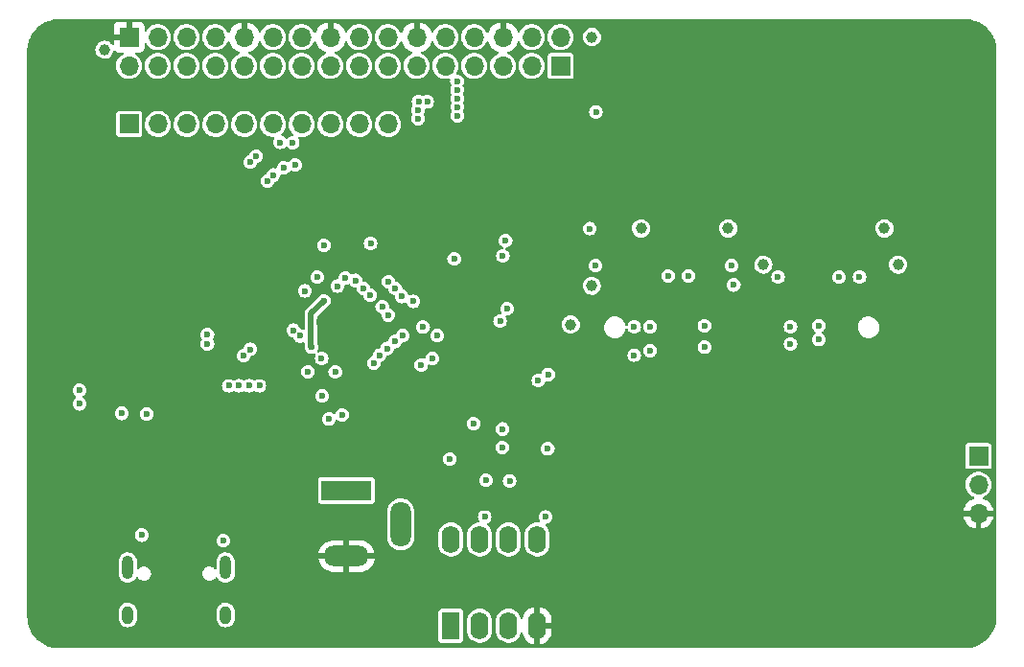
<source format=gbr>
%TF.GenerationSoftware,KiCad,Pcbnew,(6.0.6-0)*%
%TF.CreationDate,2023-04-01T16:22:28+01:00*%
%TF.ProjectId,Teacup,54656163-7570-42e6-9b69-6361645f7063,A*%
%TF.SameCoordinates,Original*%
%TF.FileFunction,Copper,L2,Inr*%
%TF.FilePolarity,Positive*%
%FSLAX46Y46*%
G04 Gerber Fmt 4.6, Leading zero omitted, Abs format (unit mm)*
G04 Created by KiCad (PCBNEW (6.0.6-0)) date 2023-04-01 16:22:28*
%MOMM*%
%LPD*%
G01*
G04 APERTURE LIST*
%TA.AperFunction,ComponentPad*%
%ADD10C,0.800000*%
%TD*%
%TA.AperFunction,ComponentPad*%
%ADD11C,5.400000*%
%TD*%
%TA.AperFunction,ComponentPad*%
%ADD12R,1.700000X1.700000*%
%TD*%
%TA.AperFunction,ComponentPad*%
%ADD13O,1.700000X1.700000*%
%TD*%
%TA.AperFunction,ComponentPad*%
%ADD14O,1.000000X1.600000*%
%TD*%
%TA.AperFunction,ComponentPad*%
%ADD15O,1.000000X2.100000*%
%TD*%
%TA.AperFunction,ComponentPad*%
%ADD16R,1.600000X2.400000*%
%TD*%
%TA.AperFunction,ComponentPad*%
%ADD17O,1.600000X2.400000*%
%TD*%
%TA.AperFunction,ComponentPad*%
%ADD18R,4.400000X1.800000*%
%TD*%
%TA.AperFunction,ComponentPad*%
%ADD19O,4.000000X1.800000*%
%TD*%
%TA.AperFunction,ComponentPad*%
%ADD20O,1.800000X4.000000*%
%TD*%
%TA.AperFunction,ViaPad*%
%ADD21C,0.600000*%
%TD*%
%TA.AperFunction,ViaPad*%
%ADD22C,1.000000*%
%TD*%
%TA.AperFunction,Conductor*%
%ADD23C,0.500000*%
%TD*%
G04 APERTURE END LIST*
D10*
%TO.N,GND*%
%TO.C,REF\u002A\u002A*%
X246431891Y-53568109D03*
X245000000Y-52975000D03*
X243568109Y-56431891D03*
X242975000Y-55000000D03*
X245000000Y-57025000D03*
X246431891Y-56431891D03*
D11*
X245000000Y-55000000D03*
D10*
X247025000Y-55000000D03*
X243568109Y-53568109D03*
%TD*%
%TO.N,GND*%
%TO.C,REF\u002A\u002A*%
X243568109Y-106431891D03*
D11*
X245000000Y-105000000D03*
D10*
X243568109Y-103568109D03*
X246431891Y-103568109D03*
X247025000Y-105000000D03*
X245000000Y-107025000D03*
X242975000Y-105000000D03*
X245000000Y-102975000D03*
X246431891Y-106431891D03*
%TD*%
D12*
%TO.N,Net-(IC1-Pad57)*%
%TO.C,J7*%
X209300000Y-56340000D03*
D13*
%TO.N,Net-(IC1-Pad58)*%
X206760000Y-56340000D03*
%TO.N,Net-(IC1-Pad59)*%
X204220000Y-56340000D03*
%TO.N,Net-(IC1-Pad60)*%
X201680000Y-56340000D03*
%TO.N,Net-(IC1-Pad61)*%
X199140000Y-56340000D03*
%TO.N,Net-(IC1-Pad62)*%
X196600000Y-56340000D03*
%TO.N,Net-(IC1-Pad63)*%
X194060000Y-56340000D03*
%TO.N,Net-(IC1-Pad64)*%
X191520000Y-56340000D03*
%TO.N,Net-(IC1-Pad65)*%
X188980000Y-56340000D03*
%TO.N,Net-(IC1-Pad66)*%
X186440000Y-56340000D03*
%TO.N,Net-(IC1-Pad68)*%
X183900000Y-56340000D03*
%TO.N,Net-(IC1-Pad69)*%
X181360000Y-56340000D03*
%TO.N,Net-(IC1-Pad70)*%
X178820000Y-56340000D03*
%TO.N,Net-(IC1-Pad71)*%
X176280000Y-56340000D03*
%TO.N,Net-(IC1-Pad1)*%
X173740000Y-56340000D03*
%TO.N,Net-(IC1-Pad2)*%
X171200000Y-56340000D03*
%TD*%
D12*
%TO.N,GND*%
%TO.C,J6*%
X171200000Y-53800000D03*
D13*
%TO.N,/AUX0*%
X173740000Y-53800000D03*
%TO.N,/MICLP*%
X176280000Y-53800000D03*
%TO.N,/HPOUTL*%
X178820000Y-53800000D03*
%TO.N,GND*%
X181360000Y-53800000D03*
%TO.N,/PB25*%
X183900000Y-53800000D03*
%TO.N,/PB26*%
X186440000Y-53800000D03*
%TO.N,GND*%
X188980000Y-53800000D03*
%TO.N,/PB27*%
X191520000Y-53800000D03*
%TO.N,/PB28*%
X194060000Y-53800000D03*
%TO.N,GND*%
X196600000Y-53800000D03*
%TO.N,/PB29*%
X199140000Y-53800000D03*
%TO.N,/PB30*%
X201680000Y-53800000D03*
%TO.N,GND*%
X204220000Y-53800000D03*
%TO.N,+3V3*%
X206760000Y-53800000D03*
X209300000Y-53800000D03*
%TD*%
D14*
%TO.N,unconnected-(J1-PadS1)*%
%TO.C,J1*%
X171080000Y-104850000D03*
D15*
X171080000Y-100670000D03*
D14*
X179720000Y-104850000D03*
D15*
X179720000Y-100670000D03*
%TD*%
D10*
%TO.N,GND*%
%TO.C,REF\u002A\u002A*%
X166431891Y-103568109D03*
X165000000Y-102975000D03*
D11*
X165000000Y-105000000D03*
D10*
X167025000Y-105000000D03*
X166431891Y-106431891D03*
X162975000Y-105000000D03*
X163568109Y-103568109D03*
X165000000Y-107025000D03*
X163568109Y-106431891D03*
%TD*%
D12*
%TO.N,/UART_TX*%
%TO.C,J5*%
X246200000Y-90800000D03*
D13*
%TO.N,/UART_RX*%
X246200000Y-93340000D03*
%TO.N,GND*%
X246200000Y-95880000D03*
%TD*%
D12*
%TO.N,/PA06*%
%TO.C,J4*%
X171200000Y-61480000D03*
D13*
%TO.N,/PA07*%
X173740000Y-61480000D03*
%TO.N,/PA08*%
X176280000Y-61480000D03*
%TO.N,/PA09*%
X178820000Y-61480000D03*
%TO.N,/PA10*%
X181360000Y-61480000D03*
%TO.N,/PA11*%
X183900000Y-61480000D03*
%TO.N,/PA14*%
X186440000Y-61480000D03*
%TO.N,/PA15*%
X188980000Y-61480000D03*
%TO.N,/PA16*%
X191520000Y-61480000D03*
%TO.N,/PA17*%
X194060000Y-61480000D03*
%TD*%
D10*
%TO.N,GND*%
%TO.C,REF\u002A\u002A*%
X167025000Y-55000000D03*
X166431891Y-56431891D03*
X166431891Y-53568109D03*
X163568109Y-53568109D03*
X165000000Y-52975000D03*
X165000000Y-57025000D03*
X162975000Y-55000000D03*
X163568109Y-56431891D03*
D11*
X165000000Y-55000000D03*
%TD*%
D16*
%TO.N,/NOR_CE*%
%TO.C,U5*%
X199600000Y-105800000D03*
D17*
%TO.N,/NOR_DR*%
X202140000Y-105800000D03*
%TO.N,Net-(R13-Pad2)*%
X204680000Y-105800000D03*
%TO.N,GND*%
X207220000Y-105800000D03*
%TO.N,/NOR_DT*%
X207220000Y-98180000D03*
%TO.N,/NOR_CK*%
X204680000Y-98180000D03*
%TO.N,Net-(R14-Pad1)*%
X202140000Y-98180000D03*
%TO.N,+3V3*%
X199600000Y-98180000D03*
%TD*%
D18*
%TO.N,+5V*%
%TO.C,J8*%
X190400000Y-93850000D03*
D19*
%TO.N,GND*%
X190400000Y-99650000D03*
D20*
%TO.N,N/C*%
X195200000Y-96850000D03*
%TD*%
D21*
%TO.N,GND*%
X212600000Y-66650000D03*
X219600000Y-78800000D03*
D22*
X185000000Y-107000000D03*
D21*
X186400000Y-86200000D03*
X194100000Y-71700000D03*
X223000000Y-66600000D03*
D22*
X163000000Y-70000000D03*
D21*
X194125000Y-79725000D03*
X238300000Y-62000000D03*
X167750000Y-79000000D03*
X189475000Y-78375000D03*
X185345142Y-74154858D03*
X194700000Y-72500000D03*
D22*
X247000000Y-65000000D03*
X190000000Y-107000000D03*
D21*
X180500000Y-99200000D03*
X171200000Y-98800000D03*
X227100000Y-78800000D03*
X220700000Y-63000000D03*
X187900000Y-70100000D03*
D22*
X195000000Y-107000000D03*
D21*
X185900000Y-73600000D03*
X206100000Y-93300000D03*
X196400000Y-74500000D03*
D22*
X247000000Y-84999999D03*
D21*
X197100000Y-75200000D03*
X195700000Y-73800000D03*
X198850000Y-87950000D03*
X184200000Y-70000000D03*
X236500000Y-63950000D03*
D22*
X163000000Y-90000000D03*
D21*
X220650000Y-64800000D03*
X214500000Y-59000000D03*
X221000000Y-66600000D03*
D22*
X163000000Y-65000000D03*
X163000000Y-75000001D03*
D21*
X191850000Y-90850000D03*
X186400000Y-73000000D03*
X191200000Y-87300000D03*
D22*
X163000000Y-84999999D03*
X163000000Y-60000000D03*
X220000000Y-107000000D03*
D21*
X238150000Y-59350000D03*
D22*
X163000000Y-95000000D03*
X180000000Y-107000000D03*
D21*
X236500000Y-62100000D03*
D22*
X245225000Y-62575000D03*
X210000000Y-107000000D03*
D21*
X172700000Y-95400000D03*
X167750000Y-75975000D03*
X171900000Y-88850000D03*
X183600000Y-84800000D03*
X235500000Y-53100000D03*
X183400000Y-71100000D03*
X223300000Y-64800000D03*
X231050000Y-63000000D03*
X196100000Y-85000000D03*
X175900000Y-94600000D03*
D22*
X240000000Y-107000000D03*
D21*
X187500000Y-88000000D03*
D22*
X163000000Y-100000000D03*
X170000000Y-107000000D03*
X230000000Y-107000000D03*
X225000000Y-107000000D03*
D21*
X190442628Y-76368128D03*
X238350000Y-65600000D03*
X186800000Y-87300000D03*
X203100000Y-74300000D03*
X189475000Y-81875000D03*
X185100000Y-85000000D03*
X201400000Y-68600000D03*
X235500000Y-55000000D03*
D22*
X247000000Y-100000000D03*
D21*
X239300000Y-53000000D03*
D22*
X247000000Y-80000001D03*
D21*
X188200000Y-68700000D03*
X231400000Y-66600000D03*
X187949500Y-78950000D03*
X189100000Y-71500000D03*
X197875500Y-75300000D03*
X167750000Y-73000000D03*
D22*
X163000000Y-105000000D03*
D21*
X213000000Y-63050000D03*
D22*
X247000000Y-60000000D03*
X235000000Y-107000000D03*
D21*
X214500000Y-61800000D03*
X212950000Y-64850000D03*
D22*
X247000000Y-75000000D03*
D21*
X199800000Y-68600000D03*
D22*
X163000000Y-80000001D03*
D21*
X192875000Y-78375000D03*
D22*
X247000000Y-70000000D03*
D21*
X179000000Y-95400000D03*
X224900000Y-61800000D03*
X192950000Y-80750000D03*
X196900000Y-84300000D03*
X223350000Y-63000000D03*
X224900000Y-58900000D03*
X188350000Y-80575000D03*
X231000000Y-64800000D03*
X239300000Y-55100000D03*
X190580378Y-82630378D03*
X236500000Y-65600000D03*
X191650000Y-81550000D03*
D22*
X215000000Y-107000000D03*
X175000000Y-107000000D03*
D21*
X167650000Y-82000000D03*
X236650000Y-59350000D03*
X238350000Y-63950000D03*
%TO.N,Net-(C19-Pad2)*%
X193550000Y-77625000D03*
X204200000Y-73125000D03*
%TO.N,+3V3*%
X193300000Y-81900000D03*
X201600000Y-87950000D03*
X208175000Y-90175000D03*
D22*
X212050000Y-75775000D03*
D21*
X212400000Y-74000000D03*
D22*
X227200000Y-73900000D03*
D21*
X235700000Y-75000000D03*
X212425000Y-60400000D03*
X220587500Y-74900000D03*
X228500000Y-75000000D03*
X211875000Y-70725000D03*
X199900000Y-73400000D03*
X172750000Y-87100000D03*
X192525500Y-72025000D03*
X233900000Y-75000000D03*
X191200000Y-75300000D03*
D22*
X239100000Y-73900000D03*
D21*
X199525000Y-91075000D03*
D22*
X212075000Y-53800000D03*
X216400000Y-70700000D03*
D21*
X170550000Y-87050000D03*
X224600000Y-75700000D03*
X224400000Y-74000000D03*
X218800000Y-74900000D03*
X189400000Y-83400000D03*
%TO.N,+1V8*%
X188400000Y-72200000D03*
X204450000Y-71800000D03*
D22*
X224100000Y-70700000D03*
D21*
X187800000Y-75000000D03*
X189600000Y-75800000D03*
X194100000Y-75400000D03*
X187000000Y-83350000D03*
X190010589Y-87160589D03*
X190300000Y-75100000D03*
X188200000Y-82200000D03*
X195283972Y-76716028D03*
X188250500Y-85500000D03*
%TO.N,+0V8*%
X188851886Y-87550000D03*
X187300000Y-81200000D03*
D22*
X237900000Y-70700000D03*
D21*
X192800000Y-82600000D03*
X188400000Y-77100000D03*
X191900000Y-76000000D03*
X196300000Y-77149114D03*
X194710901Y-76016528D03*
%TO.N,Net-(IC1-Pad1)*%
X182426990Y-64326990D03*
X183949773Y-65984775D03*
%TO.N,Net-(IC1-Pad2)*%
X183419794Y-66514754D03*
X181897012Y-64856968D03*
%TO.N,/MIPI_CLK_N*%
X178115034Y-80100000D03*
X181882843Y-81387657D03*
%TO.N,/MIPI_CLK_P*%
X178115034Y-80900000D03*
X181317157Y-81953343D03*
%TO.N,/NOR_CK*%
X204150000Y-90050000D03*
X204182082Y-88425813D03*
%TO.N,/MMC0_D1*%
X215800000Y-79400000D03*
X215800000Y-81900000D03*
%TO.N,/MMC0_D0*%
X217200000Y-81500000D03*
X217200000Y-79400000D03*
%TO.N,/MMC0_CLK*%
X222000000Y-81200000D03*
X222000000Y-79300000D03*
%TO.N,/MMC0_CMD*%
X229600000Y-79400000D03*
X229600000Y-80900000D03*
%TO.N,/MMC0_D3*%
X232100000Y-80524500D03*
X232100000Y-79300000D03*
D22*
%TO.N,/HPOUTL*%
X169025000Y-54925000D03*
D21*
%TO.N,Net-(IC1-Pad58)*%
X193976284Y-81301299D03*
X196995878Y-82775500D03*
%TO.N,Net-(IC1-Pad60)*%
X197977297Y-82175500D03*
X194700000Y-80700000D03*
%TO.N,Net-(IC1-Pad62)*%
X200150000Y-57700000D03*
%TO.N,Net-(IC1-Pad63)*%
X200154142Y-58449491D03*
%TO.N,Net-(IC1-Pad64)*%
X200185462Y-59222568D03*
%TO.N,Net-(IC1-Pad65)*%
X198400000Y-80175500D03*
X195356896Y-80170335D03*
X200201543Y-59971898D03*
%TO.N,Net-(IC1-Pad66)*%
X200200000Y-60750000D03*
%TO.N,Net-(IC1-Pad68)*%
X197523192Y-59526808D03*
%TO.N,Net-(IC1-Pad69)*%
X196756299Y-59501671D03*
%TO.N,Net-(IC1-Pad70)*%
X196724500Y-60250498D03*
%TO.N,Net-(IC1-Pad71)*%
X196725500Y-61000000D03*
%TO.N,/UART_RX*%
X207331538Y-84131538D03*
X203957184Y-78882684D03*
%TO.N,/UART_TX*%
X197166622Y-79423508D03*
X194075500Y-78348513D03*
X204575500Y-77800000D03*
X208200000Y-83600000D03*
D22*
%TO.N,+5V*%
X210200000Y-79200000D03*
D21*
X179500000Y-98300000D03*
X172300000Y-97800000D03*
%TO.N,Net-(R13-Pad2)*%
X204800000Y-93000000D03*
X202700000Y-92950000D03*
%TO.N,Net-(R14-Pad1)*%
X207950000Y-96200000D03*
X202600000Y-96200000D03*
%TO.N,/PB26*%
X185650000Y-63125500D03*
X185850000Y-65100000D03*
%TO.N,/PB25*%
X184850000Y-65350000D03*
X184550000Y-63100000D03*
%TO.N,/CAM_PE*%
X186726184Y-76221865D03*
X180000000Y-84600000D03*
%TO.N,/I2C0_SCK*%
X166800000Y-85000000D03*
X186300000Y-80200000D03*
X181800000Y-84600000D03*
%TO.N,/I2C0_SDA*%
X185700000Y-79700000D03*
X182700000Y-84600000D03*
X166800000Y-86200000D03*
%TO.N,/CAM_LED*%
X180900000Y-84600000D03*
X192500000Y-76600000D03*
%TD*%
D23*
%TO.N,+0V8*%
X188400000Y-77100000D02*
X187250000Y-78250000D01*
X187250000Y-78250000D02*
X187250000Y-81150000D01*
X187250000Y-81150000D02*
X187300000Y-81200000D01*
%TD*%
%TA.AperFunction,Conductor*%
%TO.N,GND*%
G36*
X244982236Y-52202004D02*
G01*
X245000000Y-52205136D01*
X245008649Y-52203611D01*
X245031391Y-52202263D01*
X245307899Y-52217792D01*
X245318922Y-52219034D01*
X245532302Y-52255288D01*
X245617461Y-52269757D01*
X245628285Y-52272227D01*
X245919279Y-52356062D01*
X245929751Y-52359726D01*
X246209530Y-52475614D01*
X246219520Y-52480425D01*
X246484563Y-52626910D01*
X246493948Y-52632806D01*
X246740937Y-52808054D01*
X246749605Y-52814967D01*
X246975407Y-53016757D01*
X246983243Y-53024593D01*
X247185033Y-53250395D01*
X247191946Y-53259063D01*
X247367194Y-53506052D01*
X247373090Y-53515437D01*
X247519572Y-53780474D01*
X247524386Y-53790470D01*
X247640059Y-54069730D01*
X247640273Y-54070246D01*
X247643938Y-54080721D01*
X247683952Y-54219609D01*
X247727773Y-54371715D01*
X247730243Y-54382539D01*
X247779787Y-54674132D01*
X247780966Y-54681074D01*
X247782208Y-54692101D01*
X247791262Y-54853319D01*
X247797737Y-54968609D01*
X247796389Y-54991351D01*
X247794864Y-55000000D01*
X247797996Y-55017761D01*
X247799500Y-55034953D01*
X247799500Y-104965047D01*
X247797996Y-104982236D01*
X247794864Y-105000000D01*
X247796368Y-105008530D01*
X247796389Y-105008649D01*
X247797737Y-105031391D01*
X247782785Y-105297643D01*
X247782209Y-105307894D01*
X247780966Y-105318922D01*
X247751416Y-105492847D01*
X247730243Y-105617461D01*
X247727773Y-105628285D01*
X247683842Y-105780774D01*
X247643940Y-105919275D01*
X247640274Y-105929751D01*
X247590466Y-106050000D01*
X247524389Y-106209524D01*
X247519575Y-106219520D01*
X247373090Y-106484563D01*
X247367194Y-106493948D01*
X247191946Y-106740937D01*
X247185033Y-106749605D01*
X246983243Y-106975407D01*
X246975407Y-106983243D01*
X246749605Y-107185033D01*
X246740937Y-107191946D01*
X246493948Y-107367194D01*
X246484563Y-107373090D01*
X246219520Y-107519575D01*
X246209530Y-107524386D01*
X245929751Y-107640274D01*
X245919279Y-107643938D01*
X245725598Y-107699738D01*
X245628285Y-107727773D01*
X245617461Y-107730243D01*
X245532302Y-107744712D01*
X245318922Y-107780966D01*
X245307899Y-107782208D01*
X245031391Y-107797737D01*
X245008649Y-107796389D01*
X245008530Y-107796368D01*
X245000000Y-107794864D01*
X244982236Y-107797996D01*
X244965047Y-107799500D01*
X165034953Y-107799500D01*
X165017764Y-107797996D01*
X165000000Y-107794864D01*
X164991470Y-107796368D01*
X164991351Y-107796389D01*
X164968609Y-107797737D01*
X164692101Y-107782208D01*
X164681078Y-107780966D01*
X164467698Y-107744712D01*
X164382539Y-107730243D01*
X164371715Y-107727773D01*
X164274402Y-107699738D01*
X164080721Y-107643938D01*
X164070249Y-107640274D01*
X163790470Y-107524386D01*
X163780480Y-107519575D01*
X163515437Y-107373090D01*
X163506052Y-107367194D01*
X163259063Y-107191946D01*
X163250395Y-107185033D01*
X163093303Y-107044646D01*
X198499500Y-107044646D01*
X198502618Y-107070846D01*
X198548061Y-107173153D01*
X198554529Y-107179610D01*
X198554530Y-107179611D01*
X198577768Y-107202808D01*
X198627287Y-107252241D01*
X198635645Y-107255936D01*
X198722864Y-107294496D01*
X198722866Y-107294496D01*
X198729673Y-107297506D01*
X198737067Y-107298368D01*
X198752378Y-107300153D01*
X198755354Y-107300500D01*
X200444646Y-107300500D01*
X200462561Y-107298368D01*
X200463469Y-107298260D01*
X200463470Y-107298260D01*
X200470846Y-107297382D01*
X200573153Y-107251939D01*
X200579805Y-107245276D01*
X200618303Y-107206710D01*
X200652241Y-107172713D01*
X200697506Y-107070327D01*
X200700500Y-107044646D01*
X200700500Y-106252469D01*
X201039500Y-106252469D01*
X201054439Y-106409046D01*
X201113553Y-106610549D01*
X201209705Y-106797239D01*
X201339424Y-106962379D01*
X201430924Y-107041779D01*
X201463823Y-107070327D01*
X201498029Y-107100010D01*
X201679799Y-107205166D01*
X201684244Y-107206710D01*
X201684245Y-107206710D01*
X201873727Y-107272509D01*
X201873729Y-107272510D01*
X201878174Y-107274053D01*
X201882836Y-107274729D01*
X202081326Y-107303509D01*
X202081327Y-107303509D01*
X202085996Y-107304186D01*
X202090707Y-107303968D01*
X202090708Y-107303968D01*
X202291059Y-107294695D01*
X202291060Y-107294695D01*
X202295767Y-107294477D01*
X202380513Y-107274053D01*
X202495335Y-107246381D01*
X202495340Y-107246379D01*
X202499918Y-107245276D01*
X202691081Y-107158360D01*
X202862360Y-107036863D01*
X202937306Y-106958573D01*
X203004317Y-106888573D01*
X203004320Y-106888569D01*
X203007575Y-106885169D01*
X203121485Y-106708754D01*
X203145065Y-106650245D01*
X203198218Y-106518356D01*
X203198219Y-106518354D01*
X203199981Y-106513981D01*
X203211278Y-106456134D01*
X203239548Y-106311373D01*
X203239549Y-106311366D01*
X203240230Y-106307878D01*
X203240500Y-106302357D01*
X203240500Y-106252469D01*
X203579500Y-106252469D01*
X203594439Y-106409046D01*
X203653553Y-106610549D01*
X203749705Y-106797239D01*
X203879424Y-106962379D01*
X203970924Y-107041779D01*
X204003823Y-107070327D01*
X204038029Y-107100010D01*
X204219799Y-107205166D01*
X204224244Y-107206710D01*
X204224245Y-107206710D01*
X204413727Y-107272509D01*
X204413729Y-107272510D01*
X204418174Y-107274053D01*
X204422836Y-107274729D01*
X204621326Y-107303509D01*
X204621327Y-107303509D01*
X204625996Y-107304186D01*
X204630707Y-107303968D01*
X204630708Y-107303968D01*
X204831059Y-107294695D01*
X204831060Y-107294695D01*
X204835767Y-107294477D01*
X204920513Y-107274053D01*
X205035335Y-107246381D01*
X205035340Y-107246379D01*
X205039918Y-107245276D01*
X205231081Y-107158360D01*
X205402360Y-107036863D01*
X205477306Y-106958573D01*
X205544317Y-106888573D01*
X205544320Y-106888569D01*
X205547575Y-106885169D01*
X205661485Y-106708754D01*
X205685065Y-106650245D01*
X205738218Y-106518356D01*
X205738219Y-106518354D01*
X205739981Y-106513981D01*
X205749979Y-106462782D01*
X205779689Y-106409295D01*
X205835164Y-106383485D01*
X205895215Y-106395211D01*
X205936905Y-106439995D01*
X205942771Y-106456134D01*
X205992615Y-106642152D01*
X205995561Y-106650245D01*
X206088036Y-106848558D01*
X206092348Y-106856028D01*
X206217859Y-107035275D01*
X206223392Y-107041870D01*
X206378130Y-107196608D01*
X206384725Y-107202141D01*
X206563972Y-107327652D01*
X206571442Y-107331964D01*
X206769755Y-107424439D01*
X206777848Y-107427385D01*
X206954855Y-107474814D01*
X206967141Y-107474170D01*
X206970000Y-107464517D01*
X206970000Y-107463192D01*
X207470000Y-107463192D01*
X207473802Y-107474894D01*
X207483864Y-107475157D01*
X207662152Y-107427385D01*
X207670245Y-107424439D01*
X207868558Y-107331964D01*
X207876028Y-107327652D01*
X208055275Y-107202141D01*
X208061870Y-107196608D01*
X208216608Y-107041870D01*
X208222141Y-107035275D01*
X208347652Y-106856028D01*
X208351964Y-106848558D01*
X208444439Y-106650245D01*
X208447385Y-106642152D01*
X208504022Y-106430782D01*
X208505518Y-106422294D01*
X208519811Y-106258929D01*
X208520000Y-106254592D01*
X208520000Y-106065680D01*
X208515878Y-106052995D01*
X208511757Y-106050000D01*
X207485680Y-106050000D01*
X207472995Y-106054122D01*
X207470000Y-106058243D01*
X207470000Y-107463192D01*
X206970000Y-107463192D01*
X206970000Y-105534320D01*
X207470000Y-105534320D01*
X207474122Y-105547005D01*
X207478243Y-105550000D01*
X208504320Y-105550000D01*
X208517005Y-105545878D01*
X208520000Y-105541757D01*
X208520000Y-105345408D01*
X208519811Y-105341071D01*
X208505518Y-105177706D01*
X208504022Y-105169218D01*
X208447385Y-104957848D01*
X208444439Y-104949755D01*
X208351964Y-104751442D01*
X208347652Y-104743972D01*
X208222141Y-104564725D01*
X208216608Y-104558130D01*
X208061870Y-104403392D01*
X208055275Y-104397859D01*
X207876028Y-104272348D01*
X207868558Y-104268036D01*
X207670245Y-104175561D01*
X207662152Y-104172615D01*
X207485145Y-104125186D01*
X207472859Y-104125830D01*
X207470000Y-104135483D01*
X207470000Y-105534320D01*
X206970000Y-105534320D01*
X206970000Y-104136808D01*
X206966198Y-104125106D01*
X206956136Y-104124843D01*
X206777848Y-104172615D01*
X206769755Y-104175561D01*
X206571442Y-104268036D01*
X206563972Y-104272348D01*
X206384725Y-104397859D01*
X206378130Y-104403392D01*
X206223392Y-104558130D01*
X206217859Y-104564725D01*
X206092348Y-104743972D01*
X206088036Y-104751442D01*
X205995561Y-104949755D01*
X205992615Y-104957848D01*
X205942895Y-105143405D01*
X205909571Y-105194719D01*
X205852449Y-105216646D01*
X205793349Y-105200810D01*
X205754844Y-105153260D01*
X205752272Y-105145651D01*
X205707776Y-104993978D01*
X205707772Y-104993968D01*
X205706447Y-104989451D01*
X205610295Y-104802761D01*
X205480576Y-104637621D01*
X205364081Y-104536531D01*
X205325531Y-104503079D01*
X205325530Y-104503078D01*
X205321971Y-104499990D01*
X205140201Y-104394834D01*
X205135755Y-104393290D01*
X204946273Y-104327491D01*
X204946271Y-104327490D01*
X204941826Y-104325947D01*
X204937164Y-104325271D01*
X204738674Y-104296491D01*
X204738673Y-104296491D01*
X204734004Y-104295814D01*
X204729293Y-104296032D01*
X204729292Y-104296032D01*
X204528941Y-104305305D01*
X204528940Y-104305305D01*
X204524233Y-104305523D01*
X204454536Y-104322320D01*
X204324665Y-104353619D01*
X204324660Y-104353621D01*
X204320082Y-104354724D01*
X204315794Y-104356674D01*
X204315793Y-104356674D01*
X204283123Y-104371528D01*
X204128919Y-104441640D01*
X203957640Y-104563137D01*
X203886337Y-104637621D01*
X203815683Y-104711427D01*
X203815680Y-104711431D01*
X203812425Y-104714831D01*
X203698515Y-104891246D01*
X203696751Y-104895623D01*
X203671674Y-104957848D01*
X203620019Y-105086019D01*
X203619116Y-105090643D01*
X203580452Y-105288627D01*
X203580451Y-105288634D01*
X203579770Y-105292122D01*
X203579500Y-105297643D01*
X203579500Y-106252469D01*
X203240500Y-106252469D01*
X203240500Y-105347531D01*
X203226787Y-105203801D01*
X203226009Y-105195647D01*
X203226009Y-105195645D01*
X203225561Y-105190954D01*
X203166447Y-104989451D01*
X203070295Y-104802761D01*
X202940576Y-104637621D01*
X202824081Y-104536531D01*
X202785531Y-104503079D01*
X202785530Y-104503078D01*
X202781971Y-104499990D01*
X202600201Y-104394834D01*
X202595755Y-104393290D01*
X202406273Y-104327491D01*
X202406271Y-104327490D01*
X202401826Y-104325947D01*
X202397164Y-104325271D01*
X202198674Y-104296491D01*
X202198673Y-104296491D01*
X202194004Y-104295814D01*
X202189293Y-104296032D01*
X202189292Y-104296032D01*
X201988941Y-104305305D01*
X201988940Y-104305305D01*
X201984233Y-104305523D01*
X201914536Y-104322320D01*
X201784665Y-104353619D01*
X201784660Y-104353621D01*
X201780082Y-104354724D01*
X201775794Y-104356674D01*
X201775793Y-104356674D01*
X201743123Y-104371528D01*
X201588919Y-104441640D01*
X201417640Y-104563137D01*
X201346337Y-104637621D01*
X201275683Y-104711427D01*
X201275680Y-104711431D01*
X201272425Y-104714831D01*
X201158515Y-104891246D01*
X201156751Y-104895623D01*
X201131674Y-104957848D01*
X201080019Y-105086019D01*
X201079116Y-105090643D01*
X201040452Y-105288627D01*
X201040451Y-105288634D01*
X201039770Y-105292122D01*
X201039500Y-105297643D01*
X201039500Y-106252469D01*
X200700500Y-106252469D01*
X200700500Y-104555354D01*
X200697382Y-104529154D01*
X200651939Y-104426847D01*
X200622901Y-104397859D01*
X200585554Y-104360578D01*
X200572713Y-104347759D01*
X200479678Y-104306628D01*
X200477136Y-104305504D01*
X200477134Y-104305504D01*
X200470327Y-104302494D01*
X200456322Y-104300861D01*
X200447494Y-104299832D01*
X200447493Y-104299832D01*
X200444646Y-104299500D01*
X198755354Y-104299500D01*
X198738951Y-104301452D01*
X198736531Y-104301740D01*
X198736530Y-104301740D01*
X198729154Y-104302618D01*
X198626847Y-104348061D01*
X198620390Y-104354529D01*
X198620389Y-104354530D01*
X198618249Y-104356674D01*
X198547759Y-104427287D01*
X198544064Y-104435645D01*
X198512245Y-104507618D01*
X198502494Y-104529673D01*
X198499500Y-104555354D01*
X198499500Y-107044646D01*
X163093303Y-107044646D01*
X163024593Y-106983243D01*
X163016757Y-106975407D01*
X162814967Y-106749605D01*
X162808054Y-106740937D01*
X162632806Y-106493948D01*
X162626910Y-106484563D01*
X162480425Y-106219520D01*
X162475611Y-106209524D01*
X162409535Y-106050000D01*
X162359726Y-105929751D01*
X162356060Y-105919275D01*
X162316159Y-105780774D01*
X162272227Y-105628285D01*
X162269757Y-105617461D01*
X162248584Y-105492847D01*
X162219034Y-105318922D01*
X162217791Y-105307894D01*
X162217216Y-105297643D01*
X162211460Y-105195155D01*
X170279500Y-105195155D01*
X170294454Y-105328472D01*
X170353515Y-105498073D01*
X170362738Y-105512833D01*
X170434881Y-105628285D01*
X170448684Y-105650375D01*
X170575230Y-105777807D01*
X170579904Y-105780773D01*
X170579905Y-105780774D01*
X170590805Y-105787691D01*
X170726864Y-105874037D01*
X170896049Y-105934281D01*
X170901536Y-105934935D01*
X170901539Y-105934936D01*
X171068880Y-105954890D01*
X171068883Y-105954890D01*
X171074376Y-105955545D01*
X171252983Y-105936773D01*
X171258223Y-105934989D01*
X171258224Y-105934989D01*
X171417751Y-105880682D01*
X171417755Y-105880680D01*
X171422993Y-105878897D01*
X171427703Y-105875999D01*
X171427708Y-105875997D01*
X171571246Y-105787691D01*
X171575955Y-105784794D01*
X171704268Y-105659141D01*
X171801554Y-105508183D01*
X171862978Y-105339422D01*
X171880500Y-105200717D01*
X171880500Y-105195155D01*
X178919500Y-105195155D01*
X178934454Y-105328472D01*
X178993515Y-105498073D01*
X179002738Y-105512833D01*
X179074881Y-105628285D01*
X179088684Y-105650375D01*
X179215230Y-105777807D01*
X179219904Y-105780773D01*
X179219905Y-105780774D01*
X179230805Y-105787691D01*
X179366864Y-105874037D01*
X179536049Y-105934281D01*
X179541536Y-105934935D01*
X179541539Y-105934936D01*
X179708880Y-105954890D01*
X179708883Y-105954890D01*
X179714376Y-105955545D01*
X179892983Y-105936773D01*
X179898223Y-105934989D01*
X179898224Y-105934989D01*
X180057751Y-105880682D01*
X180057755Y-105880680D01*
X180062993Y-105878897D01*
X180067703Y-105875999D01*
X180067708Y-105875997D01*
X180211246Y-105787691D01*
X180215955Y-105784794D01*
X180344268Y-105659141D01*
X180441554Y-105508183D01*
X180502978Y-105339422D01*
X180520500Y-105200717D01*
X180520500Y-104504845D01*
X180519956Y-104499990D01*
X180513410Y-104441640D01*
X180505546Y-104371528D01*
X180480463Y-104299500D01*
X180448305Y-104207153D01*
X180448305Y-104207152D01*
X180446485Y-104201927D01*
X180398482Y-104125106D01*
X180354247Y-104054315D01*
X180354245Y-104054313D01*
X180351316Y-104049625D01*
X180224770Y-103922193D01*
X180219855Y-103919074D01*
X180077810Y-103828929D01*
X180077809Y-103828928D01*
X180073136Y-103825963D01*
X179903951Y-103765719D01*
X179898464Y-103765065D01*
X179898461Y-103765064D01*
X179731120Y-103745110D01*
X179731117Y-103745110D01*
X179725624Y-103744455D01*
X179547017Y-103763227D01*
X179541777Y-103765011D01*
X179541776Y-103765011D01*
X179382249Y-103819318D01*
X179382245Y-103819320D01*
X179377007Y-103821103D01*
X179372297Y-103824001D01*
X179372292Y-103824003D01*
X179228907Y-103912215D01*
X179224045Y-103915206D01*
X179095732Y-104040859D01*
X178998446Y-104191817D01*
X178937022Y-104360578D01*
X178919500Y-104499283D01*
X178919500Y-105195155D01*
X171880500Y-105195155D01*
X171880500Y-104504845D01*
X171879956Y-104499990D01*
X171873410Y-104441640D01*
X171865546Y-104371528D01*
X171840463Y-104299500D01*
X171808305Y-104207153D01*
X171808305Y-104207152D01*
X171806485Y-104201927D01*
X171758482Y-104125106D01*
X171714247Y-104054315D01*
X171714245Y-104054313D01*
X171711316Y-104049625D01*
X171584770Y-103922193D01*
X171579855Y-103919074D01*
X171437810Y-103828929D01*
X171437809Y-103828928D01*
X171433136Y-103825963D01*
X171263951Y-103765719D01*
X171258464Y-103765065D01*
X171258461Y-103765064D01*
X171091120Y-103745110D01*
X171091117Y-103745110D01*
X171085624Y-103744455D01*
X170907017Y-103763227D01*
X170901777Y-103765011D01*
X170901776Y-103765011D01*
X170742249Y-103819318D01*
X170742245Y-103819320D01*
X170737007Y-103821103D01*
X170732297Y-103824001D01*
X170732292Y-103824003D01*
X170588907Y-103912215D01*
X170584045Y-103915206D01*
X170455732Y-104040859D01*
X170358446Y-104191817D01*
X170297022Y-104360578D01*
X170279500Y-104499283D01*
X170279500Y-105195155D01*
X162211460Y-105195155D01*
X162202263Y-105031391D01*
X162203611Y-105008649D01*
X162203632Y-105008530D01*
X162205136Y-105000000D01*
X162202004Y-104982236D01*
X162200500Y-104965047D01*
X162200500Y-101265155D01*
X170279500Y-101265155D01*
X170294454Y-101398472D01*
X170353515Y-101568073D01*
X170362738Y-101582833D01*
X170444117Y-101713066D01*
X170448684Y-101720375D01*
X170575230Y-101847807D01*
X170579904Y-101850773D01*
X170579905Y-101850774D01*
X170590805Y-101857691D01*
X170726864Y-101944037D01*
X170896049Y-102004281D01*
X170901536Y-102004935D01*
X170901539Y-102004936D01*
X171068880Y-102024890D01*
X171068883Y-102024890D01*
X171074376Y-102025545D01*
X171252983Y-102006773D01*
X171258223Y-102004989D01*
X171258224Y-102004989D01*
X171417751Y-101950682D01*
X171417755Y-101950680D01*
X171422993Y-101948897D01*
X171427703Y-101945999D01*
X171427708Y-101945997D01*
X171571246Y-101857691D01*
X171575955Y-101854794D01*
X171704268Y-101729141D01*
X171801554Y-101578183D01*
X171808417Y-101559327D01*
X171846087Y-101511112D01*
X171904902Y-101494247D01*
X171962397Y-101515174D01*
X171985033Y-101540138D01*
X172024214Y-101601877D01*
X172139418Y-101710062D01*
X172144881Y-101713065D01*
X172144882Y-101713066D01*
X172272450Y-101783197D01*
X172272454Y-101783198D01*
X172277908Y-101786197D01*
X172283934Y-101787744D01*
X172283936Y-101787745D01*
X172424946Y-101823951D01*
X172424950Y-101823952D01*
X172430981Y-101825500D01*
X172549350Y-101825500D01*
X172666792Y-101810664D01*
X172813732Y-101752486D01*
X172941587Y-101659594D01*
X172945553Y-101654800D01*
X172945556Y-101654797D01*
X173038354Y-101542622D01*
X173042324Y-101537823D01*
X173109614Y-101394826D01*
X173139227Y-101239588D01*
X173134246Y-101160412D01*
X177660773Y-101160412D01*
X177670696Y-101318138D01*
X177719533Y-101468441D01*
X177722871Y-101473701D01*
X177722872Y-101473703D01*
X177776277Y-101557856D01*
X177804214Y-101601877D01*
X177919418Y-101710062D01*
X177924881Y-101713065D01*
X177924882Y-101713066D01*
X178052450Y-101783197D01*
X178052454Y-101783198D01*
X178057908Y-101786197D01*
X178063934Y-101787744D01*
X178063936Y-101787745D01*
X178204946Y-101823951D01*
X178204950Y-101823952D01*
X178210981Y-101825500D01*
X178329350Y-101825500D01*
X178446792Y-101810664D01*
X178593732Y-101752486D01*
X178721587Y-101659594D01*
X178725553Y-101654800D01*
X178725556Y-101654797D01*
X178822324Y-101537823D01*
X178824304Y-101539461D01*
X178863153Y-101507329D01*
X178924218Y-101503494D01*
X178975875Y-101536285D01*
X178988297Y-101558339D01*
X178989304Y-101557856D01*
X178991695Y-101562846D01*
X178993515Y-101568073D01*
X179002738Y-101582833D01*
X179084117Y-101713066D01*
X179088684Y-101720375D01*
X179215230Y-101847807D01*
X179219904Y-101850773D01*
X179219905Y-101850774D01*
X179230805Y-101857691D01*
X179366864Y-101944037D01*
X179536049Y-102004281D01*
X179541536Y-102004935D01*
X179541539Y-102004936D01*
X179708880Y-102024890D01*
X179708883Y-102024890D01*
X179714376Y-102025545D01*
X179892983Y-102006773D01*
X179898223Y-102004989D01*
X179898224Y-102004989D01*
X180057751Y-101950682D01*
X180057755Y-101950680D01*
X180062993Y-101948897D01*
X180067703Y-101945999D01*
X180067708Y-101945997D01*
X180211246Y-101857691D01*
X180215955Y-101854794D01*
X180344268Y-101729141D01*
X180441554Y-101578183D01*
X180502978Y-101409422D01*
X180520500Y-101270717D01*
X180520500Y-100074845D01*
X180505546Y-99941528D01*
X180495505Y-99912693D01*
X187924601Y-99912693D01*
X187953340Y-100049659D01*
X187955738Y-100057653D01*
X188039932Y-100270847D01*
X188043641Y-100278320D01*
X188162550Y-100474274D01*
X188167470Y-100481021D01*
X188317695Y-100654141D01*
X188323683Y-100659963D01*
X188500917Y-100805285D01*
X188507809Y-100810023D01*
X188706999Y-100923409D01*
X188714586Y-100926915D01*
X188930034Y-101005118D01*
X188938101Y-101007295D01*
X189164568Y-101048247D01*
X189171024Y-101048979D01*
X189191518Y-101049946D01*
X189193812Y-101050000D01*
X190134320Y-101050000D01*
X190147005Y-101045878D01*
X190150000Y-101041757D01*
X190150000Y-101034320D01*
X190650000Y-101034320D01*
X190654122Y-101047005D01*
X190658243Y-101050000D01*
X191557554Y-101050000D01*
X191561745Y-101049823D01*
X191732567Y-101035328D01*
X191740793Y-101033922D01*
X191962651Y-100976339D01*
X191970530Y-100973564D01*
X192179505Y-100879427D01*
X192186811Y-100875361D01*
X192376931Y-100747365D01*
X192383458Y-100742117D01*
X192549295Y-100583917D01*
X192554832Y-100577658D01*
X192691646Y-100393774D01*
X192696054Y-100386665D01*
X192799933Y-100182350D01*
X192803071Y-100174620D01*
X192871040Y-99955724D01*
X192872836Y-99947556D01*
X192877079Y-99915544D01*
X192874660Y-99902428D01*
X192873374Y-99901205D01*
X192868058Y-99900000D01*
X190665680Y-99900000D01*
X190652995Y-99904122D01*
X190650000Y-99908243D01*
X190650000Y-101034320D01*
X190150000Y-101034320D01*
X190150000Y-99915680D01*
X190145878Y-99902995D01*
X190141757Y-99900000D01*
X187937618Y-99900000D01*
X187925064Y-99904079D01*
X187924601Y-99912693D01*
X180495505Y-99912693D01*
X180446485Y-99771927D01*
X180385728Y-99674695D01*
X180354247Y-99624315D01*
X180354245Y-99624313D01*
X180351316Y-99619625D01*
X180290109Y-99557990D01*
X180228671Y-99496121D01*
X180228669Y-99496120D01*
X180224770Y-99492193D01*
X180219855Y-99489074D01*
X180077810Y-99398929D01*
X180077809Y-99398928D01*
X180073136Y-99395963D01*
X180040821Y-99384456D01*
X187922921Y-99384456D01*
X187925340Y-99397572D01*
X187926626Y-99398795D01*
X187931942Y-99400000D01*
X190134320Y-99400000D01*
X190147005Y-99395878D01*
X190150000Y-99391757D01*
X190150000Y-99384320D01*
X190650000Y-99384320D01*
X190654122Y-99397005D01*
X190658243Y-99400000D01*
X192862382Y-99400000D01*
X192874936Y-99395921D01*
X192875399Y-99387307D01*
X192846660Y-99250341D01*
X192844262Y-99242347D01*
X192760068Y-99029153D01*
X192756359Y-99021680D01*
X192637450Y-98825726D01*
X192632530Y-98818979D01*
X192482305Y-98645859D01*
X192476317Y-98640037D01*
X192299083Y-98494715D01*
X192292191Y-98489977D01*
X192093001Y-98376591D01*
X192085414Y-98373085D01*
X191869966Y-98294882D01*
X191861899Y-98292705D01*
X191635432Y-98251753D01*
X191628976Y-98251021D01*
X191608482Y-98250054D01*
X191606188Y-98250000D01*
X190665680Y-98250000D01*
X190652995Y-98254122D01*
X190650000Y-98258243D01*
X190650000Y-99384320D01*
X190150000Y-99384320D01*
X190150000Y-98265680D01*
X190145878Y-98252995D01*
X190141757Y-98250000D01*
X189242446Y-98250000D01*
X189238255Y-98250177D01*
X189067433Y-98264672D01*
X189059207Y-98266078D01*
X188837349Y-98323661D01*
X188829470Y-98326436D01*
X188620495Y-98420573D01*
X188613189Y-98424639D01*
X188423069Y-98552635D01*
X188416542Y-98557883D01*
X188250705Y-98716083D01*
X188245168Y-98722342D01*
X188108354Y-98906226D01*
X188103946Y-98913335D01*
X188000067Y-99117650D01*
X187996929Y-99125380D01*
X187928960Y-99344276D01*
X187927164Y-99352444D01*
X187922921Y-99384456D01*
X180040821Y-99384456D01*
X179903951Y-99335719D01*
X179898464Y-99335065D01*
X179898461Y-99335064D01*
X179731120Y-99315110D01*
X179731117Y-99315110D01*
X179725624Y-99314455D01*
X179547017Y-99333227D01*
X179541777Y-99335011D01*
X179541776Y-99335011D01*
X179382249Y-99389318D01*
X179382245Y-99389320D01*
X179377007Y-99391103D01*
X179372297Y-99394001D01*
X179372292Y-99394003D01*
X179237512Y-99476921D01*
X179224045Y-99485206D01*
X179095732Y-99610859D01*
X178998446Y-99761817D01*
X178937022Y-99930578D01*
X178919500Y-100069283D01*
X178919500Y-100704303D01*
X178900593Y-100762494D01*
X178851093Y-100798458D01*
X178789907Y-100798458D01*
X178752729Y-100776470D01*
X178665128Y-100694206D01*
X178665123Y-100694202D01*
X178660582Y-100689938D01*
X178655118Y-100686934D01*
X178527550Y-100616803D01*
X178527546Y-100616802D01*
X178522092Y-100613803D01*
X178516066Y-100612256D01*
X178516064Y-100612255D01*
X178375054Y-100576049D01*
X178375050Y-100576048D01*
X178369019Y-100574500D01*
X178250650Y-100574500D01*
X178133208Y-100589336D01*
X177986268Y-100647514D01*
X177858413Y-100740406D01*
X177854447Y-100745200D01*
X177854444Y-100745203D01*
X177806316Y-100803381D01*
X177757676Y-100862177D01*
X177690386Y-101005174D01*
X177660773Y-101160412D01*
X173134246Y-101160412D01*
X173129304Y-101081862D01*
X173095017Y-100976339D01*
X173082393Y-100937486D01*
X173082392Y-100937485D01*
X173080467Y-100931559D01*
X173040012Y-100867811D01*
X172999123Y-100803381D01*
X172999122Y-100803380D01*
X172995786Y-100798123D01*
X172880582Y-100689938D01*
X172875118Y-100686934D01*
X172747550Y-100616803D01*
X172747546Y-100616802D01*
X172742092Y-100613803D01*
X172736066Y-100612256D01*
X172736064Y-100612255D01*
X172595054Y-100576049D01*
X172595050Y-100576048D01*
X172589019Y-100574500D01*
X172470650Y-100574500D01*
X172353208Y-100589336D01*
X172206268Y-100647514D01*
X172078413Y-100740406D01*
X172074447Y-100745200D01*
X172074445Y-100745202D01*
X172072656Y-100747365D01*
X172055781Y-100767764D01*
X172004121Y-100800548D01*
X171943057Y-100796707D01*
X171895912Y-100757707D01*
X171880500Y-100704659D01*
X171880500Y-100074845D01*
X171865546Y-99941528D01*
X171806485Y-99771927D01*
X171745728Y-99674695D01*
X171714247Y-99624315D01*
X171714245Y-99624313D01*
X171711316Y-99619625D01*
X171650109Y-99557990D01*
X171588671Y-99496121D01*
X171588669Y-99496120D01*
X171584770Y-99492193D01*
X171579855Y-99489074D01*
X171437810Y-99398929D01*
X171437809Y-99398928D01*
X171433136Y-99395963D01*
X171263951Y-99335719D01*
X171258464Y-99335065D01*
X171258461Y-99335064D01*
X171091120Y-99315110D01*
X171091117Y-99315110D01*
X171085624Y-99314455D01*
X170907017Y-99333227D01*
X170901777Y-99335011D01*
X170901776Y-99335011D01*
X170742249Y-99389318D01*
X170742245Y-99389320D01*
X170737007Y-99391103D01*
X170732297Y-99394001D01*
X170732292Y-99394003D01*
X170597512Y-99476921D01*
X170584045Y-99485206D01*
X170455732Y-99610859D01*
X170358446Y-99761817D01*
X170297022Y-99930578D01*
X170279500Y-100069283D01*
X170279500Y-101265155D01*
X162200500Y-101265155D01*
X162200500Y-97800000D01*
X171694318Y-97800000D01*
X171714956Y-97956762D01*
X171775464Y-98102841D01*
X171871718Y-98228282D01*
X171997159Y-98324536D01*
X172143238Y-98385044D01*
X172300000Y-98405682D01*
X172456762Y-98385044D01*
X172602841Y-98324536D01*
X172634817Y-98300000D01*
X178894318Y-98300000D01*
X178914956Y-98456762D01*
X178975464Y-98602841D01*
X179071718Y-98728282D01*
X179197159Y-98824536D01*
X179343238Y-98885044D01*
X179500000Y-98905682D01*
X179656762Y-98885044D01*
X179802841Y-98824536D01*
X179928282Y-98728282D01*
X180024536Y-98602841D01*
X180085044Y-98456762D01*
X180105682Y-98300000D01*
X180085044Y-98143238D01*
X180028186Y-98005970D01*
X193999500Y-98005970D01*
X194014546Y-98169711D01*
X194015779Y-98174083D01*
X194037478Y-98251021D01*
X194074435Y-98382064D01*
X194076443Y-98386136D01*
X194076445Y-98386141D01*
X194108098Y-98450326D01*
X194172020Y-98579947D01*
X194189116Y-98602841D01*
X194282788Y-98728282D01*
X194304033Y-98756733D01*
X194466051Y-98906501D01*
X194652650Y-99024236D01*
X194857579Y-99105994D01*
X195073976Y-99149038D01*
X195182653Y-99150461D01*
X195290054Y-99151867D01*
X195290059Y-99151867D01*
X195294594Y-99151926D01*
X195299067Y-99151157D01*
X195299072Y-99151157D01*
X195507565Y-99115332D01*
X195507571Y-99115330D01*
X195512043Y-99114562D01*
X195615543Y-99076379D01*
X195714780Y-99039769D01*
X195714783Y-99039768D01*
X195719043Y-99038196D01*
X195739681Y-99025918D01*
X195799130Y-98990549D01*
X195908659Y-98925386D01*
X195912074Y-98922391D01*
X195912077Y-98922389D01*
X196064125Y-98789046D01*
X196074543Y-98779910D01*
X196124860Y-98716083D01*
X196190776Y-98632469D01*
X198499500Y-98632469D01*
X198514439Y-98789046D01*
X198573553Y-98990549D01*
X198598093Y-99038196D01*
X198656638Y-99151867D01*
X198669705Y-99177239D01*
X198672618Y-99180947D01*
X198794193Y-99335719D01*
X198799424Y-99342379D01*
X198958029Y-99480010D01*
X199139799Y-99585166D01*
X199144244Y-99586710D01*
X199144245Y-99586710D01*
X199333727Y-99652509D01*
X199333729Y-99652510D01*
X199338174Y-99654053D01*
X199342836Y-99654729D01*
X199541326Y-99683509D01*
X199541327Y-99683509D01*
X199545996Y-99684186D01*
X199550707Y-99683968D01*
X199550708Y-99683968D01*
X199751059Y-99674695D01*
X199751060Y-99674695D01*
X199755767Y-99674477D01*
X199840513Y-99654053D01*
X199955335Y-99626381D01*
X199955340Y-99626379D01*
X199959918Y-99625276D01*
X199980980Y-99615700D01*
X200146792Y-99540310D01*
X200146791Y-99540310D01*
X200151081Y-99538360D01*
X200322360Y-99416863D01*
X200420394Y-99314455D01*
X200464317Y-99268573D01*
X200464320Y-99268569D01*
X200467575Y-99265169D01*
X200581485Y-99088754D01*
X200646388Y-98927710D01*
X200658218Y-98898356D01*
X200658219Y-98898354D01*
X200659981Y-98893981D01*
X200679591Y-98793565D01*
X200699548Y-98691373D01*
X200699549Y-98691366D01*
X200700230Y-98687878D01*
X200700500Y-98682357D01*
X200700500Y-98632469D01*
X201039500Y-98632469D01*
X201054439Y-98789046D01*
X201113553Y-98990549D01*
X201138093Y-99038196D01*
X201196638Y-99151867D01*
X201209705Y-99177239D01*
X201212618Y-99180947D01*
X201334193Y-99335719D01*
X201339424Y-99342379D01*
X201498029Y-99480010D01*
X201679799Y-99585166D01*
X201684244Y-99586710D01*
X201684245Y-99586710D01*
X201873727Y-99652509D01*
X201873729Y-99652510D01*
X201878174Y-99654053D01*
X201882836Y-99654729D01*
X202081326Y-99683509D01*
X202081327Y-99683509D01*
X202085996Y-99684186D01*
X202090707Y-99683968D01*
X202090708Y-99683968D01*
X202291059Y-99674695D01*
X202291060Y-99674695D01*
X202295767Y-99674477D01*
X202380513Y-99654053D01*
X202495335Y-99626381D01*
X202495340Y-99626379D01*
X202499918Y-99625276D01*
X202520980Y-99615700D01*
X202686792Y-99540310D01*
X202686791Y-99540310D01*
X202691081Y-99538360D01*
X202862360Y-99416863D01*
X202960394Y-99314455D01*
X203004317Y-99268573D01*
X203004320Y-99268569D01*
X203007575Y-99265169D01*
X203121485Y-99088754D01*
X203186388Y-98927710D01*
X203198218Y-98898356D01*
X203198219Y-98898354D01*
X203199981Y-98893981D01*
X203219591Y-98793565D01*
X203239548Y-98691373D01*
X203239549Y-98691366D01*
X203240230Y-98687878D01*
X203240500Y-98682357D01*
X203240500Y-98632469D01*
X203579500Y-98632469D01*
X203594439Y-98789046D01*
X203653553Y-98990549D01*
X203678093Y-99038196D01*
X203736638Y-99151867D01*
X203749705Y-99177239D01*
X203752618Y-99180947D01*
X203874193Y-99335719D01*
X203879424Y-99342379D01*
X204038029Y-99480010D01*
X204219799Y-99585166D01*
X204224244Y-99586710D01*
X204224245Y-99586710D01*
X204413727Y-99652509D01*
X204413729Y-99652510D01*
X204418174Y-99654053D01*
X204422836Y-99654729D01*
X204621326Y-99683509D01*
X204621327Y-99683509D01*
X204625996Y-99684186D01*
X204630707Y-99683968D01*
X204630708Y-99683968D01*
X204831059Y-99674695D01*
X204831060Y-99674695D01*
X204835767Y-99674477D01*
X204920513Y-99654053D01*
X205035335Y-99626381D01*
X205035340Y-99626379D01*
X205039918Y-99625276D01*
X205060980Y-99615700D01*
X205226792Y-99540310D01*
X205226791Y-99540310D01*
X205231081Y-99538360D01*
X205402360Y-99416863D01*
X205500394Y-99314455D01*
X205544317Y-99268573D01*
X205544320Y-99268569D01*
X205547575Y-99265169D01*
X205661485Y-99088754D01*
X205726388Y-98927710D01*
X205738218Y-98898356D01*
X205738219Y-98898354D01*
X205739981Y-98893981D01*
X205759591Y-98793565D01*
X205779548Y-98691373D01*
X205779549Y-98691366D01*
X205780230Y-98687878D01*
X205780500Y-98682357D01*
X205780500Y-98632469D01*
X206119500Y-98632469D01*
X206134439Y-98789046D01*
X206193553Y-98990549D01*
X206218093Y-99038196D01*
X206276638Y-99151867D01*
X206289705Y-99177239D01*
X206292618Y-99180947D01*
X206414193Y-99335719D01*
X206419424Y-99342379D01*
X206578029Y-99480010D01*
X206759799Y-99585166D01*
X206764244Y-99586710D01*
X206764245Y-99586710D01*
X206953727Y-99652509D01*
X206953729Y-99652510D01*
X206958174Y-99654053D01*
X206962836Y-99654729D01*
X207161326Y-99683509D01*
X207161327Y-99683509D01*
X207165996Y-99684186D01*
X207170707Y-99683968D01*
X207170708Y-99683968D01*
X207371059Y-99674695D01*
X207371060Y-99674695D01*
X207375767Y-99674477D01*
X207460513Y-99654053D01*
X207575335Y-99626381D01*
X207575340Y-99626379D01*
X207579918Y-99625276D01*
X207600980Y-99615700D01*
X207766792Y-99540310D01*
X207766791Y-99540310D01*
X207771081Y-99538360D01*
X207942360Y-99416863D01*
X208040394Y-99314455D01*
X208084317Y-99268573D01*
X208084320Y-99268569D01*
X208087575Y-99265169D01*
X208201485Y-99088754D01*
X208266388Y-98927710D01*
X208278218Y-98898356D01*
X208278219Y-98898354D01*
X208279981Y-98893981D01*
X208299591Y-98793565D01*
X208319548Y-98691373D01*
X208319549Y-98691366D01*
X208320230Y-98687878D01*
X208320500Y-98682357D01*
X208320500Y-97727531D01*
X208305561Y-97570954D01*
X208246447Y-97369451D01*
X208150295Y-97182761D01*
X208020576Y-97017621D01*
X207965398Y-96969740D01*
X207933840Y-96917321D01*
X207939119Y-96856364D01*
X207979220Y-96810152D01*
X208017361Y-96796814D01*
X208049547Y-96792576D01*
X208106762Y-96785044D01*
X208252841Y-96724536D01*
X208378282Y-96628282D01*
X208474536Y-96502841D01*
X208535044Y-96356762D01*
X208555682Y-96200000D01*
X208548292Y-96143864D01*
X244873079Y-96143864D01*
X244925451Y-96339318D01*
X244928397Y-96347411D01*
X245024570Y-96553653D01*
X245028882Y-96561123D01*
X245159411Y-96747537D01*
X245164944Y-96754132D01*
X245325868Y-96915056D01*
X245332463Y-96920589D01*
X245518876Y-97051118D01*
X245526346Y-97055430D01*
X245732589Y-97151603D01*
X245740682Y-97154549D01*
X245934857Y-97206578D01*
X245947140Y-97205935D01*
X245950000Y-97196281D01*
X245950000Y-97194956D01*
X246450000Y-97194956D01*
X246453802Y-97206658D01*
X246463864Y-97206921D01*
X246659318Y-97154549D01*
X246667411Y-97151603D01*
X246873654Y-97055430D01*
X246881124Y-97051118D01*
X247067537Y-96920589D01*
X247074132Y-96915056D01*
X247235056Y-96754132D01*
X247240589Y-96747537D01*
X247371118Y-96561123D01*
X247375430Y-96553653D01*
X247471603Y-96347411D01*
X247474549Y-96339318D01*
X247526578Y-96145143D01*
X247525935Y-96132860D01*
X247516281Y-96130000D01*
X246465680Y-96130000D01*
X246452995Y-96134122D01*
X246450000Y-96138243D01*
X246450000Y-97194956D01*
X245950000Y-97194956D01*
X245950000Y-96145680D01*
X245945878Y-96132995D01*
X245941757Y-96130000D01*
X244885044Y-96130000D01*
X244873342Y-96133802D01*
X244873079Y-96143864D01*
X208548292Y-96143864D01*
X208535044Y-96043238D01*
X208474536Y-95897159D01*
X208378282Y-95771718D01*
X208252841Y-95675464D01*
X208106762Y-95614956D01*
X208106010Y-95614857D01*
X244873422Y-95614857D01*
X244874065Y-95627140D01*
X244883719Y-95630000D01*
X247514956Y-95630000D01*
X247526658Y-95626198D01*
X247526921Y-95616136D01*
X247474549Y-95420682D01*
X247471603Y-95412589D01*
X247375430Y-95206347D01*
X247371118Y-95198877D01*
X247240589Y-95012463D01*
X247235056Y-95005868D01*
X247074132Y-94844944D01*
X247067537Y-94839411D01*
X246881124Y-94708882D01*
X246873654Y-94704570D01*
X246667411Y-94608397D01*
X246659313Y-94605449D01*
X246634911Y-94598911D01*
X246583596Y-94565588D01*
X246561668Y-94508467D01*
X246577503Y-94449366D01*
X246628709Y-94409538D01*
X246665657Y-94396996D01*
X246669955Y-94395537D01*
X246854442Y-94292219D01*
X247017012Y-94157012D01*
X247152219Y-93994442D01*
X247255537Y-93809955D01*
X247256997Y-93805654D01*
X247322044Y-93614032D01*
X247322045Y-93614029D01*
X247323504Y-93609730D01*
X247349240Y-93432236D01*
X247353426Y-93403369D01*
X247353426Y-93403363D01*
X247353846Y-93400470D01*
X247354324Y-93382236D01*
X247355353Y-93342914D01*
X247355353Y-93342909D01*
X247355429Y-93340000D01*
X247336081Y-93129440D01*
X247301390Y-93006434D01*
X247279920Y-92930306D01*
X247279920Y-92930305D01*
X247278686Y-92925931D01*
X247267103Y-92902442D01*
X247187173Y-92740362D01*
X247185165Y-92736290D01*
X247066121Y-92576871D01*
X247061367Y-92570504D01*
X247061366Y-92570503D01*
X247058651Y-92566867D01*
X246903381Y-92423337D01*
X246858732Y-92395165D01*
X246728391Y-92312926D01*
X246724554Y-92310505D01*
X246528160Y-92232152D01*
X246320775Y-92190901D01*
X246216599Y-92189537D01*
X246113886Y-92188192D01*
X246113881Y-92188192D01*
X246109346Y-92188133D01*
X246104873Y-92188902D01*
X246104868Y-92188902D01*
X246001601Y-92206647D01*
X245900953Y-92223941D01*
X245702575Y-92297127D01*
X245698676Y-92299446D01*
X245698671Y-92299449D01*
X245539211Y-92394318D01*
X245520856Y-92405238D01*
X245517441Y-92408233D01*
X245517438Y-92408235D01*
X245496707Y-92426416D01*
X245361881Y-92544655D01*
X245359073Y-92548217D01*
X245243872Y-92694350D01*
X245230976Y-92710708D01*
X245228862Y-92714726D01*
X245164404Y-92837241D01*
X245132523Y-92897836D01*
X245069820Y-93099773D01*
X245044967Y-93309754D01*
X245049121Y-93373129D01*
X245052736Y-93428282D01*
X245058796Y-93520749D01*
X245059912Y-93525142D01*
X245059912Y-93525144D01*
X245082487Y-93614032D01*
X245110845Y-93725690D01*
X245112747Y-93729815D01*
X245112747Y-93729816D01*
X245151518Y-93813916D01*
X245199369Y-93917714D01*
X245321405Y-94090391D01*
X245472865Y-94237937D01*
X245476638Y-94240458D01*
X245644899Y-94352887D01*
X245644902Y-94352889D01*
X245648677Y-94355411D01*
X245774662Y-94409538D01*
X245780148Y-94411895D01*
X245826149Y-94452237D01*
X245839653Y-94511914D01*
X245815500Y-94568130D01*
X245766690Y-94598482D01*
X245740684Y-94605450D01*
X245732589Y-94608397D01*
X245526347Y-94704570D01*
X245518877Y-94708882D01*
X245332463Y-94839411D01*
X245325868Y-94844944D01*
X245164944Y-95005868D01*
X245159411Y-95012463D01*
X245028882Y-95198877D01*
X245024570Y-95206347D01*
X244928397Y-95412589D01*
X244925451Y-95420682D01*
X244873422Y-95614857D01*
X208106010Y-95614857D01*
X207950000Y-95594318D01*
X207793238Y-95614956D01*
X207647159Y-95675464D01*
X207521718Y-95771718D01*
X207425464Y-95897159D01*
X207364956Y-96043238D01*
X207344318Y-96200000D01*
X207364956Y-96356762D01*
X207425464Y-96502841D01*
X207440373Y-96522270D01*
X207445533Y-96528996D01*
X207465956Y-96586672D01*
X207448578Y-96645338D01*
X207400035Y-96682584D01*
X207352785Y-96687237D01*
X207291653Y-96678373D01*
X207278674Y-96676491D01*
X207278673Y-96676491D01*
X207274004Y-96675814D01*
X207269293Y-96676032D01*
X207269292Y-96676032D01*
X207068941Y-96685305D01*
X207068940Y-96685305D01*
X207064233Y-96685523D01*
X206994536Y-96702320D01*
X206864665Y-96733619D01*
X206864660Y-96733621D01*
X206860082Y-96734724D01*
X206668919Y-96821640D01*
X206497640Y-96943137D01*
X206426337Y-97017621D01*
X206355683Y-97091427D01*
X206355680Y-97091431D01*
X206352425Y-97094831D01*
X206238515Y-97271246D01*
X206236751Y-97275623D01*
X206198024Y-97371718D01*
X206160019Y-97466019D01*
X206159116Y-97470643D01*
X206120452Y-97668627D01*
X206120451Y-97668634D01*
X206119770Y-97672122D01*
X206119500Y-97677643D01*
X206119500Y-98632469D01*
X205780500Y-98632469D01*
X205780500Y-97727531D01*
X205765561Y-97570954D01*
X205706447Y-97369451D01*
X205610295Y-97182761D01*
X205480576Y-97017621D01*
X205321971Y-96879990D01*
X205140201Y-96774834D01*
X205135755Y-96773290D01*
X204946273Y-96707491D01*
X204946271Y-96707490D01*
X204941826Y-96705947D01*
X204937164Y-96705271D01*
X204738674Y-96676491D01*
X204738673Y-96676491D01*
X204734004Y-96675814D01*
X204729293Y-96676032D01*
X204729292Y-96676032D01*
X204528941Y-96685305D01*
X204528940Y-96685305D01*
X204524233Y-96685523D01*
X204454536Y-96702320D01*
X204324665Y-96733619D01*
X204324660Y-96733621D01*
X204320082Y-96734724D01*
X204128919Y-96821640D01*
X203957640Y-96943137D01*
X203886337Y-97017621D01*
X203815683Y-97091427D01*
X203815680Y-97091431D01*
X203812425Y-97094831D01*
X203698515Y-97271246D01*
X203696751Y-97275623D01*
X203658024Y-97371718D01*
X203620019Y-97466019D01*
X203619116Y-97470643D01*
X203580452Y-97668627D01*
X203580451Y-97668634D01*
X203579770Y-97672122D01*
X203579500Y-97677643D01*
X203579500Y-98632469D01*
X203240500Y-98632469D01*
X203240500Y-97727531D01*
X203225561Y-97570954D01*
X203166447Y-97369451D01*
X203070295Y-97182761D01*
X202940576Y-97017621D01*
X202937019Y-97014534D01*
X202820713Y-96913608D01*
X202789155Y-96861189D01*
X202794435Y-96800232D01*
X202834536Y-96754020D01*
X202847713Y-96747371D01*
X202896844Y-96727021D01*
X202896850Y-96727018D01*
X202902841Y-96724536D01*
X203028282Y-96628282D01*
X203124536Y-96502841D01*
X203185044Y-96356762D01*
X203205682Y-96200000D01*
X203185044Y-96043238D01*
X203124536Y-95897159D01*
X203028282Y-95771718D01*
X202902841Y-95675464D01*
X202756762Y-95614956D01*
X202600000Y-95594318D01*
X202443238Y-95614956D01*
X202297159Y-95675464D01*
X202171718Y-95771718D01*
X202075464Y-95897159D01*
X202014956Y-96043238D01*
X201994318Y-96200000D01*
X202014956Y-96356762D01*
X202075464Y-96502841D01*
X202079413Y-96507988D01*
X202079414Y-96507989D01*
X202092302Y-96524785D01*
X202112725Y-96582461D01*
X202095347Y-96641126D01*
X202046805Y-96678373D01*
X202018337Y-96683945D01*
X201994985Y-96685025D01*
X201988941Y-96685305D01*
X201988940Y-96685305D01*
X201984233Y-96685523D01*
X201914536Y-96702320D01*
X201784665Y-96733619D01*
X201784660Y-96733621D01*
X201780082Y-96734724D01*
X201588919Y-96821640D01*
X201417640Y-96943137D01*
X201346337Y-97017621D01*
X201275683Y-97091427D01*
X201275680Y-97091431D01*
X201272425Y-97094831D01*
X201158515Y-97271246D01*
X201156751Y-97275623D01*
X201118024Y-97371718D01*
X201080019Y-97466019D01*
X201079116Y-97470643D01*
X201040452Y-97668627D01*
X201040451Y-97668634D01*
X201039770Y-97672122D01*
X201039500Y-97677643D01*
X201039500Y-98632469D01*
X200700500Y-98632469D01*
X200700500Y-97727531D01*
X200685561Y-97570954D01*
X200626447Y-97369451D01*
X200530295Y-97182761D01*
X200400576Y-97017621D01*
X200241971Y-96879990D01*
X200060201Y-96774834D01*
X200055755Y-96773290D01*
X199866273Y-96707491D01*
X199866271Y-96707490D01*
X199861826Y-96705947D01*
X199857164Y-96705271D01*
X199658674Y-96676491D01*
X199658673Y-96676491D01*
X199654004Y-96675814D01*
X199649293Y-96676032D01*
X199649292Y-96676032D01*
X199448941Y-96685305D01*
X199448940Y-96685305D01*
X199444233Y-96685523D01*
X199374536Y-96702320D01*
X199244665Y-96733619D01*
X199244660Y-96733621D01*
X199240082Y-96734724D01*
X199048919Y-96821640D01*
X198877640Y-96943137D01*
X198806337Y-97017621D01*
X198735683Y-97091427D01*
X198735680Y-97091431D01*
X198732425Y-97094831D01*
X198618515Y-97271246D01*
X198616751Y-97275623D01*
X198578024Y-97371718D01*
X198540019Y-97466019D01*
X198539116Y-97470643D01*
X198500452Y-97668627D01*
X198500451Y-97668634D01*
X198499770Y-97672122D01*
X198499500Y-97677643D01*
X198499500Y-98632469D01*
X196190776Y-98632469D01*
X196208327Y-98610205D01*
X196208329Y-98610202D01*
X196211137Y-98606640D01*
X196227323Y-98575875D01*
X196311759Y-98415391D01*
X196311760Y-98415388D01*
X196313869Y-98411380D01*
X196350451Y-98293566D01*
X196377950Y-98205006D01*
X196377951Y-98205003D01*
X196379297Y-98200667D01*
X196400500Y-98021524D01*
X196400500Y-95694030D01*
X196385454Y-95530289D01*
X196325565Y-95317936D01*
X196323557Y-95313864D01*
X196323555Y-95313859D01*
X196229988Y-95124125D01*
X196227980Y-95120053D01*
X196095967Y-94943267D01*
X195963533Y-94820846D01*
X195937279Y-94796577D01*
X195937278Y-94796576D01*
X195933949Y-94793499D01*
X195747350Y-94675764D01*
X195542421Y-94594006D01*
X195326024Y-94550962D01*
X195217347Y-94549539D01*
X195109946Y-94548133D01*
X195109941Y-94548133D01*
X195105406Y-94548074D01*
X195100933Y-94548843D01*
X195100928Y-94548843D01*
X194892435Y-94584668D01*
X194892429Y-94584670D01*
X194887957Y-94585438D01*
X194860176Y-94595687D01*
X194685220Y-94660231D01*
X194685217Y-94660232D01*
X194680957Y-94661804D01*
X194677054Y-94664126D01*
X194677052Y-94664127D01*
X194657492Y-94675764D01*
X194491341Y-94774614D01*
X194487926Y-94777609D01*
X194487923Y-94777611D01*
X194465251Y-94797494D01*
X194325457Y-94920090D01*
X194322649Y-94923652D01*
X194222913Y-95050168D01*
X194188863Y-95093360D01*
X194086131Y-95288620D01*
X194020703Y-95499333D01*
X193999500Y-95678476D01*
X193999500Y-98005970D01*
X180028186Y-98005970D01*
X180024536Y-97997159D01*
X179928282Y-97871718D01*
X179802841Y-97775464D01*
X179656762Y-97714956D01*
X179500000Y-97694318D01*
X179343238Y-97714956D01*
X179197159Y-97775464D01*
X179071718Y-97871718D01*
X178975464Y-97997159D01*
X178914956Y-98143238D01*
X178894318Y-98300000D01*
X172634817Y-98300000D01*
X172728282Y-98228282D01*
X172824536Y-98102841D01*
X172885044Y-97956762D01*
X172905682Y-97800000D01*
X172885044Y-97643238D01*
X172824536Y-97497159D01*
X172728282Y-97371718D01*
X172602841Y-97275464D01*
X172456762Y-97214956D01*
X172300000Y-97194318D01*
X172143238Y-97214956D01*
X171997159Y-97275464D01*
X171871718Y-97371718D01*
X171775464Y-97497159D01*
X171714956Y-97643238D01*
X171694318Y-97800000D01*
X162200500Y-97800000D01*
X162200500Y-94794646D01*
X187899500Y-94794646D01*
X187902618Y-94820846D01*
X187948061Y-94923153D01*
X188027287Y-95002241D01*
X188035645Y-95005936D01*
X188122864Y-95044496D01*
X188122866Y-95044496D01*
X188129673Y-95047506D01*
X188137067Y-95048368D01*
X188152378Y-95050153D01*
X188155354Y-95050500D01*
X192644646Y-95050500D01*
X192662561Y-95048368D01*
X192663469Y-95048260D01*
X192663470Y-95048260D01*
X192670846Y-95047382D01*
X192773153Y-95001939D01*
X192852241Y-94922713D01*
X192897506Y-94820327D01*
X192900500Y-94794646D01*
X192900500Y-92950000D01*
X202094318Y-92950000D01*
X202114956Y-93106762D01*
X202175464Y-93252841D01*
X202271718Y-93378282D01*
X202397159Y-93474536D01*
X202543238Y-93535044D01*
X202700000Y-93555682D01*
X202856762Y-93535044D01*
X203002841Y-93474536D01*
X203128282Y-93378282D01*
X203224536Y-93252841D01*
X203285044Y-93106762D01*
X203299099Y-93000000D01*
X204194318Y-93000000D01*
X204214956Y-93156762D01*
X204275464Y-93302841D01*
X204371718Y-93428282D01*
X204497159Y-93524536D01*
X204643238Y-93585044D01*
X204800000Y-93605682D01*
X204956762Y-93585044D01*
X205102841Y-93524536D01*
X205228282Y-93428282D01*
X205324536Y-93302841D01*
X205385044Y-93156762D01*
X205405682Y-93000000D01*
X205385044Y-92843238D01*
X205324536Y-92697159D01*
X205228282Y-92571718D01*
X205102841Y-92475464D01*
X204982131Y-92425464D01*
X204962759Y-92417440D01*
X204956762Y-92414956D01*
X204800000Y-92394318D01*
X204643238Y-92414956D01*
X204637241Y-92417440D01*
X204617869Y-92425464D01*
X204497159Y-92475464D01*
X204371718Y-92571718D01*
X204275464Y-92697159D01*
X204214956Y-92843238D01*
X204194318Y-93000000D01*
X203299099Y-93000000D01*
X203305682Y-92950000D01*
X203285044Y-92793238D01*
X203224536Y-92647159D01*
X203128282Y-92521718D01*
X203002841Y-92425464D01*
X202856762Y-92364956D01*
X202700000Y-92344318D01*
X202543238Y-92364956D01*
X202397159Y-92425464D01*
X202271718Y-92521718D01*
X202175464Y-92647159D01*
X202114956Y-92793238D01*
X202094318Y-92950000D01*
X192900500Y-92950000D01*
X192900500Y-92905354D01*
X192897382Y-92879154D01*
X192851939Y-92776847D01*
X192772713Y-92697759D01*
X192743591Y-92684884D01*
X192677136Y-92655504D01*
X192677134Y-92655504D01*
X192670327Y-92652494D01*
X192656322Y-92650861D01*
X192647494Y-92649832D01*
X192647493Y-92649832D01*
X192644646Y-92649500D01*
X188155354Y-92649500D01*
X188138951Y-92651452D01*
X188136531Y-92651740D01*
X188136530Y-92651740D01*
X188129154Y-92652618D01*
X188026847Y-92698061D01*
X187947759Y-92777287D01*
X187944064Y-92785645D01*
X187915757Y-92849674D01*
X187902494Y-92879673D01*
X187899500Y-92905354D01*
X187899500Y-94794646D01*
X162200500Y-94794646D01*
X162200500Y-91694646D01*
X245049500Y-91694646D01*
X245052618Y-91720846D01*
X245098061Y-91823153D01*
X245177287Y-91902241D01*
X245185645Y-91905936D01*
X245272864Y-91944496D01*
X245272866Y-91944496D01*
X245279673Y-91947506D01*
X245287067Y-91948368D01*
X245302378Y-91950153D01*
X245305354Y-91950500D01*
X247094646Y-91950500D01*
X247112561Y-91948368D01*
X247113469Y-91948260D01*
X247113470Y-91948260D01*
X247120846Y-91947382D01*
X247223153Y-91901939D01*
X247302241Y-91822713D01*
X247347506Y-91720327D01*
X247350500Y-91694646D01*
X247350500Y-89905354D01*
X247347382Y-89879154D01*
X247301939Y-89776847D01*
X247276920Y-89751871D01*
X247229179Y-89704214D01*
X247222713Y-89697759D01*
X247193591Y-89684884D01*
X247127136Y-89655504D01*
X247127134Y-89655504D01*
X247120327Y-89652494D01*
X247102915Y-89650464D01*
X247097494Y-89649832D01*
X247097493Y-89649832D01*
X247094646Y-89649500D01*
X245305354Y-89649500D01*
X245288951Y-89651452D01*
X245286531Y-89651740D01*
X245286530Y-89651740D01*
X245279154Y-89652618D01*
X245176847Y-89698061D01*
X245097759Y-89777287D01*
X245052494Y-89879673D01*
X245049500Y-89905354D01*
X245049500Y-91694646D01*
X162200500Y-91694646D01*
X162200500Y-91075000D01*
X198919318Y-91075000D01*
X198939956Y-91231762D01*
X199000464Y-91377841D01*
X199096718Y-91503282D01*
X199222159Y-91599536D01*
X199368238Y-91660044D01*
X199525000Y-91680682D01*
X199681762Y-91660044D01*
X199827841Y-91599536D01*
X199953282Y-91503282D01*
X200049536Y-91377841D01*
X200110044Y-91231762D01*
X200130682Y-91075000D01*
X200110044Y-90918238D01*
X200049536Y-90772159D01*
X199953282Y-90646718D01*
X199827841Y-90550464D01*
X199681762Y-90489956D01*
X199525000Y-90469318D01*
X199368238Y-90489956D01*
X199222159Y-90550464D01*
X199096718Y-90646718D01*
X199000464Y-90772159D01*
X198939956Y-90918238D01*
X198919318Y-91075000D01*
X162200500Y-91075000D01*
X162200500Y-90050000D01*
X203544318Y-90050000D01*
X203564956Y-90206762D01*
X203625464Y-90352841D01*
X203721718Y-90478282D01*
X203847159Y-90574536D01*
X203993238Y-90635044D01*
X204150000Y-90655682D01*
X204306762Y-90635044D01*
X204452841Y-90574536D01*
X204578282Y-90478282D01*
X204674536Y-90352841D01*
X204735044Y-90206762D01*
X204739226Y-90175000D01*
X207569318Y-90175000D01*
X207589956Y-90331762D01*
X207650464Y-90477841D01*
X207746718Y-90603282D01*
X207872159Y-90699536D01*
X208018238Y-90760044D01*
X208175000Y-90780682D01*
X208331762Y-90760044D01*
X208477841Y-90699536D01*
X208603282Y-90603282D01*
X208699536Y-90477841D01*
X208760044Y-90331762D01*
X208780682Y-90175000D01*
X208760044Y-90018238D01*
X208699536Y-89872159D01*
X208603282Y-89746718D01*
X208477841Y-89650464D01*
X208331762Y-89589956D01*
X208175000Y-89569318D01*
X208018238Y-89589956D01*
X207872159Y-89650464D01*
X207746718Y-89746718D01*
X207650464Y-89872159D01*
X207589956Y-90018238D01*
X207569318Y-90175000D01*
X204739226Y-90175000D01*
X204755682Y-90050000D01*
X204735044Y-89893238D01*
X204674536Y-89747159D01*
X204578282Y-89621718D01*
X204452841Y-89525464D01*
X204306762Y-89464956D01*
X204150000Y-89444318D01*
X203993238Y-89464956D01*
X203847159Y-89525464D01*
X203721718Y-89621718D01*
X203625464Y-89747159D01*
X203564956Y-89893238D01*
X203544318Y-90050000D01*
X162200500Y-90050000D01*
X162200500Y-87050000D01*
X169944318Y-87050000D01*
X169964956Y-87206762D01*
X170025464Y-87352841D01*
X170121718Y-87478282D01*
X170247159Y-87574536D01*
X170393238Y-87635044D01*
X170550000Y-87655682D01*
X170706762Y-87635044D01*
X170852841Y-87574536D01*
X170978282Y-87478282D01*
X171074536Y-87352841D01*
X171135044Y-87206762D01*
X171149099Y-87100000D01*
X172144318Y-87100000D01*
X172164956Y-87256762D01*
X172225464Y-87402841D01*
X172321718Y-87528282D01*
X172447159Y-87624536D01*
X172593238Y-87685044D01*
X172750000Y-87705682D01*
X172906762Y-87685044D01*
X173052841Y-87624536D01*
X173149978Y-87550000D01*
X188246204Y-87550000D01*
X188266842Y-87706762D01*
X188327350Y-87852841D01*
X188423604Y-87978282D01*
X188549045Y-88074536D01*
X188695124Y-88135044D01*
X188851886Y-88155682D01*
X189008648Y-88135044D01*
X189154727Y-88074536D01*
X189280168Y-87978282D01*
X189301869Y-87950000D01*
X200994318Y-87950000D01*
X201014956Y-88106762D01*
X201075464Y-88252841D01*
X201171718Y-88378282D01*
X201297159Y-88474536D01*
X201443238Y-88535044D01*
X201600000Y-88555682D01*
X201756762Y-88535044D01*
X201902841Y-88474536D01*
X201966338Y-88425813D01*
X203576400Y-88425813D01*
X203597038Y-88582575D01*
X203657546Y-88728654D01*
X203753800Y-88854095D01*
X203879241Y-88950349D01*
X204025320Y-89010857D01*
X204182082Y-89031495D01*
X204338844Y-89010857D01*
X204484923Y-88950349D01*
X204610364Y-88854095D01*
X204706618Y-88728654D01*
X204767126Y-88582575D01*
X204787764Y-88425813D01*
X204767126Y-88269051D01*
X204706618Y-88122972D01*
X204610364Y-87997531D01*
X204484923Y-87901277D01*
X204338844Y-87840769D01*
X204182082Y-87820131D01*
X204025320Y-87840769D01*
X203879241Y-87901277D01*
X203753800Y-87997531D01*
X203657546Y-88122972D01*
X203597038Y-88269051D01*
X203576400Y-88425813D01*
X201966338Y-88425813D01*
X202028282Y-88378282D01*
X202124536Y-88252841D01*
X202185044Y-88106762D01*
X202205682Y-87950000D01*
X202185044Y-87793238D01*
X202124536Y-87647159D01*
X202028282Y-87521718D01*
X201902841Y-87425464D01*
X201756762Y-87364956D01*
X201600000Y-87344318D01*
X201443238Y-87364956D01*
X201297159Y-87425464D01*
X201171718Y-87521718D01*
X201075464Y-87647159D01*
X201014956Y-87793238D01*
X200994318Y-87950000D01*
X189301869Y-87950000D01*
X189376422Y-87852841D01*
X189436930Y-87706762D01*
X189441983Y-87668377D01*
X189468323Y-87613153D01*
X189522093Y-87583957D01*
X189582755Y-87591943D01*
X189600403Y-87602757D01*
X189666082Y-87653154D01*
X189707748Y-87685125D01*
X189853827Y-87745633D01*
X190010589Y-87766271D01*
X190167351Y-87745633D01*
X190313430Y-87685125D01*
X190438871Y-87588871D01*
X190535125Y-87463430D01*
X190595633Y-87317351D01*
X190616271Y-87160589D01*
X190595633Y-87003827D01*
X190535125Y-86857748D01*
X190438871Y-86732307D01*
X190313430Y-86636053D01*
X190167351Y-86575545D01*
X190010589Y-86554907D01*
X189853827Y-86575545D01*
X189707748Y-86636053D01*
X189582307Y-86732307D01*
X189486053Y-86857748D01*
X189425545Y-87003827D01*
X189422177Y-87029415D01*
X189420492Y-87042211D01*
X189394152Y-87097436D01*
X189340382Y-87126632D01*
X189279720Y-87118646D01*
X189262072Y-87107832D01*
X189159876Y-87029415D01*
X189154727Y-87025464D01*
X189008648Y-86964956D01*
X188851886Y-86944318D01*
X188695124Y-86964956D01*
X188549045Y-87025464D01*
X188423604Y-87121718D01*
X188327350Y-87247159D01*
X188266842Y-87393238D01*
X188246204Y-87550000D01*
X173149978Y-87550000D01*
X173178282Y-87528282D01*
X173274536Y-87402841D01*
X173335044Y-87256762D01*
X173355682Y-87100000D01*
X173335044Y-86943238D01*
X173274536Y-86797159D01*
X173178282Y-86671718D01*
X173052841Y-86575464D01*
X172906762Y-86514956D01*
X172750000Y-86494318D01*
X172593238Y-86514956D01*
X172447159Y-86575464D01*
X172321718Y-86671718D01*
X172225464Y-86797159D01*
X172164956Y-86943238D01*
X172144318Y-87100000D01*
X171149099Y-87100000D01*
X171155682Y-87050000D01*
X171135044Y-86893238D01*
X171074536Y-86747159D01*
X170978282Y-86621718D01*
X170852841Y-86525464D01*
X170706762Y-86464956D01*
X170550000Y-86444318D01*
X170393238Y-86464956D01*
X170247159Y-86525464D01*
X170121718Y-86621718D01*
X170025464Y-86747159D01*
X169964956Y-86893238D01*
X169944318Y-87050000D01*
X162200500Y-87050000D01*
X162200500Y-86200000D01*
X166194318Y-86200000D01*
X166214956Y-86356762D01*
X166275464Y-86502841D01*
X166371718Y-86628282D01*
X166497159Y-86724536D01*
X166643238Y-86785044D01*
X166800000Y-86805682D01*
X166956762Y-86785044D01*
X167102841Y-86724536D01*
X167228282Y-86628282D01*
X167324536Y-86502841D01*
X167385044Y-86356762D01*
X167405682Y-86200000D01*
X167385044Y-86043238D01*
X167324536Y-85897159D01*
X167228282Y-85771718D01*
X167106852Y-85678541D01*
X167072196Y-85628118D01*
X167073797Y-85566953D01*
X167106852Y-85521458D01*
X167134817Y-85500000D01*
X187644818Y-85500000D01*
X187665456Y-85656762D01*
X187725964Y-85802841D01*
X187822218Y-85928282D01*
X187947659Y-86024536D01*
X188093738Y-86085044D01*
X188250500Y-86105682D01*
X188407262Y-86085044D01*
X188553341Y-86024536D01*
X188678782Y-85928282D01*
X188775036Y-85802841D01*
X188835544Y-85656762D01*
X188856182Y-85500000D01*
X188835544Y-85343238D01*
X188775036Y-85197159D01*
X188678782Y-85071718D01*
X188553341Y-84975464D01*
X188407262Y-84914956D01*
X188250500Y-84894318D01*
X188093738Y-84914956D01*
X187947659Y-84975464D01*
X187822218Y-85071718D01*
X187725964Y-85197159D01*
X187665456Y-85343238D01*
X187644818Y-85500000D01*
X167134817Y-85500000D01*
X167223129Y-85432236D01*
X167228282Y-85428282D01*
X167324536Y-85302841D01*
X167385044Y-85156762D01*
X167405682Y-85000000D01*
X167385044Y-84843238D01*
X167324536Y-84697159D01*
X167249983Y-84600000D01*
X179394318Y-84600000D01*
X179414956Y-84756762D01*
X179475464Y-84902841D01*
X179571718Y-85028282D01*
X179697159Y-85124536D01*
X179843238Y-85185044D01*
X180000000Y-85205682D01*
X180156762Y-85185044D01*
X180302841Y-85124536D01*
X180316249Y-85114247D01*
X180389733Y-85057862D01*
X180447409Y-85037438D01*
X180510267Y-85057862D01*
X180583751Y-85114247D01*
X180597159Y-85124536D01*
X180743238Y-85185044D01*
X180900000Y-85205682D01*
X181056762Y-85185044D01*
X181202841Y-85124536D01*
X181216249Y-85114247D01*
X181289733Y-85057862D01*
X181347409Y-85037438D01*
X181410267Y-85057862D01*
X181483751Y-85114247D01*
X181497159Y-85124536D01*
X181643238Y-85185044D01*
X181800000Y-85205682D01*
X181956762Y-85185044D01*
X182102841Y-85124536D01*
X182116249Y-85114247D01*
X182189733Y-85057862D01*
X182247409Y-85037438D01*
X182310267Y-85057862D01*
X182383751Y-85114247D01*
X182397159Y-85124536D01*
X182543238Y-85185044D01*
X182700000Y-85205682D01*
X182856762Y-85185044D01*
X183002841Y-85124536D01*
X183128282Y-85028282D01*
X183224536Y-84902841D01*
X183285044Y-84756762D01*
X183305682Y-84600000D01*
X183285044Y-84443238D01*
X183281375Y-84434379D01*
X183227019Y-84303154D01*
X183224536Y-84297159D01*
X183128282Y-84171718D01*
X183075918Y-84131538D01*
X206725856Y-84131538D01*
X206726703Y-84137972D01*
X206729222Y-84157107D01*
X206746494Y-84288300D01*
X206748978Y-84294297D01*
X206752647Y-84303154D01*
X206807002Y-84434379D01*
X206903256Y-84559820D01*
X207028697Y-84656074D01*
X207174776Y-84716582D01*
X207331538Y-84737220D01*
X207488300Y-84716582D01*
X207634379Y-84656074D01*
X207759820Y-84559820D01*
X207856074Y-84434379D01*
X207910429Y-84303154D01*
X207914098Y-84294297D01*
X207916582Y-84288300D01*
X207919405Y-84266857D01*
X207945746Y-84211632D01*
X207999517Y-84182437D01*
X208040863Y-84184060D01*
X208043238Y-84185044D01*
X208200000Y-84205682D01*
X208356762Y-84185044D01*
X208502841Y-84124536D01*
X208628282Y-84028282D01*
X208724536Y-83902841D01*
X208785044Y-83756762D01*
X208805682Y-83600000D01*
X208804485Y-83590904D01*
X208795137Y-83519906D01*
X208785044Y-83443238D01*
X208724536Y-83297159D01*
X208628282Y-83171718D01*
X208502841Y-83075464D01*
X208356762Y-83014956D01*
X208200000Y-82994318D01*
X208043238Y-83014956D01*
X207897159Y-83075464D01*
X207771718Y-83171718D01*
X207675464Y-83297159D01*
X207614956Y-83443238D01*
X207614109Y-83449674D01*
X207612133Y-83464681D01*
X207585792Y-83519906D01*
X207532021Y-83549101D01*
X207490675Y-83547478D01*
X207488300Y-83546494D01*
X207331538Y-83525856D01*
X207174776Y-83546494D01*
X207028697Y-83607002D01*
X206903256Y-83703256D01*
X206807002Y-83828697D01*
X206746494Y-83974776D01*
X206725856Y-84131538D01*
X183075918Y-84131538D01*
X183002841Y-84075464D01*
X182856762Y-84014956D01*
X182700000Y-83994318D01*
X182543238Y-84014956D01*
X182397159Y-84075464D01*
X182392010Y-84079415D01*
X182310267Y-84142138D01*
X182252591Y-84162562D01*
X182189733Y-84142138D01*
X182107990Y-84079415D01*
X182102841Y-84075464D01*
X181956762Y-84014956D01*
X181800000Y-83994318D01*
X181643238Y-84014956D01*
X181497159Y-84075464D01*
X181492010Y-84079415D01*
X181410267Y-84142138D01*
X181352591Y-84162562D01*
X181289733Y-84142138D01*
X181207990Y-84079415D01*
X181202841Y-84075464D01*
X181056762Y-84014956D01*
X180900000Y-83994318D01*
X180743238Y-84014956D01*
X180597159Y-84075464D01*
X180592010Y-84079415D01*
X180510267Y-84142138D01*
X180452591Y-84162562D01*
X180389733Y-84142138D01*
X180307990Y-84079415D01*
X180302841Y-84075464D01*
X180156762Y-84014956D01*
X180000000Y-83994318D01*
X179843238Y-84014956D01*
X179697159Y-84075464D01*
X179571718Y-84171718D01*
X179475464Y-84297159D01*
X179472981Y-84303154D01*
X179418626Y-84434379D01*
X179414956Y-84443238D01*
X179394318Y-84600000D01*
X167249983Y-84600000D01*
X167228282Y-84571718D01*
X167102841Y-84475464D01*
X166956762Y-84414956D01*
X166800000Y-84394318D01*
X166643238Y-84414956D01*
X166497159Y-84475464D01*
X166371718Y-84571718D01*
X166275464Y-84697159D01*
X166214956Y-84843238D01*
X166194318Y-85000000D01*
X166214956Y-85156762D01*
X166275464Y-85302841D01*
X166371718Y-85428282D01*
X166376871Y-85432236D01*
X166493148Y-85521458D01*
X166527804Y-85571882D01*
X166526203Y-85633047D01*
X166493148Y-85678541D01*
X166371718Y-85771718D01*
X166275464Y-85897159D01*
X166214956Y-86043238D01*
X166194318Y-86200000D01*
X162200500Y-86200000D01*
X162200500Y-83350000D01*
X186394318Y-83350000D01*
X186414956Y-83506762D01*
X186475464Y-83652841D01*
X186571718Y-83778282D01*
X186697159Y-83874536D01*
X186843238Y-83935044D01*
X187000000Y-83955682D01*
X187156762Y-83935044D01*
X187302841Y-83874536D01*
X187428282Y-83778282D01*
X187524536Y-83652841D01*
X187585044Y-83506762D01*
X187599099Y-83400000D01*
X188794318Y-83400000D01*
X188814956Y-83556762D01*
X188875464Y-83702841D01*
X188971718Y-83828282D01*
X189097159Y-83924536D01*
X189243238Y-83985044D01*
X189400000Y-84005682D01*
X189556762Y-83985044D01*
X189702841Y-83924536D01*
X189828282Y-83828282D01*
X189924536Y-83702841D01*
X189985044Y-83556762D01*
X190005682Y-83400000D01*
X189985044Y-83243238D01*
X189924536Y-83097159D01*
X189828282Y-82971718D01*
X189702841Y-82875464D01*
X189556762Y-82814956D01*
X189400000Y-82794318D01*
X189243238Y-82814956D01*
X189097159Y-82875464D01*
X188971718Y-82971718D01*
X188875464Y-83097159D01*
X188814956Y-83243238D01*
X188794318Y-83400000D01*
X187599099Y-83400000D01*
X187605682Y-83350000D01*
X187585044Y-83193238D01*
X187524536Y-83047159D01*
X187428282Y-82921718D01*
X187302841Y-82825464D01*
X187156762Y-82764956D01*
X187000000Y-82744318D01*
X186843238Y-82764956D01*
X186697159Y-82825464D01*
X186571718Y-82921718D01*
X186475464Y-83047159D01*
X186414956Y-83193238D01*
X186394318Y-83350000D01*
X162200500Y-83350000D01*
X162200500Y-81953343D01*
X180711475Y-81953343D01*
X180732113Y-82110105D01*
X180792621Y-82256184D01*
X180888875Y-82381625D01*
X181014316Y-82477879D01*
X181160395Y-82538387D01*
X181317157Y-82559025D01*
X181473919Y-82538387D01*
X181619998Y-82477879D01*
X181745439Y-82381625D01*
X181841693Y-82256184D01*
X181902201Y-82110105D01*
X181905827Y-82082560D01*
X181908271Y-82064001D01*
X181934613Y-82008776D01*
X181993501Y-81978771D01*
X182019466Y-81975352D01*
X182039605Y-81972701D01*
X182185684Y-81912193D01*
X182311125Y-81815939D01*
X182407379Y-81690498D01*
X182467887Y-81544419D01*
X182488525Y-81387657D01*
X182467887Y-81230895D01*
X182407379Y-81084816D01*
X182311125Y-80959375D01*
X182185684Y-80863121D01*
X182039605Y-80802613D01*
X181908412Y-80785341D01*
X181889277Y-80782822D01*
X181882843Y-80781975D01*
X181876409Y-80782822D01*
X181857274Y-80785341D01*
X181726081Y-80802613D01*
X181580002Y-80863121D01*
X181454561Y-80959375D01*
X181358307Y-81084816D01*
X181297799Y-81230895D01*
X181296952Y-81237330D01*
X181291729Y-81276999D01*
X181265387Y-81332224D01*
X181206499Y-81362229D01*
X181180534Y-81365648D01*
X181160395Y-81368299D01*
X181014316Y-81428807D01*
X180888875Y-81525061D01*
X180792621Y-81650502D01*
X180732113Y-81796581D01*
X180711475Y-81953343D01*
X162200500Y-81953343D01*
X162200500Y-80900000D01*
X177509352Y-80900000D01*
X177529990Y-81056762D01*
X177590498Y-81202841D01*
X177686752Y-81328282D01*
X177812193Y-81424536D01*
X177958272Y-81485044D01*
X178115034Y-81505682D01*
X178271796Y-81485044D01*
X178417875Y-81424536D01*
X178543316Y-81328282D01*
X178639570Y-81202841D01*
X178700078Y-81056762D01*
X178720716Y-80900000D01*
X178700078Y-80743238D01*
X178639570Y-80597159D01*
X178635624Y-80592016D01*
X178635619Y-80592008D01*
X178611263Y-80560268D01*
X178590838Y-80502592D01*
X178611263Y-80439732D01*
X178635619Y-80407992D01*
X178635624Y-80407984D01*
X178639570Y-80402841D01*
X178700078Y-80256762D01*
X178720716Y-80100000D01*
X178700078Y-79943238D01*
X178639570Y-79797159D01*
X178565017Y-79700000D01*
X185094318Y-79700000D01*
X185114956Y-79856762D01*
X185175464Y-80002841D01*
X185271718Y-80128282D01*
X185397159Y-80224536D01*
X185543238Y-80285044D01*
X185601479Y-80292711D01*
X185636771Y-80297358D01*
X185691996Y-80323699D01*
X185715313Y-80357625D01*
X185734172Y-80403154D01*
X185775464Y-80502841D01*
X185871718Y-80628282D01*
X185997159Y-80724536D01*
X186143238Y-80785044D01*
X186223207Y-80795572D01*
X186276689Y-80802613D01*
X186300000Y-80805682D01*
X186323312Y-80802613D01*
X186376793Y-80795572D01*
X186456762Y-80785044D01*
X186462760Y-80782560D01*
X186462762Y-80782559D01*
X186562615Y-80741199D01*
X186623611Y-80736398D01*
X186675780Y-80768368D01*
X186699195Y-80824896D01*
X186699500Y-80832663D01*
X186699500Y-81135567D01*
X186699413Y-81139711D01*
X186698271Y-81166972D01*
X186697512Y-81175744D01*
X186694318Y-81200000D01*
X186714956Y-81356762D01*
X186775464Y-81502841D01*
X186871718Y-81628282D01*
X186997159Y-81724536D01*
X187143238Y-81785044D01*
X187300000Y-81805682D01*
X187456762Y-81785044D01*
X187462759Y-81782560D01*
X187562126Y-81741401D01*
X187623123Y-81736600D01*
X187675292Y-81768570D01*
X187698707Y-81825098D01*
X187684423Y-81884592D01*
X187679887Y-81891192D01*
X187679415Y-81892010D01*
X187675464Y-81897159D01*
X187614956Y-82043238D01*
X187594318Y-82200000D01*
X187614956Y-82356762D01*
X187675464Y-82502841D01*
X187771718Y-82628282D01*
X187897159Y-82724536D01*
X188043238Y-82785044D01*
X188200000Y-82805682D01*
X188356762Y-82785044D01*
X188502841Y-82724536D01*
X188628282Y-82628282D01*
X188649983Y-82600000D01*
X192194318Y-82600000D01*
X192214956Y-82756762D01*
X192275464Y-82902841D01*
X192371718Y-83028282D01*
X192497159Y-83124536D01*
X192643238Y-83185044D01*
X192800000Y-83205682D01*
X192956762Y-83185044D01*
X193102841Y-83124536D01*
X193228282Y-83028282D01*
X193324536Y-82902841D01*
X193377282Y-82775500D01*
X196390196Y-82775500D01*
X196410834Y-82932262D01*
X196471342Y-83078341D01*
X196567596Y-83203782D01*
X196693037Y-83300036D01*
X196839116Y-83360544D01*
X196995878Y-83381182D01*
X197152640Y-83360544D01*
X197298719Y-83300036D01*
X197424160Y-83203782D01*
X197520414Y-83078341D01*
X197580922Y-82932262D01*
X197597911Y-82803220D01*
X197624251Y-82747996D01*
X197678021Y-82718801D01*
X197733949Y-82724679D01*
X197811404Y-82756762D01*
X197820535Y-82760544D01*
X197977297Y-82781182D01*
X198134059Y-82760544D01*
X198280138Y-82700036D01*
X198405579Y-82603782D01*
X198501833Y-82478341D01*
X198562341Y-82332262D01*
X198582979Y-82175500D01*
X198562341Y-82018738D01*
X198513158Y-81900000D01*
X215194318Y-81900000D01*
X215214956Y-82056762D01*
X215275464Y-82202841D01*
X215371718Y-82328282D01*
X215497159Y-82424536D01*
X215600907Y-82467510D01*
X215627056Y-82478341D01*
X215643238Y-82485044D01*
X215800000Y-82505682D01*
X215956762Y-82485044D01*
X215972945Y-82478341D01*
X215999093Y-82467510D01*
X216102841Y-82424536D01*
X216228282Y-82328282D01*
X216324536Y-82202841D01*
X216385044Y-82056762D01*
X216405682Y-81900000D01*
X216385044Y-81743238D01*
X216324536Y-81597159D01*
X216249983Y-81500000D01*
X216594318Y-81500000D01*
X216614956Y-81656762D01*
X216675464Y-81802841D01*
X216771718Y-81928282D01*
X216897159Y-82024536D01*
X217043238Y-82085044D01*
X217174431Y-82102316D01*
X217184710Y-82103669D01*
X217200000Y-82105682D01*
X217215291Y-82103669D01*
X217225569Y-82102316D01*
X217356762Y-82085044D01*
X217502841Y-82024536D01*
X217628282Y-81928282D01*
X217724536Y-81802841D01*
X217785044Y-81656762D01*
X217805682Y-81500000D01*
X217785044Y-81343238D01*
X217725713Y-81200000D01*
X221394318Y-81200000D01*
X221414956Y-81356762D01*
X221475464Y-81502841D01*
X221571718Y-81628282D01*
X221697159Y-81724536D01*
X221843238Y-81785044D01*
X222000000Y-81805682D01*
X222156762Y-81785044D01*
X222302841Y-81724536D01*
X222428282Y-81628282D01*
X222524536Y-81502841D01*
X222585044Y-81356762D01*
X222605682Y-81200000D01*
X222585044Y-81043238D01*
X222525713Y-80900000D01*
X228994318Y-80900000D01*
X229014956Y-81056762D01*
X229075464Y-81202841D01*
X229171718Y-81328282D01*
X229297159Y-81424536D01*
X229443238Y-81485044D01*
X229600000Y-81505682D01*
X229756762Y-81485044D01*
X229902841Y-81424536D01*
X230028282Y-81328282D01*
X230124536Y-81202841D01*
X230185044Y-81056762D01*
X230205682Y-80900000D01*
X230185044Y-80743238D01*
X230124536Y-80597159D01*
X230068783Y-80524500D01*
X231494318Y-80524500D01*
X231514956Y-80681262D01*
X231575464Y-80827341D01*
X231671718Y-80952782D01*
X231797159Y-81049036D01*
X231943238Y-81109544D01*
X232100000Y-81130182D01*
X232256762Y-81109544D01*
X232402841Y-81049036D01*
X232528282Y-80952782D01*
X232624536Y-80827341D01*
X232685044Y-80681262D01*
X232705682Y-80524500D01*
X232685044Y-80367738D01*
X232624536Y-80221659D01*
X232528282Y-80096218D01*
X232402841Y-79999964D01*
X232397516Y-79997758D01*
X232356781Y-79952516D01*
X232350386Y-79891666D01*
X232380979Y-79838678D01*
X232397264Y-79826846D01*
X232402841Y-79824536D01*
X232528282Y-79728282D01*
X232624536Y-79602841D01*
X232673691Y-79484171D01*
X235545739Y-79484171D01*
X235546489Y-79489130D01*
X235546489Y-79489131D01*
X235547402Y-79495165D01*
X235574614Y-79675099D01*
X235641290Y-79856321D01*
X235643930Y-79860579D01*
X235643931Y-79860581D01*
X235735329Y-80007990D01*
X235743045Y-80020434D01*
X235875721Y-80160735D01*
X235879826Y-80163609D01*
X235879829Y-80163612D01*
X235955376Y-80216510D01*
X236033898Y-80271491D01*
X236038494Y-80273480D01*
X236038496Y-80273481D01*
X236088605Y-80295165D01*
X236211115Y-80348180D01*
X236331779Y-80373388D01*
X236396408Y-80386890D01*
X236396410Y-80386890D01*
X236400133Y-80387668D01*
X236406468Y-80388000D01*
X236548259Y-80388000D01*
X236550747Y-80387747D01*
X236550752Y-80387747D01*
X236687123Y-80373895D01*
X236687127Y-80373894D01*
X236692110Y-80373388D01*
X236876373Y-80315644D01*
X237045261Y-80222028D01*
X237160648Y-80123129D01*
X237188065Y-80099630D01*
X237188067Y-80099628D01*
X237191875Y-80096364D01*
X237254080Y-80016170D01*
X237307156Y-79947746D01*
X237307159Y-79947741D01*
X237310227Y-79943786D01*
X237395481Y-79770526D01*
X237420338Y-79675099D01*
X237442890Y-79588521D01*
X237442891Y-79588517D01*
X237444155Y-79583663D01*
X237446306Y-79542631D01*
X237449632Y-79479160D01*
X237454261Y-79390829D01*
X237425386Y-79199901D01*
X237358710Y-79018679D01*
X237347364Y-79000379D01*
X237259599Y-78858830D01*
X237259598Y-78858829D01*
X237256955Y-78854566D01*
X237124279Y-78714265D01*
X237120174Y-78711391D01*
X237120171Y-78711388D01*
X236970208Y-78606384D01*
X236966102Y-78603509D01*
X236961506Y-78601520D01*
X236961504Y-78601519D01*
X236793481Y-78528809D01*
X236793482Y-78528809D01*
X236788885Y-78526820D01*
X236654062Y-78498654D01*
X236603592Y-78488110D01*
X236603590Y-78488110D01*
X236599867Y-78487332D01*
X236593532Y-78487000D01*
X236451741Y-78487000D01*
X236449253Y-78487253D01*
X236449248Y-78487253D01*
X236312877Y-78501105D01*
X236312873Y-78501106D01*
X236307890Y-78501612D01*
X236123627Y-78559356D01*
X235954739Y-78652972D01*
X235915052Y-78686988D01*
X235814723Y-78772981D01*
X235808125Y-78778636D01*
X235805048Y-78782603D01*
X235692844Y-78927254D01*
X235692841Y-78927259D01*
X235689773Y-78931214D01*
X235604519Y-79104474D01*
X235583996Y-79183263D01*
X235559944Y-79275602D01*
X235555845Y-79291337D01*
X235555582Y-79296349D01*
X235555582Y-79296351D01*
X235555391Y-79300000D01*
X235545739Y-79484171D01*
X232673691Y-79484171D01*
X232685044Y-79456762D01*
X232705682Y-79300000D01*
X232685044Y-79143238D01*
X232624536Y-78997159D01*
X232528282Y-78871718D01*
X232402841Y-78775464D01*
X232256762Y-78714956D01*
X232125569Y-78697684D01*
X232106434Y-78695165D01*
X232100000Y-78694318D01*
X232093566Y-78695165D01*
X232074431Y-78697684D01*
X231943238Y-78714956D01*
X231797159Y-78775464D01*
X231671718Y-78871718D01*
X231575464Y-78997159D01*
X231514956Y-79143238D01*
X231494318Y-79300000D01*
X231514956Y-79456762D01*
X231575464Y-79602841D01*
X231671718Y-79728282D01*
X231797159Y-79824536D01*
X231802484Y-79826742D01*
X231843219Y-79871984D01*
X231849614Y-79932834D01*
X231819021Y-79985822D01*
X231802736Y-79997654D01*
X231797159Y-79999964D01*
X231671718Y-80096218D01*
X231575464Y-80221659D01*
X231514956Y-80367738D01*
X231494318Y-80524500D01*
X230068783Y-80524500D01*
X230028282Y-80471718D01*
X229902841Y-80375464D01*
X229756762Y-80314956D01*
X229600000Y-80294318D01*
X229443238Y-80314956D01*
X229297159Y-80375464D01*
X229171718Y-80471718D01*
X229075464Y-80597159D01*
X229014956Y-80743238D01*
X228994318Y-80900000D01*
X222525713Y-80900000D01*
X222524536Y-80897159D01*
X222428282Y-80771718D01*
X222302841Y-80675464D01*
X222156762Y-80614956D01*
X222000000Y-80594318D01*
X221843238Y-80614956D01*
X221697159Y-80675464D01*
X221571718Y-80771718D01*
X221475464Y-80897159D01*
X221414956Y-81043238D01*
X221394318Y-81200000D01*
X217725713Y-81200000D01*
X217724536Y-81197159D01*
X217628282Y-81071718D01*
X217502841Y-80975464D01*
X217356762Y-80914956D01*
X217200000Y-80894318D01*
X217043238Y-80914956D01*
X216897159Y-80975464D01*
X216771718Y-81071718D01*
X216675464Y-81197159D01*
X216614956Y-81343238D01*
X216594318Y-81500000D01*
X216249983Y-81500000D01*
X216228282Y-81471718D01*
X216102841Y-81375464D01*
X215956762Y-81314956D01*
X215800000Y-81294318D01*
X215643238Y-81314956D01*
X215497159Y-81375464D01*
X215371718Y-81471718D01*
X215275464Y-81597159D01*
X215214956Y-81743238D01*
X215194318Y-81900000D01*
X198513158Y-81900000D01*
X198501833Y-81872659D01*
X198405579Y-81747218D01*
X198280138Y-81650964D01*
X198152622Y-81598145D01*
X198140056Y-81592940D01*
X198134059Y-81590456D01*
X197977297Y-81569818D01*
X197820535Y-81590456D01*
X197814538Y-81592940D01*
X197801972Y-81598145D01*
X197674456Y-81650964D01*
X197549015Y-81747218D01*
X197452761Y-81872659D01*
X197392253Y-82018738D01*
X197380225Y-82110105D01*
X197375265Y-82147779D01*
X197348924Y-82203004D01*
X197295154Y-82232199D01*
X197239226Y-82226321D01*
X197158637Y-82192940D01*
X197152640Y-82190456D01*
X196995878Y-82169818D01*
X196839116Y-82190456D01*
X196693037Y-82250964D01*
X196567596Y-82347218D01*
X196471342Y-82472659D01*
X196410834Y-82618738D01*
X196390196Y-82775500D01*
X193377282Y-82775500D01*
X193385044Y-82756762D01*
X193405682Y-82600000D01*
X193403887Y-82586368D01*
X193415036Y-82526209D01*
X193464154Y-82481982D01*
X193468065Y-82480362D01*
X193602841Y-82424536D01*
X193728282Y-82328282D01*
X193824536Y-82202841D01*
X193885044Y-82056762D01*
X193893586Y-81991879D01*
X193919927Y-81936654D01*
X193978817Y-81906648D01*
X194068058Y-81894899D01*
X194133046Y-81886343D01*
X194279125Y-81825835D01*
X194404566Y-81729581D01*
X194500820Y-81604140D01*
X194561328Y-81458061D01*
X194570488Y-81388486D01*
X194596829Y-81333261D01*
X194650600Y-81304066D01*
X194681562Y-81303255D01*
X194693565Y-81304835D01*
X194693566Y-81304835D01*
X194700000Y-81305682D01*
X194856762Y-81285044D01*
X195002841Y-81224536D01*
X195128282Y-81128282D01*
X195224536Y-81002841D01*
X195285044Y-80856762D01*
X195285891Y-80850328D01*
X195286813Y-80846887D01*
X195320136Y-80795572D01*
X195369517Y-80774355D01*
X195513658Y-80755379D01*
X195659737Y-80694871D01*
X195785178Y-80598617D01*
X195881432Y-80473176D01*
X195941940Y-80327097D01*
X195961898Y-80175500D01*
X197794318Y-80175500D01*
X197814956Y-80332262D01*
X197875464Y-80478341D01*
X197971718Y-80603782D01*
X198097159Y-80700036D01*
X198243238Y-80760544D01*
X198400000Y-80781182D01*
X198556762Y-80760544D01*
X198702841Y-80700036D01*
X198828282Y-80603782D01*
X198924536Y-80478341D01*
X198985044Y-80332262D01*
X199005682Y-80175500D01*
X198985044Y-80018738D01*
X198924536Y-79872659D01*
X198828282Y-79747218D01*
X198702841Y-79650964D01*
X198556762Y-79590456D01*
X198425569Y-79573184D01*
X198406434Y-79570665D01*
X198400000Y-79569818D01*
X198393566Y-79570665D01*
X198374431Y-79573184D01*
X198243238Y-79590456D01*
X198097159Y-79650964D01*
X197971718Y-79747218D01*
X197875464Y-79872659D01*
X197814956Y-80018738D01*
X197794318Y-80175500D01*
X195961898Y-80175500D01*
X195962578Y-80170335D01*
X195941940Y-80013573D01*
X195881432Y-79867494D01*
X195785178Y-79742053D01*
X195659737Y-79645799D01*
X195513658Y-79585291D01*
X195356896Y-79564653D01*
X195200134Y-79585291D01*
X195054055Y-79645799D01*
X194928614Y-79742053D01*
X194832360Y-79867494D01*
X194771852Y-80013573D01*
X194771005Y-80020007D01*
X194770083Y-80023448D01*
X194736760Y-80074763D01*
X194687379Y-80095980D01*
X194543238Y-80114956D01*
X194397159Y-80175464D01*
X194271718Y-80271718D01*
X194175464Y-80397159D01*
X194114956Y-80543238D01*
X194114109Y-80549674D01*
X194105796Y-80612813D01*
X194079455Y-80668038D01*
X194025684Y-80697233D01*
X193994722Y-80698044D01*
X193982719Y-80696464D01*
X193982718Y-80696464D01*
X193976284Y-80695617D01*
X193819522Y-80716255D01*
X193673443Y-80776763D01*
X193548002Y-80873017D01*
X193451748Y-80998458D01*
X193421403Y-81071718D01*
X193394956Y-81135567D01*
X193391240Y-81144537D01*
X193384990Y-81192010D01*
X193382698Y-81209420D01*
X193356357Y-81264645D01*
X193297467Y-81294651D01*
X193220115Y-81304835D01*
X193143238Y-81314956D01*
X192997159Y-81375464D01*
X192871718Y-81471718D01*
X192775464Y-81597159D01*
X192714956Y-81743238D01*
X192694318Y-81900000D01*
X192696113Y-81913632D01*
X192684964Y-81973791D01*
X192635846Y-82018018D01*
X192497159Y-82075464D01*
X192371718Y-82171718D01*
X192275464Y-82297159D01*
X192214956Y-82443238D01*
X192194318Y-82600000D01*
X188649983Y-82600000D01*
X188724536Y-82502841D01*
X188785044Y-82356762D01*
X188805682Y-82200000D01*
X188785044Y-82043238D01*
X188724536Y-81897159D01*
X188628282Y-81771718D01*
X188502841Y-81675464D01*
X188356762Y-81614956D01*
X188200000Y-81594318D01*
X188043238Y-81614956D01*
X188037241Y-81617440D01*
X187937874Y-81658599D01*
X187876877Y-81663400D01*
X187824708Y-81631430D01*
X187801293Y-81574902D01*
X187815577Y-81515408D01*
X187820113Y-81508808D01*
X187820586Y-81507989D01*
X187824536Y-81502841D01*
X187885044Y-81356762D01*
X187905682Y-81200000D01*
X187885044Y-81043238D01*
X187824536Y-80897159D01*
X187820587Y-80892013D01*
X187817341Y-80886390D01*
X187818633Y-80885644D01*
X187800500Y-80832228D01*
X187800500Y-79423508D01*
X196560940Y-79423508D01*
X196581578Y-79580270D01*
X196642086Y-79726349D01*
X196738340Y-79851790D01*
X196863781Y-79948044D01*
X197009860Y-80008552D01*
X197166622Y-80029190D01*
X197323384Y-80008552D01*
X197469463Y-79948044D01*
X197594904Y-79851790D01*
X197691158Y-79726349D01*
X197751666Y-79580270D01*
X197772304Y-79423508D01*
X197769640Y-79403269D01*
X197767349Y-79385869D01*
X197751666Y-79266746D01*
X197691158Y-79120667D01*
X197594904Y-78995226D01*
X197469463Y-78898972D01*
X197430140Y-78882684D01*
X203351502Y-78882684D01*
X203352349Y-78889118D01*
X203354868Y-78908253D01*
X203372140Y-79039446D01*
X203432648Y-79185525D01*
X203528902Y-79310966D01*
X203654343Y-79407220D01*
X203800422Y-79467728D01*
X203957184Y-79488366D01*
X204113946Y-79467728D01*
X204260025Y-79407220D01*
X204385466Y-79310966D01*
X204479243Y-79188753D01*
X209394514Y-79188753D01*
X209399268Y-79237241D01*
X209411499Y-79361984D01*
X209411500Y-79361989D01*
X209412039Y-79367486D01*
X209468726Y-79537896D01*
X209471591Y-79542627D01*
X209471593Y-79542631D01*
X209548814Y-79670137D01*
X209561759Y-79691512D01*
X209565607Y-79695497D01*
X209565608Y-79695498D01*
X209600373Y-79731498D01*
X209686514Y-79820699D01*
X209691139Y-79823725D01*
X209691142Y-79823728D01*
X209816382Y-79905682D01*
X209836789Y-79919036D01*
X210005116Y-79981636D01*
X210010602Y-79982368D01*
X210010606Y-79982369D01*
X210164041Y-80002841D01*
X210183130Y-80005388D01*
X210188636Y-80004887D01*
X210188638Y-80004887D01*
X210276995Y-79996846D01*
X210361981Y-79989112D01*
X210384990Y-79981636D01*
X210527517Y-79935326D01*
X210527519Y-79935325D01*
X210532782Y-79933615D01*
X210537538Y-79930780D01*
X210537540Y-79930779D01*
X210663413Y-79855744D01*
X210687044Y-79841657D01*
X210817099Y-79717807D01*
X210823622Y-79707990D01*
X210901711Y-79590456D01*
X210916483Y-79568222D01*
X210948411Y-79484171D01*
X213145739Y-79484171D01*
X213146489Y-79489130D01*
X213146489Y-79489131D01*
X213147402Y-79495165D01*
X213174614Y-79675099D01*
X213241290Y-79856321D01*
X213243930Y-79860579D01*
X213243931Y-79860581D01*
X213335329Y-80007990D01*
X213343045Y-80020434D01*
X213475721Y-80160735D01*
X213479826Y-80163609D01*
X213479829Y-80163612D01*
X213555376Y-80216510D01*
X213633898Y-80271491D01*
X213638494Y-80273480D01*
X213638496Y-80273481D01*
X213688605Y-80295165D01*
X213811115Y-80348180D01*
X213931779Y-80373388D01*
X213996408Y-80386890D01*
X213996410Y-80386890D01*
X214000133Y-80387668D01*
X214006468Y-80388000D01*
X214148259Y-80388000D01*
X214150747Y-80387747D01*
X214150752Y-80387747D01*
X214287123Y-80373895D01*
X214287127Y-80373894D01*
X214292110Y-80373388D01*
X214476373Y-80315644D01*
X214645261Y-80222028D01*
X214760648Y-80123129D01*
X214788065Y-80099630D01*
X214788067Y-80099628D01*
X214791875Y-80096364D01*
X214854080Y-80016170D01*
X214907156Y-79947746D01*
X214907159Y-79947741D01*
X214910227Y-79943786D01*
X214995481Y-79770526D01*
X215036004Y-79614956D01*
X215040032Y-79599492D01*
X215072997Y-79547946D01*
X215129964Y-79525621D01*
X215189173Y-79541044D01*
X215227299Y-79586561D01*
X215236175Y-79607990D01*
X215275464Y-79702841D01*
X215371718Y-79828282D01*
X215497159Y-79924536D01*
X215643238Y-79985044D01*
X215774431Y-80002316D01*
X215792207Y-80004656D01*
X215800000Y-80005682D01*
X215807794Y-80004656D01*
X215825569Y-80002316D01*
X215956762Y-79985044D01*
X216102841Y-79924536D01*
X216228282Y-79828282D01*
X216324536Y-79702841D01*
X216385044Y-79556762D01*
X216401847Y-79429130D01*
X216413183Y-79405364D01*
X216412997Y-79405187D01*
X216409569Y-79394636D01*
X216586817Y-79394636D01*
X216587003Y-79394813D01*
X216598153Y-79429130D01*
X216614956Y-79556762D01*
X216675464Y-79702841D01*
X216771718Y-79828282D01*
X216897159Y-79924536D01*
X217043238Y-79985044D01*
X217174431Y-80002316D01*
X217192207Y-80004656D01*
X217200000Y-80005682D01*
X217207794Y-80004656D01*
X217225569Y-80002316D01*
X217356762Y-79985044D01*
X217502841Y-79924536D01*
X217628282Y-79828282D01*
X217724536Y-79702841D01*
X217785044Y-79556762D01*
X217804405Y-79409703D01*
X217804835Y-79406434D01*
X217805682Y-79400000D01*
X217792517Y-79300000D01*
X221394318Y-79300000D01*
X221414956Y-79456762D01*
X221475464Y-79602841D01*
X221571718Y-79728282D01*
X221697159Y-79824536D01*
X221843238Y-79885044D01*
X222000000Y-79905682D01*
X222156762Y-79885044D01*
X222302841Y-79824536D01*
X222428282Y-79728282D01*
X222524536Y-79602841D01*
X222585044Y-79456762D01*
X222592517Y-79400000D01*
X228994318Y-79400000D01*
X228995165Y-79406434D01*
X228995595Y-79409703D01*
X229014956Y-79556762D01*
X229075464Y-79702841D01*
X229171718Y-79828282D01*
X229297159Y-79924536D01*
X229443238Y-79985044D01*
X229574431Y-80002316D01*
X229592207Y-80004656D01*
X229600000Y-80005682D01*
X229607794Y-80004656D01*
X229625569Y-80002316D01*
X229756762Y-79985044D01*
X229902841Y-79924536D01*
X230028282Y-79828282D01*
X230124536Y-79702841D01*
X230185044Y-79556762D01*
X230204405Y-79409703D01*
X230204835Y-79406434D01*
X230205682Y-79400000D01*
X230185044Y-79243238D01*
X230176841Y-79223433D01*
X230163271Y-79190674D01*
X230124536Y-79097159D01*
X230028282Y-78971718D01*
X229902841Y-78875464D01*
X229756762Y-78814956D01*
X229600000Y-78794318D01*
X229443238Y-78814956D01*
X229297159Y-78875464D01*
X229171718Y-78971718D01*
X229075464Y-79097159D01*
X229036729Y-79190674D01*
X229023160Y-79223433D01*
X229014956Y-79243238D01*
X228994318Y-79400000D01*
X222592517Y-79400000D01*
X222605682Y-79300000D01*
X222585044Y-79143238D01*
X222524536Y-78997159D01*
X222428282Y-78871718D01*
X222302841Y-78775464D01*
X222156762Y-78714956D01*
X222025569Y-78697684D01*
X222006434Y-78695165D01*
X222000000Y-78694318D01*
X221993566Y-78695165D01*
X221974431Y-78697684D01*
X221843238Y-78714956D01*
X221697159Y-78775464D01*
X221571718Y-78871718D01*
X221475464Y-78997159D01*
X221414956Y-79143238D01*
X221394318Y-79300000D01*
X217792517Y-79300000D01*
X217785044Y-79243238D01*
X217776841Y-79223433D01*
X217763271Y-79190674D01*
X217724536Y-79097159D01*
X217628282Y-78971718D01*
X217502841Y-78875464D01*
X217356762Y-78814956D01*
X217200000Y-78794318D01*
X217043238Y-78814956D01*
X216897159Y-78875464D01*
X216771718Y-78971718D01*
X216675464Y-79097159D01*
X216636729Y-79190674D01*
X216623160Y-79223433D01*
X216614956Y-79243238D01*
X216605519Y-79314920D01*
X216598153Y-79370870D01*
X216586817Y-79394636D01*
X216409569Y-79394636D01*
X216401847Y-79370870D01*
X216394481Y-79314920D01*
X216385044Y-79243238D01*
X216376841Y-79223433D01*
X216363271Y-79190674D01*
X216324536Y-79097159D01*
X216228282Y-78971718D01*
X216102841Y-78875464D01*
X215956762Y-78814956D01*
X215800000Y-78794318D01*
X215643238Y-78814956D01*
X215497159Y-78875464D01*
X215371718Y-78971718D01*
X215275464Y-79097159D01*
X215272982Y-79103150D01*
X215272979Y-79103156D01*
X215217040Y-79238207D01*
X215177304Y-79284733D01*
X215117809Y-79299017D01*
X215061281Y-79275602D01*
X215029311Y-79223433D01*
X215027690Y-79215129D01*
X215026138Y-79204870D01*
X215026136Y-79204863D01*
X215025386Y-79199901D01*
X214958710Y-79018679D01*
X214947364Y-79000379D01*
X214859599Y-78858830D01*
X214859598Y-78858829D01*
X214856955Y-78854566D01*
X214724279Y-78714265D01*
X214720174Y-78711391D01*
X214720171Y-78711388D01*
X214570208Y-78606384D01*
X214566102Y-78603509D01*
X214561506Y-78601520D01*
X214561504Y-78601519D01*
X214393481Y-78528809D01*
X214393482Y-78528809D01*
X214388885Y-78526820D01*
X214254062Y-78498654D01*
X214203592Y-78488110D01*
X214203590Y-78488110D01*
X214199867Y-78487332D01*
X214193532Y-78487000D01*
X214051741Y-78487000D01*
X214049253Y-78487253D01*
X214049248Y-78487253D01*
X213912877Y-78501105D01*
X213912873Y-78501106D01*
X213907890Y-78501612D01*
X213723627Y-78559356D01*
X213554739Y-78652972D01*
X213515052Y-78686988D01*
X213414723Y-78772981D01*
X213408125Y-78778636D01*
X213405048Y-78782603D01*
X213292844Y-78927254D01*
X213292841Y-78927259D01*
X213289773Y-78931214D01*
X213204519Y-79104474D01*
X213183996Y-79183263D01*
X213159944Y-79275602D01*
X213155845Y-79291337D01*
X213155582Y-79296349D01*
X213155582Y-79296351D01*
X213155391Y-79300000D01*
X213145739Y-79484171D01*
X210948411Y-79484171D01*
X210980257Y-79400336D01*
X211005251Y-79222493D01*
X211005354Y-79215129D01*
X211005522Y-79203116D01*
X211005522Y-79203108D01*
X211005565Y-79200000D01*
X211004519Y-79190674D01*
X210986163Y-79027025D01*
X210986162Y-79027021D01*
X210985546Y-79021528D01*
X210926485Y-78851927D01*
X210890487Y-78794318D01*
X210834247Y-78704315D01*
X210834245Y-78704313D01*
X210831316Y-78699625D01*
X210704770Y-78572193D01*
X210699855Y-78569074D01*
X210557810Y-78478929D01*
X210557809Y-78478928D01*
X210553136Y-78475963D01*
X210383951Y-78415719D01*
X210378464Y-78415065D01*
X210378461Y-78415064D01*
X210211120Y-78395110D01*
X210211117Y-78395110D01*
X210205624Y-78394455D01*
X210027017Y-78413227D01*
X210021777Y-78415011D01*
X210021776Y-78415011D01*
X209862249Y-78469318D01*
X209862245Y-78469320D01*
X209857007Y-78471103D01*
X209852297Y-78474001D01*
X209852292Y-78474003D01*
X209766440Y-78526820D01*
X209704045Y-78565206D01*
X209575732Y-78690859D01*
X209478446Y-78841817D01*
X209417022Y-79010578D01*
X209416328Y-79016070D01*
X209416328Y-79016071D01*
X209414944Y-79027025D01*
X209394514Y-79188753D01*
X204479243Y-79188753D01*
X204481720Y-79185525D01*
X204542228Y-79039446D01*
X204559500Y-78908253D01*
X204562019Y-78889118D01*
X204562866Y-78882684D01*
X204561916Y-78875464D01*
X204554327Y-78817826D01*
X204542228Y-78725922D01*
X204538909Y-78717908D01*
X204508858Y-78645359D01*
X204481720Y-78579843D01*
X204468024Y-78561994D01*
X204447600Y-78504318D01*
X204464978Y-78445653D01*
X204513519Y-78408405D01*
X204559488Y-78403574D01*
X204575500Y-78405682D01*
X204732262Y-78385044D01*
X204878341Y-78324536D01*
X205003782Y-78228282D01*
X205100036Y-78102841D01*
X205160544Y-77956762D01*
X205181182Y-77800000D01*
X205160544Y-77643238D01*
X205100036Y-77497159D01*
X205003782Y-77371718D01*
X204878341Y-77275464D01*
X204732262Y-77214956D01*
X204575500Y-77194318D01*
X204418738Y-77214956D01*
X204272659Y-77275464D01*
X204147218Y-77371718D01*
X204050964Y-77497159D01*
X203990456Y-77643238D01*
X203969818Y-77800000D01*
X203990456Y-77956762D01*
X204050964Y-78102841D01*
X204054915Y-78107990D01*
X204064660Y-78120690D01*
X204085084Y-78178366D01*
X204067706Y-78237031D01*
X204019165Y-78274279D01*
X203973196Y-78279110D01*
X203963618Y-78277849D01*
X203957184Y-78277002D01*
X203800422Y-78297640D01*
X203654343Y-78358148D01*
X203528902Y-78454402D01*
X203432648Y-78579843D01*
X203405510Y-78645359D01*
X203375460Y-78717908D01*
X203372140Y-78725922D01*
X203360041Y-78817826D01*
X203352453Y-78875464D01*
X203351502Y-78882684D01*
X197430140Y-78882684D01*
X197323384Y-78838464D01*
X197166622Y-78817826D01*
X197009860Y-78838464D01*
X196863781Y-78898972D01*
X196738340Y-78995226D01*
X196642086Y-79120667D01*
X196581578Y-79266746D01*
X196565895Y-79385869D01*
X196563605Y-79403269D01*
X196560940Y-79423508D01*
X187800500Y-79423508D01*
X187800500Y-78519033D01*
X187819407Y-78460842D01*
X187829496Y-78449029D01*
X188605521Y-77673004D01*
X188637639Y-77651544D01*
X188686188Y-77631434D01*
X188701721Y-77625000D01*
X192944318Y-77625000D01*
X192964956Y-77781762D01*
X193025464Y-77927841D01*
X193121718Y-78053282D01*
X193247159Y-78149536D01*
X193393238Y-78210044D01*
X193399672Y-78210891D01*
X193401064Y-78211264D01*
X193452379Y-78244587D01*
X193474307Y-78301708D01*
X193473596Y-78319812D01*
X193470665Y-78342078D01*
X193469818Y-78348513D01*
X193490456Y-78505275D01*
X193550964Y-78651354D01*
X193647218Y-78776795D01*
X193772659Y-78873049D01*
X193918738Y-78933557D01*
X194075500Y-78954195D01*
X194232262Y-78933557D01*
X194378341Y-78873049D01*
X194503782Y-78776795D01*
X194600036Y-78651354D01*
X194660544Y-78505275D01*
X194681182Y-78348513D01*
X194660544Y-78191751D01*
X194600036Y-78045672D01*
X194503782Y-77920231D01*
X194378341Y-77823977D01*
X194232262Y-77763469D01*
X194225828Y-77762622D01*
X194224436Y-77762249D01*
X194173121Y-77728926D01*
X194151193Y-77671805D01*
X194151904Y-77653701D01*
X194154835Y-77631435D01*
X194154835Y-77631434D01*
X194155682Y-77625000D01*
X194135044Y-77468238D01*
X194074536Y-77322159D01*
X193978282Y-77196718D01*
X193852841Y-77100464D01*
X193706762Y-77039956D01*
X193550000Y-77019318D01*
X193393238Y-77039956D01*
X193247159Y-77100464D01*
X193121718Y-77196718D01*
X193025464Y-77322159D01*
X192964956Y-77468238D01*
X192944318Y-77625000D01*
X188701721Y-77625000D01*
X188702841Y-77624536D01*
X188828282Y-77528282D01*
X188924536Y-77402841D01*
X188985044Y-77256762D01*
X189005682Y-77100000D01*
X188985044Y-76943238D01*
X188924536Y-76797159D01*
X188828282Y-76671718D01*
X188702841Y-76575464D01*
X188556762Y-76514956D01*
X188400000Y-76494318D01*
X188243238Y-76514956D01*
X188097159Y-76575464D01*
X187971718Y-76671718D01*
X187875464Y-76797159D01*
X187871075Y-76807756D01*
X187848456Y-76862361D01*
X187826996Y-76894479D01*
X186870952Y-77850524D01*
X186867959Y-77853394D01*
X186821844Y-77895799D01*
X186818287Y-77901536D01*
X186798243Y-77933864D01*
X186792959Y-77941551D01*
X186769973Y-77971834D01*
X186769970Y-77971839D01*
X186765888Y-77977217D01*
X186759467Y-77993434D01*
X186751560Y-78009155D01*
X186745922Y-78018248D01*
X186745920Y-78018253D01*
X186742365Y-78023986D01*
X186740483Y-78030464D01*
X186729872Y-78066988D01*
X186726850Y-78075813D01*
X186712849Y-78111174D01*
X186712847Y-78111181D01*
X186710364Y-78117453D01*
X186709659Y-78124162D01*
X186708540Y-78134806D01*
X186705153Y-78152068D01*
X186700285Y-78168825D01*
X186699500Y-78179515D01*
X186699500Y-78215631D01*
X186698958Y-78225979D01*
X186694599Y-78267454D01*
X186698114Y-78288236D01*
X186699500Y-78304746D01*
X186699500Y-79567337D01*
X186680593Y-79625528D01*
X186631093Y-79661492D01*
X186569907Y-79661492D01*
X186562615Y-79658801D01*
X186462762Y-79617441D01*
X186462760Y-79617440D01*
X186456762Y-79614956D01*
X186398521Y-79607289D01*
X186363229Y-79602642D01*
X186308004Y-79576301D01*
X186284687Y-79542375D01*
X186228378Y-79406434D01*
X186224536Y-79397159D01*
X186128282Y-79271718D01*
X186002841Y-79175464D01*
X185856762Y-79114956D01*
X185700000Y-79094318D01*
X185543238Y-79114956D01*
X185397159Y-79175464D01*
X185271718Y-79271718D01*
X185175464Y-79397159D01*
X185114956Y-79543238D01*
X185094318Y-79700000D01*
X178565017Y-79700000D01*
X178543316Y-79671718D01*
X178417875Y-79575464D01*
X178271796Y-79514956D01*
X178115034Y-79494318D01*
X177958272Y-79514956D01*
X177812193Y-79575464D01*
X177686752Y-79671718D01*
X177590498Y-79797159D01*
X177529990Y-79943238D01*
X177509352Y-80100000D01*
X177529990Y-80256762D01*
X177590498Y-80402841D01*
X177594444Y-80407984D01*
X177594449Y-80407992D01*
X177618805Y-80439732D01*
X177639230Y-80497408D01*
X177618805Y-80560268D01*
X177594449Y-80592008D01*
X177594444Y-80592016D01*
X177590498Y-80597159D01*
X177529990Y-80743238D01*
X177509352Y-80900000D01*
X162200500Y-80900000D01*
X162200500Y-76221865D01*
X186120502Y-76221865D01*
X186141140Y-76378627D01*
X186201648Y-76524706D01*
X186297902Y-76650147D01*
X186423343Y-76746401D01*
X186569422Y-76806909D01*
X186726184Y-76827547D01*
X186882946Y-76806909D01*
X187029025Y-76746401D01*
X187154466Y-76650147D01*
X187250720Y-76524706D01*
X187311228Y-76378627D01*
X187331866Y-76221865D01*
X187311228Y-76065103D01*
X187250720Y-75919024D01*
X187159390Y-75800000D01*
X188994318Y-75800000D01*
X189014956Y-75956762D01*
X189075464Y-76102841D01*
X189171718Y-76228282D01*
X189297159Y-76324536D01*
X189443238Y-76385044D01*
X189600000Y-76405682D01*
X189756762Y-76385044D01*
X189902841Y-76324536D01*
X190028282Y-76228282D01*
X190124536Y-76102841D01*
X190185044Y-75956762D01*
X190205682Y-75800000D01*
X190206065Y-75800050D01*
X190223742Y-75745644D01*
X190273242Y-75709680D01*
X190299174Y-75705573D01*
X190300000Y-75705682D01*
X190456762Y-75685044D01*
X190542153Y-75649674D01*
X190600398Y-75625548D01*
X190661395Y-75620747D01*
X190716826Y-75656745D01*
X190771718Y-75728282D01*
X190897159Y-75824536D01*
X191043238Y-75885044D01*
X191174431Y-75902316D01*
X191193566Y-75904835D01*
X191200000Y-75905682D01*
X191199950Y-75906065D01*
X191254356Y-75923742D01*
X191290320Y-75973242D01*
X191294427Y-75999174D01*
X191294318Y-76000000D01*
X191314956Y-76156762D01*
X191375464Y-76302841D01*
X191471718Y-76428282D01*
X191597159Y-76524536D01*
X191743238Y-76585044D01*
X191772721Y-76588926D01*
X191819664Y-76595106D01*
X191874889Y-76621447D01*
X191904894Y-76680336D01*
X191908522Y-76707891D01*
X191914956Y-76756762D01*
X191975464Y-76902841D01*
X192071718Y-77028282D01*
X192197159Y-77124536D01*
X192343238Y-77185044D01*
X192500000Y-77205682D01*
X192656762Y-77185044D01*
X192802841Y-77124536D01*
X192928282Y-77028282D01*
X193024536Y-76902841D01*
X193085044Y-76756762D01*
X193103103Y-76619588D01*
X193104835Y-76606434D01*
X193105682Y-76600000D01*
X193085044Y-76443238D01*
X193024536Y-76297159D01*
X192928282Y-76171718D01*
X192802841Y-76075464D01*
X192656762Y-76014956D01*
X192627279Y-76011074D01*
X192580336Y-76004894D01*
X192525111Y-75978553D01*
X192495106Y-75919664D01*
X192485891Y-75849673D01*
X192485044Y-75843238D01*
X192424536Y-75697159D01*
X192328282Y-75571718D01*
X192202841Y-75475464D01*
X192070352Y-75420585D01*
X192062759Y-75417440D01*
X192056762Y-75414956D01*
X191943159Y-75400000D01*
X193494318Y-75400000D01*
X193514956Y-75556762D01*
X193575464Y-75702841D01*
X193671718Y-75828282D01*
X193797159Y-75924536D01*
X193943238Y-75985044D01*
X194028543Y-75996275D01*
X194083767Y-76022615D01*
X194113773Y-76081505D01*
X194117260Y-76107990D01*
X194125857Y-76173290D01*
X194186365Y-76319369D01*
X194282619Y-76444810D01*
X194408060Y-76541064D01*
X194554139Y-76601572D01*
X194580337Y-76605021D01*
X194593059Y-76606696D01*
X194648284Y-76633037D01*
X194677479Y-76686808D01*
X194679137Y-76704849D01*
X194679137Y-76709594D01*
X194678290Y-76716028D01*
X194698928Y-76872790D01*
X194759436Y-77018869D01*
X194855690Y-77144310D01*
X194981131Y-77240564D01*
X195127210Y-77301072D01*
X195283972Y-77321710D01*
X195440734Y-77301072D01*
X195582897Y-77242186D01*
X195643894Y-77237385D01*
X195696063Y-77269355D01*
X195714849Y-77305062D01*
X195714956Y-77305876D01*
X195775464Y-77451955D01*
X195871718Y-77577396D01*
X195997159Y-77673650D01*
X196143238Y-77734158D01*
X196300000Y-77754796D01*
X196456762Y-77734158D01*
X196602841Y-77673650D01*
X196728282Y-77577396D01*
X196824536Y-77451955D01*
X196885044Y-77305876D01*
X196905682Y-77149114D01*
X196885044Y-76992352D01*
X196824536Y-76846273D01*
X196728282Y-76720832D01*
X196602841Y-76624578D01*
X196456762Y-76564070D01*
X196300000Y-76543432D01*
X196143238Y-76564070D01*
X196003154Y-76622095D01*
X196001075Y-76622956D01*
X195940078Y-76627757D01*
X195887909Y-76595787D01*
X195869123Y-76560080D01*
X195869016Y-76559266D01*
X195808508Y-76413187D01*
X195712254Y-76287746D01*
X195586813Y-76191492D01*
X195440734Y-76130984D01*
X195412823Y-76127309D01*
X195401814Y-76125860D01*
X195346589Y-76099519D01*
X195317394Y-76045748D01*
X195315736Y-76027707D01*
X195315736Y-76022962D01*
X195316583Y-76016528D01*
X195295945Y-75859766D01*
X195256175Y-75763753D01*
X211244514Y-75763753D01*
X211250336Y-75823129D01*
X211261499Y-75936984D01*
X211261500Y-75936989D01*
X211262039Y-75942486D01*
X211318726Y-76112896D01*
X211321591Y-76117627D01*
X211321593Y-76117631D01*
X211408890Y-76261775D01*
X211411759Y-76266512D01*
X211415607Y-76270497D01*
X211415608Y-76270498D01*
X211446842Y-76302841D01*
X211536514Y-76395699D01*
X211541139Y-76398725D01*
X211541142Y-76398728D01*
X211682163Y-76491009D01*
X211686789Y-76494036D01*
X211855116Y-76556636D01*
X211860602Y-76557368D01*
X211860606Y-76557369D01*
X211996226Y-76575464D01*
X212033130Y-76580388D01*
X212038636Y-76579887D01*
X212038638Y-76579887D01*
X212122556Y-76572250D01*
X212211981Y-76564112D01*
X212217241Y-76562403D01*
X212377517Y-76510326D01*
X212377519Y-76510325D01*
X212382782Y-76508615D01*
X212387538Y-76505780D01*
X212387540Y-76505779D01*
X212532293Y-76419489D01*
X212537044Y-76416657D01*
X212667099Y-76292807D01*
X212766483Y-76143222D01*
X212830257Y-75975336D01*
X212852006Y-75820585D01*
X212854818Y-75800575D01*
X212854818Y-75800573D01*
X212855251Y-75797493D01*
X212855565Y-75775000D01*
X212854921Y-75769256D01*
X212847153Y-75700000D01*
X223994318Y-75700000D01*
X224014956Y-75856762D01*
X224075464Y-76002841D01*
X224171718Y-76128282D01*
X224297159Y-76224536D01*
X224443238Y-76285044D01*
X224600000Y-76305682D01*
X224756762Y-76285044D01*
X224902841Y-76224536D01*
X225028282Y-76128282D01*
X225124536Y-76002841D01*
X225185044Y-75856762D01*
X225205682Y-75700000D01*
X225185044Y-75543238D01*
X225124536Y-75397159D01*
X225028282Y-75271718D01*
X224902841Y-75175464D01*
X224756762Y-75114956D01*
X224621580Y-75097159D01*
X224606434Y-75095165D01*
X224600000Y-75094318D01*
X224593566Y-75095165D01*
X224578420Y-75097159D01*
X224443238Y-75114956D01*
X224297159Y-75175464D01*
X224171718Y-75271718D01*
X224075464Y-75397159D01*
X224014956Y-75543238D01*
X223994318Y-75700000D01*
X212847153Y-75700000D01*
X212836163Y-75602025D01*
X212836162Y-75602021D01*
X212835546Y-75596528D01*
X212776485Y-75426927D01*
X212752799Y-75389021D01*
X212684247Y-75279315D01*
X212684245Y-75279313D01*
X212681316Y-75274625D01*
X212604078Y-75196846D01*
X212558671Y-75151121D01*
X212558669Y-75151120D01*
X212554770Y-75147193D01*
X212548538Y-75143238D01*
X212407810Y-75053929D01*
X212407809Y-75053928D01*
X212403136Y-75050963D01*
X212233951Y-74990719D01*
X212228464Y-74990065D01*
X212228461Y-74990064D01*
X212061120Y-74970110D01*
X212061117Y-74970110D01*
X212055624Y-74969455D01*
X211877017Y-74988227D01*
X211871777Y-74990011D01*
X211871776Y-74990011D01*
X211712249Y-75044318D01*
X211712245Y-75044320D01*
X211707007Y-75046103D01*
X211702297Y-75049001D01*
X211702292Y-75049003D01*
X211558907Y-75137215D01*
X211554045Y-75140206D01*
X211550096Y-75144074D01*
X211550095Y-75144074D01*
X211520576Y-75172981D01*
X211425732Y-75265859D01*
X211328446Y-75416817D01*
X211267022Y-75585578D01*
X211244514Y-75763753D01*
X195256175Y-75763753D01*
X195235437Y-75713687D01*
X195139183Y-75588246D01*
X195013742Y-75491992D01*
X194867663Y-75431484D01*
X194782358Y-75420253D01*
X194727134Y-75393913D01*
X194697128Y-75335023D01*
X194689472Y-75276871D01*
X194685044Y-75243238D01*
X194624536Y-75097159D01*
X194528282Y-74971718D01*
X194434817Y-74900000D01*
X218194318Y-74900000D01*
X218214956Y-75056762D01*
X218275464Y-75202841D01*
X218371718Y-75328282D01*
X218497159Y-75424536D01*
X218643238Y-75485044D01*
X218800000Y-75505682D01*
X218956762Y-75485044D01*
X219102841Y-75424536D01*
X219228282Y-75328282D01*
X219324536Y-75202841D01*
X219385044Y-75056762D01*
X219405682Y-74900000D01*
X219981818Y-74900000D01*
X220002456Y-75056762D01*
X220062964Y-75202841D01*
X220159218Y-75328282D01*
X220284659Y-75424536D01*
X220430738Y-75485044D01*
X220587500Y-75505682D01*
X220744262Y-75485044D01*
X220890341Y-75424536D01*
X221015782Y-75328282D01*
X221112036Y-75202841D01*
X221172544Y-75056762D01*
X221180017Y-75000000D01*
X227894318Y-75000000D01*
X227914956Y-75156762D01*
X227975464Y-75302841D01*
X228071718Y-75428282D01*
X228197159Y-75524536D01*
X228343238Y-75585044D01*
X228500000Y-75605682D01*
X228656762Y-75585044D01*
X228802841Y-75524536D01*
X228928282Y-75428282D01*
X229024536Y-75302841D01*
X229085044Y-75156762D01*
X229105682Y-75000000D01*
X233294318Y-75000000D01*
X233314956Y-75156762D01*
X233375464Y-75302841D01*
X233471718Y-75428282D01*
X233597159Y-75524536D01*
X233743238Y-75585044D01*
X233900000Y-75605682D01*
X234056762Y-75585044D01*
X234202841Y-75524536D01*
X234328282Y-75428282D01*
X234424536Y-75302841D01*
X234485044Y-75156762D01*
X234505682Y-75000000D01*
X235094318Y-75000000D01*
X235114956Y-75156762D01*
X235175464Y-75302841D01*
X235271718Y-75428282D01*
X235397159Y-75524536D01*
X235543238Y-75585044D01*
X235700000Y-75605682D01*
X235856762Y-75585044D01*
X236002841Y-75524536D01*
X236128282Y-75428282D01*
X236224536Y-75302841D01*
X236285044Y-75156762D01*
X236305682Y-75000000D01*
X236285044Y-74843238D01*
X236224536Y-74697159D01*
X236128282Y-74571718D01*
X236002841Y-74475464D01*
X235856762Y-74414956D01*
X235700000Y-74394318D01*
X235543238Y-74414956D01*
X235397159Y-74475464D01*
X235271718Y-74571718D01*
X235175464Y-74697159D01*
X235114956Y-74843238D01*
X235094318Y-75000000D01*
X234505682Y-75000000D01*
X234485044Y-74843238D01*
X234424536Y-74697159D01*
X234328282Y-74571718D01*
X234202841Y-74475464D01*
X234056762Y-74414956D01*
X233900000Y-74394318D01*
X233743238Y-74414956D01*
X233597159Y-74475464D01*
X233471718Y-74571718D01*
X233375464Y-74697159D01*
X233314956Y-74843238D01*
X233294318Y-75000000D01*
X229105682Y-75000000D01*
X229085044Y-74843238D01*
X229024536Y-74697159D01*
X228928282Y-74571718D01*
X228802841Y-74475464D01*
X228656762Y-74414956D01*
X228500000Y-74394318D01*
X228343238Y-74414956D01*
X228197159Y-74475464D01*
X228071718Y-74571718D01*
X227975464Y-74697159D01*
X227914956Y-74843238D01*
X227894318Y-75000000D01*
X221180017Y-75000000D01*
X221193182Y-74900000D01*
X221172544Y-74743238D01*
X221112036Y-74597159D01*
X221015782Y-74471718D01*
X220890341Y-74375464D01*
X220744262Y-74314956D01*
X220587500Y-74294318D01*
X220430738Y-74314956D01*
X220284659Y-74375464D01*
X220159218Y-74471718D01*
X220062964Y-74597159D01*
X220002456Y-74743238D01*
X219981818Y-74900000D01*
X219405682Y-74900000D01*
X219385044Y-74743238D01*
X219324536Y-74597159D01*
X219228282Y-74471718D01*
X219102841Y-74375464D01*
X218956762Y-74314956D01*
X218800000Y-74294318D01*
X218643238Y-74314956D01*
X218497159Y-74375464D01*
X218371718Y-74471718D01*
X218275464Y-74597159D01*
X218214956Y-74743238D01*
X218194318Y-74900000D01*
X194434817Y-74900000D01*
X194402841Y-74875464D01*
X194256762Y-74814956D01*
X194100000Y-74794318D01*
X193943238Y-74814956D01*
X193797159Y-74875464D01*
X193671718Y-74971718D01*
X193575464Y-75097159D01*
X193514956Y-75243238D01*
X193494318Y-75400000D01*
X191943159Y-75400000D01*
X191900000Y-75394318D01*
X191900050Y-75393935D01*
X191845644Y-75376258D01*
X191809680Y-75326758D01*
X191805573Y-75300826D01*
X191805682Y-75300000D01*
X191785044Y-75143238D01*
X191724536Y-74997159D01*
X191628282Y-74871718D01*
X191502841Y-74775464D01*
X191356762Y-74714956D01*
X191200000Y-74694318D01*
X191043238Y-74714956D01*
X191037241Y-74717440D01*
X190899602Y-74774452D01*
X190838605Y-74779253D01*
X190783174Y-74743255D01*
X190747804Y-74697159D01*
X190728282Y-74671718D01*
X190602841Y-74575464D01*
X190456762Y-74514956D01*
X190300000Y-74494318D01*
X190143238Y-74514956D01*
X189997159Y-74575464D01*
X189871718Y-74671718D01*
X189775464Y-74797159D01*
X189714956Y-74943238D01*
X189694318Y-75100000D01*
X189693935Y-75099950D01*
X189676258Y-75154356D01*
X189626758Y-75190320D01*
X189600826Y-75194427D01*
X189600000Y-75194318D01*
X189443238Y-75214956D01*
X189297159Y-75275464D01*
X189171718Y-75371718D01*
X189075464Y-75497159D01*
X189014956Y-75643238D01*
X188994318Y-75800000D01*
X187159390Y-75800000D01*
X187154466Y-75793583D01*
X187029025Y-75697329D01*
X186882946Y-75636821D01*
X186726184Y-75616183D01*
X186569422Y-75636821D01*
X186423343Y-75697329D01*
X186297902Y-75793583D01*
X186201648Y-75919024D01*
X186141140Y-76065103D01*
X186120502Y-76221865D01*
X162200500Y-76221865D01*
X162200500Y-75000000D01*
X187194318Y-75000000D01*
X187214956Y-75156762D01*
X187275464Y-75302841D01*
X187371718Y-75428282D01*
X187497159Y-75524536D01*
X187643238Y-75585044D01*
X187800000Y-75605682D01*
X187956762Y-75585044D01*
X188102841Y-75524536D01*
X188228282Y-75428282D01*
X188324536Y-75302841D01*
X188385044Y-75156762D01*
X188405682Y-75000000D01*
X188385044Y-74843238D01*
X188324536Y-74697159D01*
X188228282Y-74571718D01*
X188102841Y-74475464D01*
X187956762Y-74414956D01*
X187800000Y-74394318D01*
X187643238Y-74414956D01*
X187497159Y-74475464D01*
X187371718Y-74571718D01*
X187275464Y-74697159D01*
X187214956Y-74843238D01*
X187194318Y-75000000D01*
X162200500Y-75000000D01*
X162200500Y-73400000D01*
X199294318Y-73400000D01*
X199314956Y-73556762D01*
X199375464Y-73702841D01*
X199471718Y-73828282D01*
X199597159Y-73924536D01*
X199743238Y-73985044D01*
X199900000Y-74005682D01*
X199943159Y-74000000D01*
X211794318Y-74000000D01*
X211814956Y-74156762D01*
X211875464Y-74302841D01*
X211971718Y-74428282D01*
X212097159Y-74524536D01*
X212243238Y-74585044D01*
X212400000Y-74605682D01*
X212556762Y-74585044D01*
X212702841Y-74524536D01*
X212828282Y-74428282D01*
X212924536Y-74302841D01*
X212985044Y-74156762D01*
X213005682Y-74000000D01*
X223794318Y-74000000D01*
X223814956Y-74156762D01*
X223875464Y-74302841D01*
X223971718Y-74428282D01*
X224097159Y-74524536D01*
X224243238Y-74585044D01*
X224400000Y-74605682D01*
X224556762Y-74585044D01*
X224702841Y-74524536D01*
X224828282Y-74428282D01*
X224924536Y-74302841D01*
X224985044Y-74156762D01*
X225005682Y-74000000D01*
X224991036Y-73888753D01*
X226394514Y-73888753D01*
X226398266Y-73927019D01*
X226411499Y-74061984D01*
X226411500Y-74061989D01*
X226412039Y-74067486D01*
X226468726Y-74237896D01*
X226471591Y-74242627D01*
X226471593Y-74242631D01*
X226502896Y-74294318D01*
X226561759Y-74391512D01*
X226565607Y-74395497D01*
X226565608Y-74395498D01*
X226601086Y-74432236D01*
X226686514Y-74520699D01*
X226691139Y-74523725D01*
X226691142Y-74523728D01*
X226816382Y-74605682D01*
X226836789Y-74619036D01*
X227005116Y-74681636D01*
X227010602Y-74682368D01*
X227010606Y-74682369D01*
X227166387Y-74703154D01*
X227183130Y-74705388D01*
X227188636Y-74704887D01*
X227188638Y-74704887D01*
X227273555Y-74697159D01*
X227361981Y-74689112D01*
X227384990Y-74681636D01*
X227527517Y-74635326D01*
X227527519Y-74635325D01*
X227532782Y-74633615D01*
X227537538Y-74630780D01*
X227537540Y-74630779D01*
X227682293Y-74544489D01*
X227687044Y-74541657D01*
X227817099Y-74417807D01*
X227916483Y-74268222D01*
X227980257Y-74100336D01*
X228005251Y-73922493D01*
X228005565Y-73900000D01*
X228004921Y-73894256D01*
X228004304Y-73888753D01*
X238294514Y-73888753D01*
X238298266Y-73927019D01*
X238311499Y-74061984D01*
X238311500Y-74061989D01*
X238312039Y-74067486D01*
X238368726Y-74237896D01*
X238371591Y-74242627D01*
X238371593Y-74242631D01*
X238402896Y-74294318D01*
X238461759Y-74391512D01*
X238465607Y-74395497D01*
X238465608Y-74395498D01*
X238501086Y-74432236D01*
X238586514Y-74520699D01*
X238591139Y-74523725D01*
X238591142Y-74523728D01*
X238716382Y-74605682D01*
X238736789Y-74619036D01*
X238905116Y-74681636D01*
X238910602Y-74682368D01*
X238910606Y-74682369D01*
X239066387Y-74703154D01*
X239083130Y-74705388D01*
X239088636Y-74704887D01*
X239088638Y-74704887D01*
X239173555Y-74697159D01*
X239261981Y-74689112D01*
X239284990Y-74681636D01*
X239427517Y-74635326D01*
X239427519Y-74635325D01*
X239432782Y-74633615D01*
X239437538Y-74630780D01*
X239437540Y-74630779D01*
X239582293Y-74544489D01*
X239587044Y-74541657D01*
X239717099Y-74417807D01*
X239816483Y-74268222D01*
X239880257Y-74100336D01*
X239905251Y-73922493D01*
X239905565Y-73900000D01*
X239904921Y-73894256D01*
X239886163Y-73727025D01*
X239886162Y-73727021D01*
X239885546Y-73721528D01*
X239826485Y-73551927D01*
X239802799Y-73514021D01*
X239734247Y-73404315D01*
X239734245Y-73404313D01*
X239731316Y-73399625D01*
X239620228Y-73287759D01*
X239608671Y-73276121D01*
X239608669Y-73276120D01*
X239604770Y-73272193D01*
X239599855Y-73269074D01*
X239457810Y-73178929D01*
X239457809Y-73178928D01*
X239453136Y-73175963D01*
X239283951Y-73115719D01*
X239278464Y-73115065D01*
X239278461Y-73115064D01*
X239111120Y-73095110D01*
X239111117Y-73095110D01*
X239105624Y-73094455D01*
X238927017Y-73113227D01*
X238921777Y-73115011D01*
X238921776Y-73115011D01*
X238762249Y-73169318D01*
X238762245Y-73169320D01*
X238757007Y-73171103D01*
X238752297Y-73174001D01*
X238752292Y-73174003D01*
X238649501Y-73237241D01*
X238604045Y-73265206D01*
X238600096Y-73269074D01*
X238600095Y-73269074D01*
X238517389Y-73350065D01*
X238475732Y-73390859D01*
X238378446Y-73541817D01*
X238317022Y-73710578D01*
X238294514Y-73888753D01*
X228004304Y-73888753D01*
X227986163Y-73727025D01*
X227986162Y-73727021D01*
X227985546Y-73721528D01*
X227926485Y-73551927D01*
X227902799Y-73514021D01*
X227834247Y-73404315D01*
X227834245Y-73404313D01*
X227831316Y-73399625D01*
X227720228Y-73287759D01*
X227708671Y-73276121D01*
X227708669Y-73276120D01*
X227704770Y-73272193D01*
X227699855Y-73269074D01*
X227557810Y-73178929D01*
X227557809Y-73178928D01*
X227553136Y-73175963D01*
X227383951Y-73115719D01*
X227378464Y-73115065D01*
X227378461Y-73115064D01*
X227211120Y-73095110D01*
X227211117Y-73095110D01*
X227205624Y-73094455D01*
X227027017Y-73113227D01*
X227021777Y-73115011D01*
X227021776Y-73115011D01*
X226862249Y-73169318D01*
X226862245Y-73169320D01*
X226857007Y-73171103D01*
X226852297Y-73174001D01*
X226852292Y-73174003D01*
X226749501Y-73237241D01*
X226704045Y-73265206D01*
X226700096Y-73269074D01*
X226700095Y-73269074D01*
X226617389Y-73350065D01*
X226575732Y-73390859D01*
X226478446Y-73541817D01*
X226417022Y-73710578D01*
X226394514Y-73888753D01*
X224991036Y-73888753D01*
X224985044Y-73843238D01*
X224924536Y-73697159D01*
X224828282Y-73571718D01*
X224702841Y-73475464D01*
X224556762Y-73414956D01*
X224425569Y-73397684D01*
X224406434Y-73395165D01*
X224400000Y-73394318D01*
X224393566Y-73395165D01*
X224374431Y-73397684D01*
X224243238Y-73414956D01*
X224097159Y-73475464D01*
X223971718Y-73571718D01*
X223875464Y-73697159D01*
X223814956Y-73843238D01*
X223794318Y-74000000D01*
X213005682Y-74000000D01*
X212985044Y-73843238D01*
X212924536Y-73697159D01*
X212828282Y-73571718D01*
X212702841Y-73475464D01*
X212556762Y-73414956D01*
X212425569Y-73397684D01*
X212406434Y-73395165D01*
X212400000Y-73394318D01*
X212393566Y-73395165D01*
X212374431Y-73397684D01*
X212243238Y-73414956D01*
X212097159Y-73475464D01*
X211971718Y-73571718D01*
X211875464Y-73697159D01*
X211814956Y-73843238D01*
X211794318Y-74000000D01*
X199943159Y-74000000D01*
X200056762Y-73985044D01*
X200202841Y-73924536D01*
X200328282Y-73828282D01*
X200424536Y-73702841D01*
X200485044Y-73556762D01*
X200505682Y-73400000D01*
X200485044Y-73243238D01*
X200436068Y-73125000D01*
X203594318Y-73125000D01*
X203614956Y-73281762D01*
X203675464Y-73427841D01*
X203771718Y-73553282D01*
X203897159Y-73649536D01*
X204043238Y-73710044D01*
X204200000Y-73730682D01*
X204356762Y-73710044D01*
X204502841Y-73649536D01*
X204628282Y-73553282D01*
X204724536Y-73427841D01*
X204785044Y-73281762D01*
X204805682Y-73125000D01*
X204785044Y-72968238D01*
X204724536Y-72822159D01*
X204628282Y-72696718D01*
X204502841Y-72600464D01*
X204474614Y-72588772D01*
X204428089Y-72549035D01*
X204413805Y-72489541D01*
X204437220Y-72433013D01*
X204489389Y-72401043D01*
X204499578Y-72399155D01*
X204509271Y-72397879D01*
X204606762Y-72385044D01*
X204752841Y-72324536D01*
X204878282Y-72228282D01*
X204974536Y-72102841D01*
X205035044Y-71956762D01*
X205055682Y-71800000D01*
X205035044Y-71643238D01*
X204974536Y-71497159D01*
X204878282Y-71371718D01*
X204752841Y-71275464D01*
X204606762Y-71214956D01*
X204450000Y-71194318D01*
X204293238Y-71214956D01*
X204147159Y-71275464D01*
X204021718Y-71371718D01*
X203925464Y-71497159D01*
X203864956Y-71643238D01*
X203844318Y-71800000D01*
X203864956Y-71956762D01*
X203925464Y-72102841D01*
X204021718Y-72228282D01*
X204147159Y-72324536D01*
X204155138Y-72327841D01*
X204175386Y-72336228D01*
X204221911Y-72375965D01*
X204236195Y-72435459D01*
X204212780Y-72491987D01*
X204160611Y-72523957D01*
X204150421Y-72525845D01*
X204043238Y-72539956D01*
X203897159Y-72600464D01*
X203771718Y-72696718D01*
X203675464Y-72822159D01*
X203614956Y-72968238D01*
X203594318Y-73125000D01*
X200436068Y-73125000D01*
X200424536Y-73097159D01*
X200328282Y-72971718D01*
X200202841Y-72875464D01*
X200056762Y-72814956D01*
X199900000Y-72794318D01*
X199743238Y-72814956D01*
X199597159Y-72875464D01*
X199471718Y-72971718D01*
X199375464Y-73097159D01*
X199314956Y-73243238D01*
X199294318Y-73400000D01*
X162200500Y-73400000D01*
X162200500Y-72200000D01*
X187794318Y-72200000D01*
X187814956Y-72356762D01*
X187875464Y-72502841D01*
X187971718Y-72628282D01*
X188097159Y-72724536D01*
X188243238Y-72785044D01*
X188400000Y-72805682D01*
X188556762Y-72785044D01*
X188702841Y-72724536D01*
X188828282Y-72628282D01*
X188924536Y-72502841D01*
X188985044Y-72356762D01*
X189005682Y-72200000D01*
X188985044Y-72043238D01*
X188977490Y-72025000D01*
X191919818Y-72025000D01*
X191940456Y-72181762D01*
X192000964Y-72327841D01*
X192097218Y-72453282D01*
X192222659Y-72549536D01*
X192368738Y-72610044D01*
X192525500Y-72630682D01*
X192682262Y-72610044D01*
X192828341Y-72549536D01*
X192953782Y-72453282D01*
X193050036Y-72327841D01*
X193110544Y-72181762D01*
X193131182Y-72025000D01*
X193110544Y-71868238D01*
X193050036Y-71722159D01*
X192953782Y-71596718D01*
X192828341Y-71500464D01*
X192682262Y-71439956D01*
X192525500Y-71419318D01*
X192368738Y-71439956D01*
X192222659Y-71500464D01*
X192097218Y-71596718D01*
X192000964Y-71722159D01*
X191940456Y-71868238D01*
X191919818Y-72025000D01*
X188977490Y-72025000D01*
X188924536Y-71897159D01*
X188828282Y-71771718D01*
X188702841Y-71675464D01*
X188556762Y-71614956D01*
X188400000Y-71594318D01*
X188243238Y-71614956D01*
X188097159Y-71675464D01*
X187971718Y-71771718D01*
X187875464Y-71897159D01*
X187814956Y-72043238D01*
X187794318Y-72200000D01*
X162200500Y-72200000D01*
X162200500Y-70725000D01*
X211269318Y-70725000D01*
X211289956Y-70881762D01*
X211350464Y-71027841D01*
X211446718Y-71153282D01*
X211572159Y-71249536D01*
X211718238Y-71310044D01*
X211875000Y-71330682D01*
X212031762Y-71310044D01*
X212177841Y-71249536D01*
X212303282Y-71153282D01*
X212399536Y-71027841D01*
X212460044Y-70881762D01*
X212480682Y-70725000D01*
X212475910Y-70688753D01*
X215594514Y-70688753D01*
X215598699Y-70731434D01*
X215611499Y-70861984D01*
X215611500Y-70861989D01*
X215612039Y-70867486D01*
X215668726Y-71037896D01*
X215671591Y-71042627D01*
X215671593Y-71042631D01*
X215758890Y-71186775D01*
X215761759Y-71191512D01*
X215886514Y-71320699D01*
X215891139Y-71323725D01*
X215891142Y-71323728D01*
X215964479Y-71371718D01*
X216036789Y-71419036D01*
X216205116Y-71481636D01*
X216210602Y-71482368D01*
X216210606Y-71482369D01*
X216346226Y-71500464D01*
X216383130Y-71505388D01*
X216388636Y-71504887D01*
X216388638Y-71504887D01*
X216473555Y-71497159D01*
X216561981Y-71489112D01*
X216584990Y-71481636D01*
X216727517Y-71435326D01*
X216727519Y-71435325D01*
X216732782Y-71433615D01*
X216737538Y-71430780D01*
X216737540Y-71430779D01*
X216882293Y-71344489D01*
X216887044Y-71341657D01*
X217017099Y-71217807D01*
X217116483Y-71068222D01*
X217180257Y-70900336D01*
X217197092Y-70780545D01*
X217204818Y-70725575D01*
X217204818Y-70725573D01*
X217205251Y-70722493D01*
X217205565Y-70700000D01*
X217204921Y-70694256D01*
X217204304Y-70688753D01*
X223294514Y-70688753D01*
X223298699Y-70731434D01*
X223311499Y-70861984D01*
X223311500Y-70861989D01*
X223312039Y-70867486D01*
X223368726Y-71037896D01*
X223371591Y-71042627D01*
X223371593Y-71042631D01*
X223458890Y-71186775D01*
X223461759Y-71191512D01*
X223586514Y-71320699D01*
X223591139Y-71323725D01*
X223591142Y-71323728D01*
X223664479Y-71371718D01*
X223736789Y-71419036D01*
X223905116Y-71481636D01*
X223910602Y-71482368D01*
X223910606Y-71482369D01*
X224046226Y-71500464D01*
X224083130Y-71505388D01*
X224088636Y-71504887D01*
X224088638Y-71504887D01*
X224173555Y-71497159D01*
X224261981Y-71489112D01*
X224284990Y-71481636D01*
X224427517Y-71435326D01*
X224427519Y-71435325D01*
X224432782Y-71433615D01*
X224437538Y-71430780D01*
X224437540Y-71430779D01*
X224582293Y-71344489D01*
X224587044Y-71341657D01*
X224717099Y-71217807D01*
X224816483Y-71068222D01*
X224880257Y-70900336D01*
X224897092Y-70780545D01*
X224904818Y-70725575D01*
X224904818Y-70725573D01*
X224905251Y-70722493D01*
X224905565Y-70700000D01*
X224904921Y-70694256D01*
X224904304Y-70688753D01*
X237094514Y-70688753D01*
X237098699Y-70731434D01*
X237111499Y-70861984D01*
X237111500Y-70861989D01*
X237112039Y-70867486D01*
X237168726Y-71037896D01*
X237171591Y-71042627D01*
X237171593Y-71042631D01*
X237258890Y-71186775D01*
X237261759Y-71191512D01*
X237386514Y-71320699D01*
X237391139Y-71323725D01*
X237391142Y-71323728D01*
X237464479Y-71371718D01*
X237536789Y-71419036D01*
X237705116Y-71481636D01*
X237710602Y-71482368D01*
X237710606Y-71482369D01*
X237846226Y-71500464D01*
X237883130Y-71505388D01*
X237888636Y-71504887D01*
X237888638Y-71504887D01*
X237973555Y-71497159D01*
X238061981Y-71489112D01*
X238084990Y-71481636D01*
X238227517Y-71435326D01*
X238227519Y-71435325D01*
X238232782Y-71433615D01*
X238237538Y-71430780D01*
X238237540Y-71430779D01*
X238382293Y-71344489D01*
X238387044Y-71341657D01*
X238517099Y-71217807D01*
X238616483Y-71068222D01*
X238680257Y-70900336D01*
X238697092Y-70780545D01*
X238704818Y-70725575D01*
X238704818Y-70725573D01*
X238705251Y-70722493D01*
X238705565Y-70700000D01*
X238704921Y-70694256D01*
X238686163Y-70527025D01*
X238686162Y-70527021D01*
X238685546Y-70521528D01*
X238626485Y-70351927D01*
X238602799Y-70314021D01*
X238534247Y-70204315D01*
X238534245Y-70204313D01*
X238531316Y-70199625D01*
X238470109Y-70137990D01*
X238408671Y-70076121D01*
X238408669Y-70076120D01*
X238404770Y-70072193D01*
X238399855Y-70069074D01*
X238257810Y-69978929D01*
X238257809Y-69978928D01*
X238253136Y-69975963D01*
X238083951Y-69915719D01*
X238078464Y-69915065D01*
X238078461Y-69915064D01*
X237911120Y-69895110D01*
X237911117Y-69895110D01*
X237905624Y-69894455D01*
X237727017Y-69913227D01*
X237721777Y-69915011D01*
X237721776Y-69915011D01*
X237562249Y-69969318D01*
X237562245Y-69969320D01*
X237557007Y-69971103D01*
X237552297Y-69974001D01*
X237552292Y-69974003D01*
X237408907Y-70062215D01*
X237404045Y-70065206D01*
X237275732Y-70190859D01*
X237178446Y-70341817D01*
X237117022Y-70510578D01*
X237094514Y-70688753D01*
X224904304Y-70688753D01*
X224886163Y-70527025D01*
X224886162Y-70527021D01*
X224885546Y-70521528D01*
X224826485Y-70351927D01*
X224802799Y-70314021D01*
X224734247Y-70204315D01*
X224734245Y-70204313D01*
X224731316Y-70199625D01*
X224670109Y-70137990D01*
X224608671Y-70076121D01*
X224608669Y-70076120D01*
X224604770Y-70072193D01*
X224599855Y-70069074D01*
X224457810Y-69978929D01*
X224457809Y-69978928D01*
X224453136Y-69975963D01*
X224283951Y-69915719D01*
X224278464Y-69915065D01*
X224278461Y-69915064D01*
X224111120Y-69895110D01*
X224111117Y-69895110D01*
X224105624Y-69894455D01*
X223927017Y-69913227D01*
X223921777Y-69915011D01*
X223921776Y-69915011D01*
X223762249Y-69969318D01*
X223762245Y-69969320D01*
X223757007Y-69971103D01*
X223752297Y-69974001D01*
X223752292Y-69974003D01*
X223608907Y-70062215D01*
X223604045Y-70065206D01*
X223475732Y-70190859D01*
X223378446Y-70341817D01*
X223317022Y-70510578D01*
X223294514Y-70688753D01*
X217204304Y-70688753D01*
X217186163Y-70527025D01*
X217186162Y-70527021D01*
X217185546Y-70521528D01*
X217126485Y-70351927D01*
X217102799Y-70314021D01*
X217034247Y-70204315D01*
X217034245Y-70204313D01*
X217031316Y-70199625D01*
X216970109Y-70137990D01*
X216908671Y-70076121D01*
X216908669Y-70076120D01*
X216904770Y-70072193D01*
X216899855Y-70069074D01*
X216757810Y-69978929D01*
X216757809Y-69978928D01*
X216753136Y-69975963D01*
X216583951Y-69915719D01*
X216578464Y-69915065D01*
X216578461Y-69915064D01*
X216411120Y-69895110D01*
X216411117Y-69895110D01*
X216405624Y-69894455D01*
X216227017Y-69913227D01*
X216221777Y-69915011D01*
X216221776Y-69915011D01*
X216062249Y-69969318D01*
X216062245Y-69969320D01*
X216057007Y-69971103D01*
X216052297Y-69974001D01*
X216052292Y-69974003D01*
X215908907Y-70062215D01*
X215904045Y-70065206D01*
X215775732Y-70190859D01*
X215678446Y-70341817D01*
X215617022Y-70510578D01*
X215594514Y-70688753D01*
X212475910Y-70688753D01*
X212460044Y-70568238D01*
X212399536Y-70422159D01*
X212303282Y-70296718D01*
X212177841Y-70200464D01*
X212031762Y-70139956D01*
X211875000Y-70119318D01*
X211718238Y-70139956D01*
X211572159Y-70200464D01*
X211446718Y-70296718D01*
X211350464Y-70422159D01*
X211289956Y-70568238D01*
X211269318Y-70725000D01*
X162200500Y-70725000D01*
X162200500Y-66514754D01*
X182814112Y-66514754D01*
X182834750Y-66671516D01*
X182895258Y-66817595D01*
X182991512Y-66943036D01*
X183116953Y-67039290D01*
X183263032Y-67099798D01*
X183419794Y-67120436D01*
X183576556Y-67099798D01*
X183722635Y-67039290D01*
X183848076Y-66943036D01*
X183944330Y-66817595D01*
X184004838Y-66671516D01*
X184006754Y-66656963D01*
X184033097Y-66601739D01*
X184091982Y-66571735D01*
X184094383Y-66571419D01*
X184106535Y-66569819D01*
X184252614Y-66509311D01*
X184378055Y-66413057D01*
X184474309Y-66287616D01*
X184534817Y-66141537D01*
X184551948Y-66011410D01*
X184578289Y-65956186D01*
X184632059Y-65926991D01*
X184680649Y-65932098D01*
X184680975Y-65930881D01*
X184687240Y-65932560D01*
X184693238Y-65935044D01*
X184850000Y-65955682D01*
X185006762Y-65935044D01*
X185013643Y-65932194D01*
X185096701Y-65897790D01*
X185152841Y-65874536D01*
X185278282Y-65778282D01*
X185374536Y-65652841D01*
X185377019Y-65646846D01*
X185380264Y-65641226D01*
X185382247Y-65642371D01*
X185415443Y-65603515D01*
X185474940Y-65589241D01*
X185527424Y-65609393D01*
X185547159Y-65624536D01*
X185693238Y-65685044D01*
X185850000Y-65705682D01*
X186006762Y-65685044D01*
X186152841Y-65624536D01*
X186278282Y-65528282D01*
X186374536Y-65402841D01*
X186435044Y-65256762D01*
X186455682Y-65100000D01*
X186435044Y-64943238D01*
X186374536Y-64797159D01*
X186278282Y-64671718D01*
X186152841Y-64575464D01*
X186006762Y-64514956D01*
X185850000Y-64494318D01*
X185693238Y-64514956D01*
X185547159Y-64575464D01*
X185421718Y-64671718D01*
X185325464Y-64797159D01*
X185322981Y-64803154D01*
X185319736Y-64808774D01*
X185317753Y-64807629D01*
X185284557Y-64846485D01*
X185225060Y-64860759D01*
X185172576Y-64840607D01*
X185157990Y-64829415D01*
X185152841Y-64825464D01*
X185006762Y-64764956D01*
X184850000Y-64744318D01*
X184693238Y-64764956D01*
X184547159Y-64825464D01*
X184421718Y-64921718D01*
X184325464Y-65047159D01*
X184264956Y-65193238D01*
X184252843Y-65285250D01*
X184247825Y-65323364D01*
X184221484Y-65378589D01*
X184167714Y-65407784D01*
X184119124Y-65402677D01*
X184118798Y-65403894D01*
X184112533Y-65402215D01*
X184106535Y-65399731D01*
X183975342Y-65382459D01*
X183956207Y-65379940D01*
X183949773Y-65379093D01*
X183943339Y-65379940D01*
X183924204Y-65382459D01*
X183793011Y-65399731D01*
X183646932Y-65460239D01*
X183521491Y-65556493D01*
X183425237Y-65681934D01*
X183364729Y-65828013D01*
X183363882Y-65834448D01*
X183362813Y-65842566D01*
X183336470Y-65897790D01*
X183277585Y-65927794D01*
X183275184Y-65928110D01*
X183263032Y-65929710D01*
X183257035Y-65932194D01*
X183250155Y-65935044D01*
X183116953Y-65990218D01*
X182991512Y-66086472D01*
X182895258Y-66211913D01*
X182834750Y-66357992D01*
X182814112Y-66514754D01*
X162200500Y-66514754D01*
X162200500Y-64856968D01*
X181291330Y-64856968D01*
X181311968Y-65013730D01*
X181372476Y-65159809D01*
X181468730Y-65285250D01*
X181594171Y-65381504D01*
X181740250Y-65442012D01*
X181859838Y-65457756D01*
X181878699Y-65460239D01*
X181897012Y-65462650D01*
X181915326Y-65460239D01*
X181934186Y-65457756D01*
X182053774Y-65442012D01*
X182199853Y-65381504D01*
X182325294Y-65285250D01*
X182421548Y-65159809D01*
X182482056Y-65013730D01*
X182483971Y-64999181D01*
X182510309Y-64943958D01*
X182569203Y-64913949D01*
X182583752Y-64912034D01*
X182729831Y-64851526D01*
X182855272Y-64755272D01*
X182951526Y-64629831D01*
X183012034Y-64483752D01*
X183032672Y-64326990D01*
X183012034Y-64170228D01*
X182951526Y-64024149D01*
X182855272Y-63898708D01*
X182729831Y-63802454D01*
X182583752Y-63741946D01*
X182426990Y-63721308D01*
X182270228Y-63741946D01*
X182124149Y-63802454D01*
X181998708Y-63898708D01*
X181902454Y-64024149D01*
X181841946Y-64170228D01*
X181840031Y-64184777D01*
X181813693Y-64240000D01*
X181754799Y-64270009D01*
X181740250Y-64271924D01*
X181594171Y-64332432D01*
X181468730Y-64428686D01*
X181372476Y-64554127D01*
X181311968Y-64700206D01*
X181291330Y-64856968D01*
X162200500Y-64856968D01*
X162200500Y-62374646D01*
X170049500Y-62374646D01*
X170052618Y-62400846D01*
X170098061Y-62503153D01*
X170104529Y-62509610D01*
X170104530Y-62509611D01*
X170131964Y-62536997D01*
X170177287Y-62582241D01*
X170185645Y-62585936D01*
X170272864Y-62624496D01*
X170272866Y-62624496D01*
X170279673Y-62627506D01*
X170287067Y-62628368D01*
X170302378Y-62630153D01*
X170305354Y-62630500D01*
X172094646Y-62630500D01*
X172112561Y-62628368D01*
X172113469Y-62628260D01*
X172113470Y-62628260D01*
X172120846Y-62627382D01*
X172223153Y-62581939D01*
X172232096Y-62572981D01*
X172285166Y-62519818D01*
X172302241Y-62502713D01*
X172347506Y-62400327D01*
X172350500Y-62374646D01*
X172350500Y-61449754D01*
X172584967Y-61449754D01*
X172598796Y-61660749D01*
X172599912Y-61665142D01*
X172599912Y-61665144D01*
X172622487Y-61754032D01*
X172650845Y-61865690D01*
X172652747Y-61869815D01*
X172652747Y-61869816D01*
X172691518Y-61953916D01*
X172739369Y-62057714D01*
X172861405Y-62230391D01*
X173012865Y-62377937D01*
X173016638Y-62380458D01*
X173184899Y-62492887D01*
X173184902Y-62492889D01*
X173188677Y-62495411D01*
X173285472Y-62536997D01*
X173378774Y-62577083D01*
X173378778Y-62577084D01*
X173382953Y-62578878D01*
X173412881Y-62585650D01*
X173584760Y-62624543D01*
X173584765Y-62624544D01*
X173589186Y-62625544D01*
X173694828Y-62629695D01*
X173795937Y-62633668D01*
X173795938Y-62633668D01*
X173800470Y-62633846D01*
X174009730Y-62603504D01*
X174014029Y-62602045D01*
X174014032Y-62602044D01*
X174205654Y-62536997D01*
X174209955Y-62535537D01*
X174233633Y-62522277D01*
X174307784Y-62480750D01*
X174394442Y-62432219D01*
X174557012Y-62297012D01*
X174692219Y-62134442D01*
X174795537Y-61949955D01*
X174796997Y-61945654D01*
X174862044Y-61754032D01*
X174862045Y-61754029D01*
X174863504Y-61749730D01*
X174877062Y-61656223D01*
X174893426Y-61543369D01*
X174893426Y-61543363D01*
X174893846Y-61540470D01*
X174894199Y-61527019D01*
X174895353Y-61482914D01*
X174895353Y-61482909D01*
X174895429Y-61480000D01*
X174892650Y-61449754D01*
X175124967Y-61449754D01*
X175138796Y-61660749D01*
X175139912Y-61665142D01*
X175139912Y-61665144D01*
X175162487Y-61754032D01*
X175190845Y-61865690D01*
X175192747Y-61869815D01*
X175192747Y-61869816D01*
X175231518Y-61953916D01*
X175279369Y-62057714D01*
X175401405Y-62230391D01*
X175552865Y-62377937D01*
X175556638Y-62380458D01*
X175724899Y-62492887D01*
X175724902Y-62492889D01*
X175728677Y-62495411D01*
X175825472Y-62536997D01*
X175918774Y-62577083D01*
X175918778Y-62577084D01*
X175922953Y-62578878D01*
X175952881Y-62585650D01*
X176124760Y-62624543D01*
X176124765Y-62624544D01*
X176129186Y-62625544D01*
X176234828Y-62629695D01*
X176335937Y-62633668D01*
X176335938Y-62633668D01*
X176340470Y-62633846D01*
X176549730Y-62603504D01*
X176554029Y-62602045D01*
X176554032Y-62602044D01*
X176745654Y-62536997D01*
X176749955Y-62535537D01*
X176773633Y-62522277D01*
X176847784Y-62480750D01*
X176934442Y-62432219D01*
X177097012Y-62297012D01*
X177232219Y-62134442D01*
X177335537Y-61949955D01*
X177336997Y-61945654D01*
X177402044Y-61754032D01*
X177402045Y-61754029D01*
X177403504Y-61749730D01*
X177417062Y-61656223D01*
X177433426Y-61543369D01*
X177433426Y-61543363D01*
X177433846Y-61540470D01*
X177434199Y-61527019D01*
X177435353Y-61482914D01*
X177435353Y-61482909D01*
X177435429Y-61480000D01*
X177432650Y-61449754D01*
X177664967Y-61449754D01*
X177678796Y-61660749D01*
X177679912Y-61665142D01*
X177679912Y-61665144D01*
X177702487Y-61754032D01*
X177730845Y-61865690D01*
X177732747Y-61869815D01*
X177732747Y-61869816D01*
X177771518Y-61953916D01*
X177819369Y-62057714D01*
X177941405Y-62230391D01*
X178092865Y-62377937D01*
X178096638Y-62380458D01*
X178264899Y-62492887D01*
X178264902Y-62492889D01*
X178268677Y-62495411D01*
X178365472Y-62536997D01*
X178458774Y-62577083D01*
X178458778Y-62577084D01*
X178462953Y-62578878D01*
X178492881Y-62585650D01*
X178664760Y-62624543D01*
X178664765Y-62624544D01*
X178669186Y-62625544D01*
X178774828Y-62629695D01*
X178875937Y-62633668D01*
X178875938Y-62633668D01*
X178880470Y-62633846D01*
X179089730Y-62603504D01*
X179094029Y-62602045D01*
X179094032Y-62602044D01*
X179285654Y-62536997D01*
X179289955Y-62535537D01*
X179313633Y-62522277D01*
X179387784Y-62480750D01*
X179474442Y-62432219D01*
X179637012Y-62297012D01*
X179772219Y-62134442D01*
X179875537Y-61949955D01*
X179876997Y-61945654D01*
X179942044Y-61754032D01*
X179942045Y-61754029D01*
X179943504Y-61749730D01*
X179957062Y-61656223D01*
X179973426Y-61543369D01*
X179973426Y-61543363D01*
X179973846Y-61540470D01*
X179974199Y-61527019D01*
X179975353Y-61482914D01*
X179975353Y-61482909D01*
X179975429Y-61480000D01*
X179972650Y-61449754D01*
X180204967Y-61449754D01*
X180218796Y-61660749D01*
X180219912Y-61665142D01*
X180219912Y-61665144D01*
X180242487Y-61754032D01*
X180270845Y-61865690D01*
X180272747Y-61869815D01*
X180272747Y-61869816D01*
X180311518Y-61953916D01*
X180359369Y-62057714D01*
X180481405Y-62230391D01*
X180632865Y-62377937D01*
X180636638Y-62380458D01*
X180804899Y-62492887D01*
X180804902Y-62492889D01*
X180808677Y-62495411D01*
X180905472Y-62536997D01*
X180998774Y-62577083D01*
X180998778Y-62577084D01*
X181002953Y-62578878D01*
X181032881Y-62585650D01*
X181204760Y-62624543D01*
X181204765Y-62624544D01*
X181209186Y-62625544D01*
X181314828Y-62629695D01*
X181415937Y-62633668D01*
X181415938Y-62633668D01*
X181420470Y-62633846D01*
X181629730Y-62603504D01*
X181634029Y-62602045D01*
X181634032Y-62602044D01*
X181825654Y-62536997D01*
X181829955Y-62535537D01*
X181853633Y-62522277D01*
X181927784Y-62480750D01*
X182014442Y-62432219D01*
X182177012Y-62297012D01*
X182312219Y-62134442D01*
X182415537Y-61949955D01*
X182416997Y-61945654D01*
X182482044Y-61754032D01*
X182482045Y-61754029D01*
X182483504Y-61749730D01*
X182497062Y-61656223D01*
X182513426Y-61543369D01*
X182513426Y-61543363D01*
X182513846Y-61540470D01*
X182514199Y-61527019D01*
X182515353Y-61482914D01*
X182515353Y-61482909D01*
X182515429Y-61480000D01*
X182512650Y-61449754D01*
X182744967Y-61449754D01*
X182758796Y-61660749D01*
X182759912Y-61665142D01*
X182759912Y-61665144D01*
X182782487Y-61754032D01*
X182810845Y-61865690D01*
X182812747Y-61869815D01*
X182812747Y-61869816D01*
X182851518Y-61953916D01*
X182899369Y-62057714D01*
X183021405Y-62230391D01*
X183172865Y-62377937D01*
X183176638Y-62380458D01*
X183344899Y-62492887D01*
X183344902Y-62492889D01*
X183348677Y-62495411D01*
X183445472Y-62536997D01*
X183538774Y-62577083D01*
X183538778Y-62577084D01*
X183542953Y-62578878D01*
X183572881Y-62585650D01*
X183744760Y-62624543D01*
X183744765Y-62624544D01*
X183749186Y-62625544D01*
X183954162Y-62633598D01*
X184011565Y-62654776D01*
X184045558Y-62705650D01*
X184043156Y-62766788D01*
X184032421Y-62786256D01*
X184032658Y-62786393D01*
X184029415Y-62792010D01*
X184025464Y-62797159D01*
X183964956Y-62943238D01*
X183944318Y-63100000D01*
X183964956Y-63256762D01*
X184025464Y-63402841D01*
X184121718Y-63528282D01*
X184247159Y-63624536D01*
X184393238Y-63685044D01*
X184550000Y-63705682D01*
X184706762Y-63685044D01*
X184852841Y-63624536D01*
X184978282Y-63528282D01*
X185011675Y-63484763D01*
X185062100Y-63450108D01*
X185123265Y-63451710D01*
X185168758Y-63484763D01*
X185221718Y-63553782D01*
X185347159Y-63650036D01*
X185493238Y-63710544D01*
X185650000Y-63731182D01*
X185806762Y-63710544D01*
X185952841Y-63650036D01*
X186078282Y-63553782D01*
X186174536Y-63428341D01*
X186235044Y-63282262D01*
X186255682Y-63125500D01*
X186235044Y-62968738D01*
X186174536Y-62822659D01*
X186154969Y-62797159D01*
X186134130Y-62770000D01*
X186113706Y-62712324D01*
X186131084Y-62653658D01*
X186179626Y-62616411D01*
X186234519Y-62613174D01*
X186289186Y-62625544D01*
X186394828Y-62629695D01*
X186495937Y-62633668D01*
X186495938Y-62633668D01*
X186500470Y-62633846D01*
X186709730Y-62603504D01*
X186714029Y-62602045D01*
X186714032Y-62602044D01*
X186905654Y-62536997D01*
X186909955Y-62535537D01*
X186933633Y-62522277D01*
X187007784Y-62480750D01*
X187094442Y-62432219D01*
X187257012Y-62297012D01*
X187392219Y-62134442D01*
X187495537Y-61949955D01*
X187496997Y-61945654D01*
X187562044Y-61754032D01*
X187562045Y-61754029D01*
X187563504Y-61749730D01*
X187577062Y-61656223D01*
X187593426Y-61543369D01*
X187593426Y-61543363D01*
X187593846Y-61540470D01*
X187594199Y-61527019D01*
X187595353Y-61482914D01*
X187595353Y-61482909D01*
X187595429Y-61480000D01*
X187592650Y-61449754D01*
X187824967Y-61449754D01*
X187838796Y-61660749D01*
X187839912Y-61665142D01*
X187839912Y-61665144D01*
X187862487Y-61754032D01*
X187890845Y-61865690D01*
X187892747Y-61869815D01*
X187892747Y-61869816D01*
X187931518Y-61953916D01*
X187979369Y-62057714D01*
X188101405Y-62230391D01*
X188252865Y-62377937D01*
X188256638Y-62380458D01*
X188424899Y-62492887D01*
X188424902Y-62492889D01*
X188428677Y-62495411D01*
X188525472Y-62536997D01*
X188618774Y-62577083D01*
X188618778Y-62577084D01*
X188622953Y-62578878D01*
X188652881Y-62585650D01*
X188824760Y-62624543D01*
X188824765Y-62624544D01*
X188829186Y-62625544D01*
X188934828Y-62629695D01*
X189035937Y-62633668D01*
X189035938Y-62633668D01*
X189040470Y-62633846D01*
X189249730Y-62603504D01*
X189254029Y-62602045D01*
X189254032Y-62602044D01*
X189445654Y-62536997D01*
X189449955Y-62535537D01*
X189473633Y-62522277D01*
X189547784Y-62480750D01*
X189634442Y-62432219D01*
X189797012Y-62297012D01*
X189932219Y-62134442D01*
X190035537Y-61949955D01*
X190036997Y-61945654D01*
X190102044Y-61754032D01*
X190102045Y-61754029D01*
X190103504Y-61749730D01*
X190117062Y-61656223D01*
X190133426Y-61543369D01*
X190133426Y-61543363D01*
X190133846Y-61540470D01*
X190134199Y-61527019D01*
X190135353Y-61482914D01*
X190135353Y-61482909D01*
X190135429Y-61480000D01*
X190132650Y-61449754D01*
X190364967Y-61449754D01*
X190378796Y-61660749D01*
X190379912Y-61665142D01*
X190379912Y-61665144D01*
X190402487Y-61754032D01*
X190430845Y-61865690D01*
X190432747Y-61869815D01*
X190432747Y-61869816D01*
X190471518Y-61953916D01*
X190519369Y-62057714D01*
X190641405Y-62230391D01*
X190792865Y-62377937D01*
X190796638Y-62380458D01*
X190964899Y-62492887D01*
X190964902Y-62492889D01*
X190968677Y-62495411D01*
X191065472Y-62536997D01*
X191158774Y-62577083D01*
X191158778Y-62577084D01*
X191162953Y-62578878D01*
X191192881Y-62585650D01*
X191364760Y-62624543D01*
X191364765Y-62624544D01*
X191369186Y-62625544D01*
X191474828Y-62629695D01*
X191575937Y-62633668D01*
X191575938Y-62633668D01*
X191580470Y-62633846D01*
X191789730Y-62603504D01*
X191794029Y-62602045D01*
X191794032Y-62602044D01*
X191985654Y-62536997D01*
X191989955Y-62535537D01*
X192013633Y-62522277D01*
X192087784Y-62480750D01*
X192174442Y-62432219D01*
X192337012Y-62297012D01*
X192472219Y-62134442D01*
X192575537Y-61949955D01*
X192576997Y-61945654D01*
X192642044Y-61754032D01*
X192642045Y-61754029D01*
X192643504Y-61749730D01*
X192657062Y-61656223D01*
X192673426Y-61543369D01*
X192673426Y-61543363D01*
X192673846Y-61540470D01*
X192674199Y-61527019D01*
X192675353Y-61482914D01*
X192675353Y-61482909D01*
X192675429Y-61480000D01*
X192672650Y-61449754D01*
X192904967Y-61449754D01*
X192918796Y-61660749D01*
X192919912Y-61665142D01*
X192919912Y-61665144D01*
X192942487Y-61754032D01*
X192970845Y-61865690D01*
X192972747Y-61869815D01*
X192972747Y-61869816D01*
X193011518Y-61953916D01*
X193059369Y-62057714D01*
X193181405Y-62230391D01*
X193332865Y-62377937D01*
X193336638Y-62380458D01*
X193504899Y-62492887D01*
X193504902Y-62492889D01*
X193508677Y-62495411D01*
X193605472Y-62536997D01*
X193698774Y-62577083D01*
X193698778Y-62577084D01*
X193702953Y-62578878D01*
X193732881Y-62585650D01*
X193904760Y-62624543D01*
X193904765Y-62624544D01*
X193909186Y-62625544D01*
X194014828Y-62629695D01*
X194115937Y-62633668D01*
X194115938Y-62633668D01*
X194120470Y-62633846D01*
X194329730Y-62603504D01*
X194334029Y-62602045D01*
X194334032Y-62602044D01*
X194525654Y-62536997D01*
X194529955Y-62535537D01*
X194553633Y-62522277D01*
X194627784Y-62480750D01*
X194714442Y-62432219D01*
X194877012Y-62297012D01*
X195012219Y-62134442D01*
X195115537Y-61949955D01*
X195116997Y-61945654D01*
X195182044Y-61754032D01*
X195182045Y-61754029D01*
X195183504Y-61749730D01*
X195197062Y-61656223D01*
X195213426Y-61543369D01*
X195213426Y-61543363D01*
X195213846Y-61540470D01*
X195214199Y-61527019D01*
X195215353Y-61482914D01*
X195215353Y-61482909D01*
X195215429Y-61480000D01*
X195196081Y-61269440D01*
X195138686Y-61065931D01*
X195045165Y-60876290D01*
X194918651Y-60706867D01*
X194763381Y-60563337D01*
X194756752Y-60559154D01*
X194588391Y-60452926D01*
X194584554Y-60450505D01*
X194388160Y-60372152D01*
X194180775Y-60330901D01*
X194076599Y-60329537D01*
X193973886Y-60328192D01*
X193973881Y-60328192D01*
X193969346Y-60328133D01*
X193964873Y-60328902D01*
X193964868Y-60328902D01*
X193861601Y-60346647D01*
X193760953Y-60363941D01*
X193562575Y-60437127D01*
X193558676Y-60439446D01*
X193558671Y-60439449D01*
X193384762Y-60542914D01*
X193380856Y-60545238D01*
X193377441Y-60548233D01*
X193377438Y-60548235D01*
X193290364Y-60624597D01*
X193221881Y-60684655D01*
X193219073Y-60688217D01*
X193096865Y-60843238D01*
X193090976Y-60850708D01*
X193088862Y-60854726D01*
X193009886Y-61004835D01*
X192992523Y-61037836D01*
X192987864Y-61052841D01*
X192955596Y-61156762D01*
X192929820Y-61239773D01*
X192929286Y-61244283D01*
X192929286Y-61244284D01*
X192925706Y-61274536D01*
X192904967Y-61449754D01*
X192672650Y-61449754D01*
X192656081Y-61269440D01*
X192598686Y-61065931D01*
X192505165Y-60876290D01*
X192378651Y-60706867D01*
X192223381Y-60563337D01*
X192216752Y-60559154D01*
X192048391Y-60452926D01*
X192044554Y-60450505D01*
X191848160Y-60372152D01*
X191640775Y-60330901D01*
X191536599Y-60329537D01*
X191433886Y-60328192D01*
X191433881Y-60328192D01*
X191429346Y-60328133D01*
X191424873Y-60328902D01*
X191424868Y-60328902D01*
X191321601Y-60346647D01*
X191220953Y-60363941D01*
X191022575Y-60437127D01*
X191018676Y-60439446D01*
X191018671Y-60439449D01*
X190844762Y-60542914D01*
X190840856Y-60545238D01*
X190837441Y-60548233D01*
X190837438Y-60548235D01*
X190750364Y-60624597D01*
X190681881Y-60684655D01*
X190679073Y-60688217D01*
X190556865Y-60843238D01*
X190550976Y-60850708D01*
X190548862Y-60854726D01*
X190469886Y-61004835D01*
X190452523Y-61037836D01*
X190447864Y-61052841D01*
X190415596Y-61156762D01*
X190389820Y-61239773D01*
X190389286Y-61244283D01*
X190389286Y-61244284D01*
X190385706Y-61274536D01*
X190364967Y-61449754D01*
X190132650Y-61449754D01*
X190116081Y-61269440D01*
X190058686Y-61065931D01*
X189965165Y-60876290D01*
X189838651Y-60706867D01*
X189683381Y-60563337D01*
X189676752Y-60559154D01*
X189508391Y-60452926D01*
X189504554Y-60450505D01*
X189308160Y-60372152D01*
X189100775Y-60330901D01*
X188996599Y-60329537D01*
X188893886Y-60328192D01*
X188893881Y-60328192D01*
X188889346Y-60328133D01*
X188884873Y-60328902D01*
X188884868Y-60328902D01*
X188781601Y-60346647D01*
X188680953Y-60363941D01*
X188482575Y-60437127D01*
X188478676Y-60439446D01*
X188478671Y-60439449D01*
X188304762Y-60542914D01*
X188300856Y-60545238D01*
X188297441Y-60548233D01*
X188297438Y-60548235D01*
X188210364Y-60624597D01*
X188141881Y-60684655D01*
X188139073Y-60688217D01*
X188016865Y-60843238D01*
X188010976Y-60850708D01*
X188008862Y-60854726D01*
X187929886Y-61004835D01*
X187912523Y-61037836D01*
X187907864Y-61052841D01*
X187875596Y-61156762D01*
X187849820Y-61239773D01*
X187849286Y-61244283D01*
X187849286Y-61244284D01*
X187845706Y-61274536D01*
X187824967Y-61449754D01*
X187592650Y-61449754D01*
X187576081Y-61269440D01*
X187518686Y-61065931D01*
X187425165Y-60876290D01*
X187298651Y-60706867D01*
X187143381Y-60563337D01*
X187136752Y-60559154D01*
X186968391Y-60452926D01*
X186964554Y-60450505D01*
X186768160Y-60372152D01*
X186560775Y-60330901D01*
X186456599Y-60329537D01*
X186353886Y-60328192D01*
X186353881Y-60328192D01*
X186349346Y-60328133D01*
X186344873Y-60328902D01*
X186344868Y-60328902D01*
X186241601Y-60346647D01*
X186140953Y-60363941D01*
X185942575Y-60437127D01*
X185938676Y-60439446D01*
X185938671Y-60439449D01*
X185764762Y-60542914D01*
X185760856Y-60545238D01*
X185757441Y-60548233D01*
X185757438Y-60548235D01*
X185670364Y-60624597D01*
X185601881Y-60684655D01*
X185599073Y-60688217D01*
X185476865Y-60843238D01*
X185470976Y-60850708D01*
X185468862Y-60854726D01*
X185389886Y-61004835D01*
X185372523Y-61037836D01*
X185367864Y-61052841D01*
X185335596Y-61156762D01*
X185309820Y-61239773D01*
X185309286Y-61244283D01*
X185309286Y-61244284D01*
X185305706Y-61274536D01*
X185284967Y-61449754D01*
X185298796Y-61660749D01*
X185299912Y-61665142D01*
X185299912Y-61665144D01*
X185322487Y-61754032D01*
X185350845Y-61865690D01*
X185352747Y-61869815D01*
X185352747Y-61869816D01*
X185391518Y-61953916D01*
X185439369Y-62057714D01*
X185561405Y-62230391D01*
X185564653Y-62233555D01*
X185687482Y-62353210D01*
X185715971Y-62407358D01*
X185707191Y-62467911D01*
X185664497Y-62511738D01*
X185631324Y-62522277D01*
X185493238Y-62540456D01*
X185347159Y-62600964D01*
X185221718Y-62697218D01*
X185210127Y-62712324D01*
X185188325Y-62740737D01*
X185137900Y-62775392D01*
X185076735Y-62773790D01*
X185031241Y-62740736D01*
X185001801Y-62702368D01*
X184978282Y-62671718D01*
X184852841Y-62575464D01*
X184706762Y-62514956D01*
X184700333Y-62514110D01*
X184700200Y-62514074D01*
X184648886Y-62480750D01*
X184626960Y-62423629D01*
X184642796Y-62364528D01*
X184662520Y-62342332D01*
X184713519Y-62299917D01*
X184717012Y-62297012D01*
X184852219Y-62134442D01*
X184955537Y-61949955D01*
X184956997Y-61945654D01*
X185022044Y-61754032D01*
X185022045Y-61754029D01*
X185023504Y-61749730D01*
X185037062Y-61656223D01*
X185053426Y-61543369D01*
X185053426Y-61543363D01*
X185053846Y-61540470D01*
X185054199Y-61527019D01*
X185055353Y-61482914D01*
X185055353Y-61482909D01*
X185055429Y-61480000D01*
X185036081Y-61269440D01*
X184978686Y-61065931D01*
X184885165Y-60876290D01*
X184758651Y-60706867D01*
X184603381Y-60563337D01*
X184596752Y-60559154D01*
X184428391Y-60452926D01*
X184424554Y-60450505D01*
X184228160Y-60372152D01*
X184020775Y-60330901D01*
X183916599Y-60329537D01*
X183813886Y-60328192D01*
X183813881Y-60328192D01*
X183809346Y-60328133D01*
X183804873Y-60328902D01*
X183804868Y-60328902D01*
X183701601Y-60346647D01*
X183600953Y-60363941D01*
X183402575Y-60437127D01*
X183398676Y-60439446D01*
X183398671Y-60439449D01*
X183224762Y-60542914D01*
X183220856Y-60545238D01*
X183217441Y-60548233D01*
X183217438Y-60548235D01*
X183130364Y-60624597D01*
X183061881Y-60684655D01*
X183059073Y-60688217D01*
X182936865Y-60843238D01*
X182930976Y-60850708D01*
X182928862Y-60854726D01*
X182849886Y-61004835D01*
X182832523Y-61037836D01*
X182827864Y-61052841D01*
X182795596Y-61156762D01*
X182769820Y-61239773D01*
X182769286Y-61244283D01*
X182769286Y-61244284D01*
X182765706Y-61274536D01*
X182744967Y-61449754D01*
X182512650Y-61449754D01*
X182496081Y-61269440D01*
X182438686Y-61065931D01*
X182345165Y-60876290D01*
X182218651Y-60706867D01*
X182063381Y-60563337D01*
X182056752Y-60559154D01*
X181888391Y-60452926D01*
X181884554Y-60450505D01*
X181688160Y-60372152D01*
X181480775Y-60330901D01*
X181376599Y-60329537D01*
X181273886Y-60328192D01*
X181273881Y-60328192D01*
X181269346Y-60328133D01*
X181264873Y-60328902D01*
X181264868Y-60328902D01*
X181161601Y-60346647D01*
X181060953Y-60363941D01*
X180862575Y-60437127D01*
X180858676Y-60439446D01*
X180858671Y-60439449D01*
X180684762Y-60542914D01*
X180680856Y-60545238D01*
X180677441Y-60548233D01*
X180677438Y-60548235D01*
X180590364Y-60624597D01*
X180521881Y-60684655D01*
X180519073Y-60688217D01*
X180396865Y-60843238D01*
X180390976Y-60850708D01*
X180388862Y-60854726D01*
X180309886Y-61004835D01*
X180292523Y-61037836D01*
X180287864Y-61052841D01*
X180255596Y-61156762D01*
X180229820Y-61239773D01*
X180229286Y-61244283D01*
X180229286Y-61244284D01*
X180225706Y-61274536D01*
X180204967Y-61449754D01*
X179972650Y-61449754D01*
X179956081Y-61269440D01*
X179898686Y-61065931D01*
X179805165Y-60876290D01*
X179678651Y-60706867D01*
X179523381Y-60563337D01*
X179516752Y-60559154D01*
X179348391Y-60452926D01*
X179344554Y-60450505D01*
X179148160Y-60372152D01*
X178940775Y-60330901D01*
X178836599Y-60329537D01*
X178733886Y-60328192D01*
X178733881Y-60328192D01*
X178729346Y-60328133D01*
X178724873Y-60328902D01*
X178724868Y-60328902D01*
X178621601Y-60346647D01*
X178520953Y-60363941D01*
X178322575Y-60437127D01*
X178318676Y-60439446D01*
X178318671Y-60439449D01*
X178144762Y-60542914D01*
X178140856Y-60545238D01*
X178137441Y-60548233D01*
X178137438Y-60548235D01*
X178050364Y-60624597D01*
X177981881Y-60684655D01*
X177979073Y-60688217D01*
X177856865Y-60843238D01*
X177850976Y-60850708D01*
X177848862Y-60854726D01*
X177769886Y-61004835D01*
X177752523Y-61037836D01*
X177747864Y-61052841D01*
X177715596Y-61156762D01*
X177689820Y-61239773D01*
X177689286Y-61244283D01*
X177689286Y-61244284D01*
X177685706Y-61274536D01*
X177664967Y-61449754D01*
X177432650Y-61449754D01*
X177416081Y-61269440D01*
X177358686Y-61065931D01*
X177265165Y-60876290D01*
X177138651Y-60706867D01*
X176983381Y-60563337D01*
X176976752Y-60559154D01*
X176808391Y-60452926D01*
X176804554Y-60450505D01*
X176608160Y-60372152D01*
X176400775Y-60330901D01*
X176296599Y-60329537D01*
X176193886Y-60328192D01*
X176193881Y-60328192D01*
X176189346Y-60328133D01*
X176184873Y-60328902D01*
X176184868Y-60328902D01*
X176081601Y-60346647D01*
X175980953Y-60363941D01*
X175782575Y-60437127D01*
X175778676Y-60439446D01*
X175778671Y-60439449D01*
X175604762Y-60542914D01*
X175600856Y-60545238D01*
X175597441Y-60548233D01*
X175597438Y-60548235D01*
X175510364Y-60624597D01*
X175441881Y-60684655D01*
X175439073Y-60688217D01*
X175316865Y-60843238D01*
X175310976Y-60850708D01*
X175308862Y-60854726D01*
X175229886Y-61004835D01*
X175212523Y-61037836D01*
X175207864Y-61052841D01*
X175175596Y-61156762D01*
X175149820Y-61239773D01*
X175149286Y-61244283D01*
X175149286Y-61244284D01*
X175145706Y-61274536D01*
X175124967Y-61449754D01*
X174892650Y-61449754D01*
X174876081Y-61269440D01*
X174818686Y-61065931D01*
X174725165Y-60876290D01*
X174598651Y-60706867D01*
X174443381Y-60563337D01*
X174436752Y-60559154D01*
X174268391Y-60452926D01*
X174264554Y-60450505D01*
X174068160Y-60372152D01*
X173860775Y-60330901D01*
X173756599Y-60329537D01*
X173653886Y-60328192D01*
X173653881Y-60328192D01*
X173649346Y-60328133D01*
X173644873Y-60328902D01*
X173644868Y-60328902D01*
X173541601Y-60346647D01*
X173440953Y-60363941D01*
X173242575Y-60437127D01*
X173238676Y-60439446D01*
X173238671Y-60439449D01*
X173064762Y-60542914D01*
X173060856Y-60545238D01*
X173057441Y-60548233D01*
X173057438Y-60548235D01*
X172970364Y-60624597D01*
X172901881Y-60684655D01*
X172899073Y-60688217D01*
X172776865Y-60843238D01*
X172770976Y-60850708D01*
X172768862Y-60854726D01*
X172689886Y-61004835D01*
X172672523Y-61037836D01*
X172667864Y-61052841D01*
X172635596Y-61156762D01*
X172609820Y-61239773D01*
X172609286Y-61244283D01*
X172609286Y-61244284D01*
X172605706Y-61274536D01*
X172584967Y-61449754D01*
X172350500Y-61449754D01*
X172350500Y-60585354D01*
X172347382Y-60559154D01*
X172301939Y-60456847D01*
X172222713Y-60377759D01*
X172176552Y-60357351D01*
X172127136Y-60335504D01*
X172127134Y-60335504D01*
X172120327Y-60332494D01*
X172106157Y-60330842D01*
X172097494Y-60329832D01*
X172097493Y-60329832D01*
X172094646Y-60329500D01*
X170305354Y-60329500D01*
X170288951Y-60331452D01*
X170286531Y-60331740D01*
X170286530Y-60331740D01*
X170279154Y-60332618D01*
X170176847Y-60378061D01*
X170097759Y-60457287D01*
X170094064Y-60465645D01*
X170057945Y-60547344D01*
X170052494Y-60559673D01*
X170049500Y-60585354D01*
X170049500Y-62374646D01*
X162200500Y-62374646D01*
X162200500Y-60250498D01*
X196118818Y-60250498D01*
X196139456Y-60407260D01*
X196199964Y-60553339D01*
X196207636Y-60563337D01*
X196209399Y-60565635D01*
X196229822Y-60623311D01*
X196209398Y-60686168D01*
X196200964Y-60697159D01*
X196140456Y-60843238D01*
X196119818Y-61000000D01*
X196140456Y-61156762D01*
X196200964Y-61302841D01*
X196297218Y-61428282D01*
X196422659Y-61524536D01*
X196568738Y-61585044D01*
X196725500Y-61605682D01*
X196882262Y-61585044D01*
X197028341Y-61524536D01*
X197153782Y-61428282D01*
X197250036Y-61302841D01*
X197310544Y-61156762D01*
X197331182Y-61000000D01*
X197310544Y-60843238D01*
X197250036Y-60697159D01*
X197240601Y-60684863D01*
X197220178Y-60627187D01*
X197240602Y-60564330D01*
X197249036Y-60553339D01*
X197309544Y-60407260D01*
X197330182Y-60250498D01*
X197327808Y-60232466D01*
X197338958Y-60172305D01*
X197383340Y-60130188D01*
X197438883Y-60121391D01*
X197516758Y-60131643D01*
X197523192Y-60132490D01*
X197679954Y-60111852D01*
X197826033Y-60051344D01*
X197951474Y-59955090D01*
X198047728Y-59829649D01*
X198108236Y-59683570D01*
X198128874Y-59526808D01*
X198108236Y-59370046D01*
X198047728Y-59223967D01*
X197951474Y-59098526D01*
X197826033Y-59002272D01*
X197679954Y-58941764D01*
X197523192Y-58921126D01*
X197366430Y-58941764D01*
X197220351Y-59002272D01*
X197215202Y-59006223D01*
X197209585Y-59009466D01*
X197208748Y-59008017D01*
X197158719Y-59025734D01*
X197095860Y-59005311D01*
X197059140Y-58977135D01*
X196913061Y-58916627D01*
X196756299Y-58895989D01*
X196599537Y-58916627D01*
X196453458Y-58977135D01*
X196328017Y-59073389D01*
X196231763Y-59198830D01*
X196171255Y-59344909D01*
X196150617Y-59501671D01*
X196171255Y-59658433D01*
X196231763Y-59804512D01*
X196233127Y-59806290D01*
X196245475Y-59864383D01*
X196225559Y-59914301D01*
X196199964Y-59947657D01*
X196139456Y-60093736D01*
X196118818Y-60250498D01*
X162200500Y-60250498D01*
X162200500Y-55034953D01*
X162202004Y-55017761D01*
X162205136Y-55000000D01*
X162203611Y-54991351D01*
X162202263Y-54968609D01*
X162205344Y-54913753D01*
X168219514Y-54913753D01*
X168226015Y-54980059D01*
X168236499Y-55086984D01*
X168236500Y-55086989D01*
X168237039Y-55092486D01*
X168293726Y-55262896D01*
X168296591Y-55267627D01*
X168296593Y-55267631D01*
X168326666Y-55317287D01*
X168386759Y-55416512D01*
X168390607Y-55420497D01*
X168390608Y-55420498D01*
X168415841Y-55446627D01*
X168511514Y-55545699D01*
X168516139Y-55548725D01*
X168516142Y-55548728D01*
X168657163Y-55641009D01*
X168661789Y-55644036D01*
X168830116Y-55706636D01*
X168835602Y-55707368D01*
X168835606Y-55707369D01*
X168997408Y-55728957D01*
X169008130Y-55730388D01*
X169013636Y-55729887D01*
X169013638Y-55729887D01*
X169097556Y-55722250D01*
X169186981Y-55714112D01*
X169192241Y-55712403D01*
X169352517Y-55660326D01*
X169352519Y-55660325D01*
X169357782Y-55658615D01*
X169362538Y-55655780D01*
X169362540Y-55655779D01*
X169461861Y-55596572D01*
X169512044Y-55566657D01*
X169642099Y-55442807D01*
X169741483Y-55293222D01*
X169805257Y-55125336D01*
X169815469Y-55052671D01*
X169842291Y-54997679D01*
X169896314Y-54968954D01*
X169956904Y-54977469D01*
X169981971Y-54998181D01*
X169983594Y-54996558D01*
X169998455Y-55011419D01*
X170101781Y-55088857D01*
X170114018Y-55095557D01*
X170235713Y-55141178D01*
X170247702Y-55144029D01*
X170300009Y-55149711D01*
X170305343Y-55150000D01*
X170589843Y-55150000D01*
X170648034Y-55168907D01*
X170683998Y-55218407D01*
X170683998Y-55279593D01*
X170648034Y-55329093D01*
X170640464Y-55334079D01*
X170520856Y-55405238D01*
X170517441Y-55408233D01*
X170517438Y-55408235D01*
X170471843Y-55448221D01*
X170361881Y-55544655D01*
X170359073Y-55548217D01*
X170235708Y-55704706D01*
X170230976Y-55710708D01*
X170132523Y-55897836D01*
X170069820Y-56099773D01*
X170044967Y-56309754D01*
X170058796Y-56520749D01*
X170059912Y-56525142D01*
X170059912Y-56525144D01*
X170082487Y-56614032D01*
X170110845Y-56725690D01*
X170112747Y-56729815D01*
X170112747Y-56729816D01*
X170151518Y-56813916D01*
X170199369Y-56917714D01*
X170321405Y-57090391D01*
X170472865Y-57237937D01*
X170476638Y-57240458D01*
X170644899Y-57352887D01*
X170644902Y-57352889D01*
X170648677Y-57355411D01*
X170745472Y-57396997D01*
X170838774Y-57437083D01*
X170838778Y-57437084D01*
X170842953Y-57438878D01*
X170872881Y-57445650D01*
X171044760Y-57484543D01*
X171044765Y-57484544D01*
X171049186Y-57485544D01*
X171154828Y-57489695D01*
X171255937Y-57493668D01*
X171255938Y-57493668D01*
X171260470Y-57493846D01*
X171469730Y-57463504D01*
X171474029Y-57462045D01*
X171474032Y-57462044D01*
X171665654Y-57396997D01*
X171669955Y-57395537D01*
X171717021Y-57369179D01*
X171850481Y-57294437D01*
X171854442Y-57292219D01*
X172017012Y-57157012D01*
X172152219Y-56994442D01*
X172255537Y-56809955D01*
X172256997Y-56805654D01*
X172322044Y-56614032D01*
X172322045Y-56614029D01*
X172323504Y-56609730D01*
X172353846Y-56400470D01*
X172355429Y-56340000D01*
X172352650Y-56309754D01*
X172584967Y-56309754D01*
X172598796Y-56520749D01*
X172599912Y-56525142D01*
X172599912Y-56525144D01*
X172622487Y-56614032D01*
X172650845Y-56725690D01*
X172652747Y-56729815D01*
X172652747Y-56729816D01*
X172691518Y-56813916D01*
X172739369Y-56917714D01*
X172861405Y-57090391D01*
X173012865Y-57237937D01*
X173016638Y-57240458D01*
X173184899Y-57352887D01*
X173184902Y-57352889D01*
X173188677Y-57355411D01*
X173285472Y-57396997D01*
X173378774Y-57437083D01*
X173378778Y-57437084D01*
X173382953Y-57438878D01*
X173412881Y-57445650D01*
X173584760Y-57484543D01*
X173584765Y-57484544D01*
X173589186Y-57485544D01*
X173694828Y-57489695D01*
X173795937Y-57493668D01*
X173795938Y-57493668D01*
X173800470Y-57493846D01*
X174009730Y-57463504D01*
X174014029Y-57462045D01*
X174014032Y-57462044D01*
X174205654Y-57396997D01*
X174209955Y-57395537D01*
X174257021Y-57369179D01*
X174390481Y-57294437D01*
X174394442Y-57292219D01*
X174557012Y-57157012D01*
X174692219Y-56994442D01*
X174795537Y-56809955D01*
X174796997Y-56805654D01*
X174862044Y-56614032D01*
X174862045Y-56614029D01*
X174863504Y-56609730D01*
X174893846Y-56400470D01*
X174895429Y-56340000D01*
X174892650Y-56309754D01*
X175124967Y-56309754D01*
X175138796Y-56520749D01*
X175139912Y-56525142D01*
X175139912Y-56525144D01*
X175162487Y-56614032D01*
X175190845Y-56725690D01*
X175192747Y-56729815D01*
X175192747Y-56729816D01*
X175231518Y-56813916D01*
X175279369Y-56917714D01*
X175401405Y-57090391D01*
X175552865Y-57237937D01*
X175556638Y-57240458D01*
X175724899Y-57352887D01*
X175724902Y-57352889D01*
X175728677Y-57355411D01*
X175825472Y-57396997D01*
X175918774Y-57437083D01*
X175918778Y-57437084D01*
X175922953Y-57438878D01*
X175952881Y-57445650D01*
X176124760Y-57484543D01*
X176124765Y-57484544D01*
X176129186Y-57485544D01*
X176234828Y-57489695D01*
X176335937Y-57493668D01*
X176335938Y-57493668D01*
X176340470Y-57493846D01*
X176549730Y-57463504D01*
X176554029Y-57462045D01*
X176554032Y-57462044D01*
X176745654Y-57396997D01*
X176749955Y-57395537D01*
X176797021Y-57369179D01*
X176930481Y-57294437D01*
X176934442Y-57292219D01*
X177097012Y-57157012D01*
X177232219Y-56994442D01*
X177335537Y-56809955D01*
X177336997Y-56805654D01*
X177402044Y-56614032D01*
X177402045Y-56614029D01*
X177403504Y-56609730D01*
X177433846Y-56400470D01*
X177435429Y-56340000D01*
X177432650Y-56309754D01*
X177664967Y-56309754D01*
X177678796Y-56520749D01*
X177679912Y-56525142D01*
X177679912Y-56525144D01*
X177702487Y-56614032D01*
X177730845Y-56725690D01*
X177732747Y-56729815D01*
X177732747Y-56729816D01*
X177771518Y-56813916D01*
X177819369Y-56917714D01*
X177941405Y-57090391D01*
X178092865Y-57237937D01*
X178096638Y-57240458D01*
X178264899Y-57352887D01*
X178264902Y-57352889D01*
X178268677Y-57355411D01*
X178365472Y-57396997D01*
X178458774Y-57437083D01*
X178458778Y-57437084D01*
X178462953Y-57438878D01*
X178492881Y-57445650D01*
X178664760Y-57484543D01*
X178664765Y-57484544D01*
X178669186Y-57485544D01*
X178774828Y-57489695D01*
X178875937Y-57493668D01*
X178875938Y-57493668D01*
X178880470Y-57493846D01*
X179089730Y-57463504D01*
X179094029Y-57462045D01*
X179094032Y-57462044D01*
X179285654Y-57396997D01*
X179289955Y-57395537D01*
X179337021Y-57369179D01*
X179470481Y-57294437D01*
X179474442Y-57292219D01*
X179637012Y-57157012D01*
X179772219Y-56994442D01*
X179875537Y-56809955D01*
X179876997Y-56805654D01*
X179942044Y-56614032D01*
X179942045Y-56614029D01*
X179943504Y-56609730D01*
X179973846Y-56400470D01*
X179975429Y-56340000D01*
X179956081Y-56129440D01*
X179898686Y-55925931D01*
X179805165Y-55736290D01*
X179678651Y-55566867D01*
X179523381Y-55423337D01*
X179518882Y-55420498D01*
X179348391Y-55312926D01*
X179344554Y-55310505D01*
X179148160Y-55232152D01*
X178940775Y-55190901D01*
X178836599Y-55189537D01*
X178733886Y-55188192D01*
X178733881Y-55188192D01*
X178729346Y-55188133D01*
X178724873Y-55188902D01*
X178724868Y-55188902D01*
X178621601Y-55206647D01*
X178520953Y-55223941D01*
X178322575Y-55297127D01*
X178318676Y-55299446D01*
X178318671Y-55299449D01*
X178144762Y-55402914D01*
X178140856Y-55405238D01*
X178137441Y-55408233D01*
X178137438Y-55408235D01*
X178091843Y-55448221D01*
X177981881Y-55544655D01*
X177979073Y-55548217D01*
X177855708Y-55704706D01*
X177850976Y-55710708D01*
X177752523Y-55897836D01*
X177689820Y-56099773D01*
X177664967Y-56309754D01*
X177432650Y-56309754D01*
X177416081Y-56129440D01*
X177358686Y-55925931D01*
X177265165Y-55736290D01*
X177138651Y-55566867D01*
X176983381Y-55423337D01*
X176978882Y-55420498D01*
X176808391Y-55312926D01*
X176804554Y-55310505D01*
X176608160Y-55232152D01*
X176400775Y-55190901D01*
X176296599Y-55189537D01*
X176193886Y-55188192D01*
X176193881Y-55188192D01*
X176189346Y-55188133D01*
X176184873Y-55188902D01*
X176184868Y-55188902D01*
X176081601Y-55206647D01*
X175980953Y-55223941D01*
X175782575Y-55297127D01*
X175778676Y-55299446D01*
X175778671Y-55299449D01*
X175604762Y-55402914D01*
X175600856Y-55405238D01*
X175597441Y-55408233D01*
X175597438Y-55408235D01*
X175551843Y-55448221D01*
X175441881Y-55544655D01*
X175439073Y-55548217D01*
X175315708Y-55704706D01*
X175310976Y-55710708D01*
X175212523Y-55897836D01*
X175149820Y-56099773D01*
X175124967Y-56309754D01*
X174892650Y-56309754D01*
X174876081Y-56129440D01*
X174818686Y-55925931D01*
X174725165Y-55736290D01*
X174598651Y-55566867D01*
X174443381Y-55423337D01*
X174438882Y-55420498D01*
X174268391Y-55312926D01*
X174264554Y-55310505D01*
X174068160Y-55232152D01*
X173860775Y-55190901D01*
X173756599Y-55189537D01*
X173653886Y-55188192D01*
X173653881Y-55188192D01*
X173649346Y-55188133D01*
X173644873Y-55188902D01*
X173644868Y-55188902D01*
X173541601Y-55206647D01*
X173440953Y-55223941D01*
X173242575Y-55297127D01*
X173238676Y-55299446D01*
X173238671Y-55299449D01*
X173064762Y-55402914D01*
X173060856Y-55405238D01*
X173057441Y-55408233D01*
X173057438Y-55408235D01*
X173011843Y-55448221D01*
X172901881Y-55544655D01*
X172899073Y-55548217D01*
X172775708Y-55704706D01*
X172770976Y-55710708D01*
X172672523Y-55897836D01*
X172609820Y-56099773D01*
X172584967Y-56309754D01*
X172352650Y-56309754D01*
X172336081Y-56129440D01*
X172278686Y-55925931D01*
X172185165Y-55736290D01*
X172058651Y-55566867D01*
X171903381Y-55423337D01*
X171898882Y-55420498D01*
X171759774Y-55332727D01*
X171720650Y-55285685D01*
X171716648Y-55224630D01*
X171749298Y-55172884D01*
X171806127Y-55150212D01*
X171812602Y-55150000D01*
X172094657Y-55150000D01*
X172099991Y-55149711D01*
X172152298Y-55144029D01*
X172164287Y-55141178D01*
X172285982Y-55095557D01*
X172298219Y-55088857D01*
X172401545Y-55011419D01*
X172411419Y-55001545D01*
X172488857Y-54898219D01*
X172495557Y-54885982D01*
X172541178Y-54764287D01*
X172544029Y-54752298D01*
X172549711Y-54699991D01*
X172550000Y-54694657D01*
X172550000Y-54418157D01*
X172568907Y-54359966D01*
X172618407Y-54324002D01*
X172679593Y-54324002D01*
X172729093Y-54359966D01*
X172734885Y-54369847D01*
X172735201Y-54369664D01*
X172737469Y-54373592D01*
X172739369Y-54377714D01*
X172861405Y-54550391D01*
X173012865Y-54697937D01*
X173016638Y-54700458D01*
X173184899Y-54812887D01*
X173184902Y-54812889D01*
X173188677Y-54815411D01*
X173285472Y-54856997D01*
X173378774Y-54897083D01*
X173378778Y-54897084D01*
X173382953Y-54898878D01*
X173387387Y-54899881D01*
X173387386Y-54899881D01*
X173584760Y-54944543D01*
X173584765Y-54944544D01*
X173589186Y-54945544D01*
X173694828Y-54949695D01*
X173795937Y-54953668D01*
X173795938Y-54953668D01*
X173800470Y-54953846D01*
X174009730Y-54923504D01*
X174014029Y-54922045D01*
X174014032Y-54922044D01*
X174205654Y-54856997D01*
X174209955Y-54855537D01*
X174236647Y-54840589D01*
X174390481Y-54754437D01*
X174394442Y-54752219D01*
X174557012Y-54617012D01*
X174692219Y-54454442D01*
X174783177Y-54292026D01*
X174793319Y-54273916D01*
X174793320Y-54273914D01*
X174795537Y-54269955D01*
X174821212Y-54194318D01*
X174862044Y-54074032D01*
X174862045Y-54074029D01*
X174863504Y-54069730D01*
X174879127Y-53961984D01*
X174893426Y-53863369D01*
X174893426Y-53863363D01*
X174893846Y-53860470D01*
X174894760Y-53825575D01*
X174895353Y-53802914D01*
X174895353Y-53802909D01*
X174895429Y-53800000D01*
X174894902Y-53794256D01*
X174892650Y-53769754D01*
X175124967Y-53769754D01*
X175127154Y-53803116D01*
X175138271Y-53972734D01*
X175138796Y-53980749D01*
X175139912Y-53985142D01*
X175139912Y-53985144D01*
X175164187Y-54080725D01*
X175190845Y-54185690D01*
X175192747Y-54189815D01*
X175192747Y-54189816D01*
X175254608Y-54324002D01*
X175279369Y-54377714D01*
X175401405Y-54550391D01*
X175552865Y-54697937D01*
X175556638Y-54700458D01*
X175724899Y-54812887D01*
X175724902Y-54812889D01*
X175728677Y-54815411D01*
X175825472Y-54856997D01*
X175918774Y-54897083D01*
X175918778Y-54897084D01*
X175922953Y-54898878D01*
X175927387Y-54899881D01*
X175927386Y-54899881D01*
X176124760Y-54944543D01*
X176124765Y-54944544D01*
X176129186Y-54945544D01*
X176234828Y-54949695D01*
X176335937Y-54953668D01*
X176335938Y-54953668D01*
X176340470Y-54953846D01*
X176549730Y-54923504D01*
X176554029Y-54922045D01*
X176554032Y-54922044D01*
X176745654Y-54856997D01*
X176749955Y-54855537D01*
X176776647Y-54840589D01*
X176930481Y-54754437D01*
X176934442Y-54752219D01*
X177097012Y-54617012D01*
X177232219Y-54454442D01*
X177323177Y-54292026D01*
X177333319Y-54273916D01*
X177333320Y-54273914D01*
X177335537Y-54269955D01*
X177361212Y-54194318D01*
X177402044Y-54074032D01*
X177402045Y-54074029D01*
X177403504Y-54069730D01*
X177419127Y-53961984D01*
X177433426Y-53863369D01*
X177433426Y-53863363D01*
X177433846Y-53860470D01*
X177434760Y-53825575D01*
X177435353Y-53802914D01*
X177435353Y-53802909D01*
X177435429Y-53800000D01*
X177434902Y-53794256D01*
X177432650Y-53769754D01*
X177664967Y-53769754D01*
X177667154Y-53803116D01*
X177678271Y-53972734D01*
X177678796Y-53980749D01*
X177679912Y-53985142D01*
X177679912Y-53985144D01*
X177704187Y-54080725D01*
X177730845Y-54185690D01*
X177732747Y-54189815D01*
X177732747Y-54189816D01*
X177794608Y-54324002D01*
X177819369Y-54377714D01*
X177941405Y-54550391D01*
X178092865Y-54697937D01*
X178096638Y-54700458D01*
X178264899Y-54812887D01*
X178264902Y-54812889D01*
X178268677Y-54815411D01*
X178365472Y-54856997D01*
X178458774Y-54897083D01*
X178458778Y-54897084D01*
X178462953Y-54898878D01*
X178467387Y-54899881D01*
X178467386Y-54899881D01*
X178664760Y-54944543D01*
X178664765Y-54944544D01*
X178669186Y-54945544D01*
X178774828Y-54949695D01*
X178875937Y-54953668D01*
X178875938Y-54953668D01*
X178880470Y-54953846D01*
X179089730Y-54923504D01*
X179094029Y-54922045D01*
X179094032Y-54922044D01*
X179285654Y-54856997D01*
X179289955Y-54855537D01*
X179316647Y-54840589D01*
X179470481Y-54754437D01*
X179474442Y-54752219D01*
X179637012Y-54617012D01*
X179772219Y-54454442D01*
X179863177Y-54292026D01*
X179873319Y-54273916D01*
X179873320Y-54273914D01*
X179875537Y-54269955D01*
X179889538Y-54228709D01*
X179926147Y-54179684D01*
X179984580Y-54161540D01*
X180042518Y-54181208D01*
X180078911Y-54234911D01*
X180085449Y-54259313D01*
X180088397Y-54267411D01*
X180184570Y-54473653D01*
X180188882Y-54481123D01*
X180319411Y-54667537D01*
X180324944Y-54674132D01*
X180485868Y-54835056D01*
X180492463Y-54840589D01*
X180678876Y-54971118D01*
X180686346Y-54975430D01*
X180892589Y-55071603D01*
X180900682Y-55074549D01*
X180927097Y-55081627D01*
X180978411Y-55114951D01*
X181000338Y-55172073D01*
X180984502Y-55231173D01*
X180935740Y-55270135D01*
X180862575Y-55297127D01*
X180858676Y-55299446D01*
X180858671Y-55299449D01*
X180684762Y-55402914D01*
X180680856Y-55405238D01*
X180677441Y-55408233D01*
X180677438Y-55408235D01*
X180631843Y-55448221D01*
X180521881Y-55544655D01*
X180519073Y-55548217D01*
X180395708Y-55704706D01*
X180390976Y-55710708D01*
X180292523Y-55897836D01*
X180229820Y-56099773D01*
X180204967Y-56309754D01*
X180218796Y-56520749D01*
X180219912Y-56525142D01*
X180219912Y-56525144D01*
X180242487Y-56614032D01*
X180270845Y-56725690D01*
X180272747Y-56729815D01*
X180272747Y-56729816D01*
X180311518Y-56813916D01*
X180359369Y-56917714D01*
X180481405Y-57090391D01*
X180632865Y-57237937D01*
X180636638Y-57240458D01*
X180804899Y-57352887D01*
X180804902Y-57352889D01*
X180808677Y-57355411D01*
X180905472Y-57396997D01*
X180998774Y-57437083D01*
X180998778Y-57437084D01*
X181002953Y-57438878D01*
X181032881Y-57445650D01*
X181204760Y-57484543D01*
X181204765Y-57484544D01*
X181209186Y-57485544D01*
X181314828Y-57489695D01*
X181415937Y-57493668D01*
X181415938Y-57493668D01*
X181420470Y-57493846D01*
X181629730Y-57463504D01*
X181634029Y-57462045D01*
X181634032Y-57462044D01*
X181825654Y-57396997D01*
X181829955Y-57395537D01*
X181877021Y-57369179D01*
X182010481Y-57294437D01*
X182014442Y-57292219D01*
X182177012Y-57157012D01*
X182312219Y-56994442D01*
X182415537Y-56809955D01*
X182416997Y-56805654D01*
X182482044Y-56614032D01*
X182482045Y-56614029D01*
X182483504Y-56609730D01*
X182513846Y-56400470D01*
X182515429Y-56340000D01*
X182512650Y-56309754D01*
X182744967Y-56309754D01*
X182758796Y-56520749D01*
X182759912Y-56525142D01*
X182759912Y-56525144D01*
X182782487Y-56614032D01*
X182810845Y-56725690D01*
X182812747Y-56729815D01*
X182812747Y-56729816D01*
X182851518Y-56813916D01*
X182899369Y-56917714D01*
X183021405Y-57090391D01*
X183172865Y-57237937D01*
X183176638Y-57240458D01*
X183344899Y-57352887D01*
X183344902Y-57352889D01*
X183348677Y-57355411D01*
X183445472Y-57396997D01*
X183538774Y-57437083D01*
X183538778Y-57437084D01*
X183542953Y-57438878D01*
X183572881Y-57445650D01*
X183744760Y-57484543D01*
X183744765Y-57484544D01*
X183749186Y-57485544D01*
X183854828Y-57489695D01*
X183955937Y-57493668D01*
X183955938Y-57493668D01*
X183960470Y-57493846D01*
X184169730Y-57463504D01*
X184174029Y-57462045D01*
X184174032Y-57462044D01*
X184365654Y-57396997D01*
X184369955Y-57395537D01*
X184417021Y-57369179D01*
X184550481Y-57294437D01*
X184554442Y-57292219D01*
X184717012Y-57157012D01*
X184852219Y-56994442D01*
X184955537Y-56809955D01*
X184956997Y-56805654D01*
X185022044Y-56614032D01*
X185022045Y-56614029D01*
X185023504Y-56609730D01*
X185053846Y-56400470D01*
X185055429Y-56340000D01*
X185052650Y-56309754D01*
X185284967Y-56309754D01*
X185298796Y-56520749D01*
X185299912Y-56525142D01*
X185299912Y-56525144D01*
X185322487Y-56614032D01*
X185350845Y-56725690D01*
X185352747Y-56729815D01*
X185352747Y-56729816D01*
X185391518Y-56813916D01*
X185439369Y-56917714D01*
X185561405Y-57090391D01*
X185712865Y-57237937D01*
X185716638Y-57240458D01*
X185884899Y-57352887D01*
X185884902Y-57352889D01*
X185888677Y-57355411D01*
X185985472Y-57396997D01*
X186078774Y-57437083D01*
X186078778Y-57437084D01*
X186082953Y-57438878D01*
X186112881Y-57445650D01*
X186284760Y-57484543D01*
X186284765Y-57484544D01*
X186289186Y-57485544D01*
X186394828Y-57489695D01*
X186495937Y-57493668D01*
X186495938Y-57493668D01*
X186500470Y-57493846D01*
X186709730Y-57463504D01*
X186714029Y-57462045D01*
X186714032Y-57462044D01*
X186905654Y-57396997D01*
X186909955Y-57395537D01*
X186957021Y-57369179D01*
X187090481Y-57294437D01*
X187094442Y-57292219D01*
X187257012Y-57157012D01*
X187392219Y-56994442D01*
X187495537Y-56809955D01*
X187496997Y-56805654D01*
X187562044Y-56614032D01*
X187562045Y-56614029D01*
X187563504Y-56609730D01*
X187593846Y-56400470D01*
X187595429Y-56340000D01*
X187576081Y-56129440D01*
X187518686Y-55925931D01*
X187425165Y-55736290D01*
X187298651Y-55566867D01*
X187143381Y-55423337D01*
X187138882Y-55420498D01*
X186968391Y-55312926D01*
X186964554Y-55310505D01*
X186768160Y-55232152D01*
X186560775Y-55190901D01*
X186456599Y-55189537D01*
X186353886Y-55188192D01*
X186353881Y-55188192D01*
X186349346Y-55188133D01*
X186344873Y-55188902D01*
X186344868Y-55188902D01*
X186241601Y-55206647D01*
X186140953Y-55223941D01*
X185942575Y-55297127D01*
X185938676Y-55299446D01*
X185938671Y-55299449D01*
X185764762Y-55402914D01*
X185760856Y-55405238D01*
X185757441Y-55408233D01*
X185757438Y-55408235D01*
X185711843Y-55448221D01*
X185601881Y-55544655D01*
X185599073Y-55548217D01*
X185475708Y-55704706D01*
X185470976Y-55710708D01*
X185372523Y-55897836D01*
X185309820Y-56099773D01*
X185284967Y-56309754D01*
X185052650Y-56309754D01*
X185036081Y-56129440D01*
X184978686Y-55925931D01*
X184885165Y-55736290D01*
X184758651Y-55566867D01*
X184603381Y-55423337D01*
X184598882Y-55420498D01*
X184428391Y-55312926D01*
X184424554Y-55310505D01*
X184228160Y-55232152D01*
X184020775Y-55190901D01*
X183916599Y-55189537D01*
X183813886Y-55188192D01*
X183813881Y-55188192D01*
X183809346Y-55188133D01*
X183804873Y-55188902D01*
X183804868Y-55188902D01*
X183701601Y-55206647D01*
X183600953Y-55223941D01*
X183402575Y-55297127D01*
X183398676Y-55299446D01*
X183398671Y-55299449D01*
X183224762Y-55402914D01*
X183220856Y-55405238D01*
X183217441Y-55408233D01*
X183217438Y-55408235D01*
X183171843Y-55448221D01*
X183061881Y-55544655D01*
X183059073Y-55548217D01*
X182935708Y-55704706D01*
X182930976Y-55710708D01*
X182832523Y-55897836D01*
X182769820Y-56099773D01*
X182744967Y-56309754D01*
X182512650Y-56309754D01*
X182496081Y-56129440D01*
X182438686Y-55925931D01*
X182345165Y-55736290D01*
X182218651Y-55566867D01*
X182063381Y-55423337D01*
X182058882Y-55420498D01*
X181888391Y-55312926D01*
X181884554Y-55310505D01*
X181781360Y-55269335D01*
X181734318Y-55230211D01*
X181719257Y-55170908D01*
X181741930Y-55114079D01*
X181792422Y-55081756D01*
X181819318Y-55074549D01*
X181827411Y-55071603D01*
X182033654Y-54975430D01*
X182041124Y-54971118D01*
X182227537Y-54840589D01*
X182234132Y-54835056D01*
X182395056Y-54674132D01*
X182400589Y-54667537D01*
X182531118Y-54481123D01*
X182535430Y-54473653D01*
X182631603Y-54267411D01*
X182634549Y-54259318D01*
X182640949Y-54235433D01*
X182674273Y-54184119D01*
X182731394Y-54162192D01*
X182790495Y-54178027D01*
X182826482Y-54219609D01*
X182874608Y-54324002D01*
X182899369Y-54377714D01*
X183021405Y-54550391D01*
X183172865Y-54697937D01*
X183176638Y-54700458D01*
X183344899Y-54812887D01*
X183344902Y-54812889D01*
X183348677Y-54815411D01*
X183445472Y-54856997D01*
X183538774Y-54897083D01*
X183538778Y-54897084D01*
X183542953Y-54898878D01*
X183547387Y-54899881D01*
X183547386Y-54899881D01*
X183744760Y-54944543D01*
X183744765Y-54944544D01*
X183749186Y-54945544D01*
X183854828Y-54949695D01*
X183955937Y-54953668D01*
X183955938Y-54953668D01*
X183960470Y-54953846D01*
X184169730Y-54923504D01*
X184174029Y-54922045D01*
X184174032Y-54922044D01*
X184365654Y-54856997D01*
X184369955Y-54855537D01*
X184396647Y-54840589D01*
X184550481Y-54754437D01*
X184554442Y-54752219D01*
X184717012Y-54617012D01*
X184852219Y-54454442D01*
X184943177Y-54292026D01*
X184953319Y-54273916D01*
X184953320Y-54273914D01*
X184955537Y-54269955D01*
X184981212Y-54194318D01*
X185022044Y-54074032D01*
X185022045Y-54074029D01*
X185023504Y-54069730D01*
X185039127Y-53961984D01*
X185053426Y-53863369D01*
X185053426Y-53863363D01*
X185053846Y-53860470D01*
X185054760Y-53825575D01*
X185055353Y-53802914D01*
X185055353Y-53802909D01*
X185055429Y-53800000D01*
X185054902Y-53794256D01*
X185052650Y-53769754D01*
X185284967Y-53769754D01*
X185287154Y-53803116D01*
X185298271Y-53972734D01*
X185298796Y-53980749D01*
X185299912Y-53985142D01*
X185299912Y-53985144D01*
X185324187Y-54080725D01*
X185350845Y-54185690D01*
X185352747Y-54189815D01*
X185352747Y-54189816D01*
X185414608Y-54324002D01*
X185439369Y-54377714D01*
X185561405Y-54550391D01*
X185712865Y-54697937D01*
X185716638Y-54700458D01*
X185884899Y-54812887D01*
X185884902Y-54812889D01*
X185888677Y-54815411D01*
X185985472Y-54856997D01*
X186078774Y-54897083D01*
X186078778Y-54897084D01*
X186082953Y-54898878D01*
X186087387Y-54899881D01*
X186087386Y-54899881D01*
X186284760Y-54944543D01*
X186284765Y-54944544D01*
X186289186Y-54945544D01*
X186394828Y-54949695D01*
X186495937Y-54953668D01*
X186495938Y-54953668D01*
X186500470Y-54953846D01*
X186709730Y-54923504D01*
X186714029Y-54922045D01*
X186714032Y-54922044D01*
X186905654Y-54856997D01*
X186909955Y-54855537D01*
X186936647Y-54840589D01*
X187090481Y-54754437D01*
X187094442Y-54752219D01*
X187257012Y-54617012D01*
X187392219Y-54454442D01*
X187483177Y-54292026D01*
X187493319Y-54273916D01*
X187493320Y-54273914D01*
X187495537Y-54269955D01*
X187509538Y-54228709D01*
X187546147Y-54179684D01*
X187604580Y-54161540D01*
X187662518Y-54181208D01*
X187698911Y-54234911D01*
X187705449Y-54259313D01*
X187708397Y-54267411D01*
X187804570Y-54473653D01*
X187808882Y-54481123D01*
X187939411Y-54667537D01*
X187944944Y-54674132D01*
X188105868Y-54835056D01*
X188112463Y-54840589D01*
X188298876Y-54971118D01*
X188306346Y-54975430D01*
X188512589Y-55071603D01*
X188520682Y-55074549D01*
X188547097Y-55081627D01*
X188598411Y-55114951D01*
X188620338Y-55172073D01*
X188604502Y-55231173D01*
X188555740Y-55270135D01*
X188482575Y-55297127D01*
X188478676Y-55299446D01*
X188478671Y-55299449D01*
X188304762Y-55402914D01*
X188300856Y-55405238D01*
X188297441Y-55408233D01*
X188297438Y-55408235D01*
X188251843Y-55448221D01*
X188141881Y-55544655D01*
X188139073Y-55548217D01*
X188015708Y-55704706D01*
X188010976Y-55710708D01*
X187912523Y-55897836D01*
X187849820Y-56099773D01*
X187824967Y-56309754D01*
X187838796Y-56520749D01*
X187839912Y-56525142D01*
X187839912Y-56525144D01*
X187862487Y-56614032D01*
X187890845Y-56725690D01*
X187892747Y-56729815D01*
X187892747Y-56729816D01*
X187931518Y-56813916D01*
X187979369Y-56917714D01*
X188101405Y-57090391D01*
X188252865Y-57237937D01*
X188256638Y-57240458D01*
X188424899Y-57352887D01*
X188424902Y-57352889D01*
X188428677Y-57355411D01*
X188525472Y-57396997D01*
X188618774Y-57437083D01*
X188618778Y-57437084D01*
X188622953Y-57438878D01*
X188652881Y-57445650D01*
X188824760Y-57484543D01*
X188824765Y-57484544D01*
X188829186Y-57485544D01*
X188934828Y-57489695D01*
X189035937Y-57493668D01*
X189035938Y-57493668D01*
X189040470Y-57493846D01*
X189249730Y-57463504D01*
X189254029Y-57462045D01*
X189254032Y-57462044D01*
X189445654Y-57396997D01*
X189449955Y-57395537D01*
X189497021Y-57369179D01*
X189630481Y-57294437D01*
X189634442Y-57292219D01*
X189797012Y-57157012D01*
X189932219Y-56994442D01*
X190035537Y-56809955D01*
X190036997Y-56805654D01*
X190102044Y-56614032D01*
X190102045Y-56614029D01*
X190103504Y-56609730D01*
X190133846Y-56400470D01*
X190135429Y-56340000D01*
X190132650Y-56309754D01*
X190364967Y-56309754D01*
X190378796Y-56520749D01*
X190379912Y-56525142D01*
X190379912Y-56525144D01*
X190402487Y-56614032D01*
X190430845Y-56725690D01*
X190432747Y-56729815D01*
X190432747Y-56729816D01*
X190471518Y-56813916D01*
X190519369Y-56917714D01*
X190641405Y-57090391D01*
X190792865Y-57237937D01*
X190796638Y-57240458D01*
X190964899Y-57352887D01*
X190964902Y-57352889D01*
X190968677Y-57355411D01*
X191065472Y-57396997D01*
X191158774Y-57437083D01*
X191158778Y-57437084D01*
X191162953Y-57438878D01*
X191192881Y-57445650D01*
X191364760Y-57484543D01*
X191364765Y-57484544D01*
X191369186Y-57485544D01*
X191474828Y-57489695D01*
X191575937Y-57493668D01*
X191575938Y-57493668D01*
X191580470Y-57493846D01*
X191789730Y-57463504D01*
X191794029Y-57462045D01*
X191794032Y-57462044D01*
X191985654Y-57396997D01*
X191989955Y-57395537D01*
X192037021Y-57369179D01*
X192170481Y-57294437D01*
X192174442Y-57292219D01*
X192337012Y-57157012D01*
X192472219Y-56994442D01*
X192575537Y-56809955D01*
X192576997Y-56805654D01*
X192642044Y-56614032D01*
X192642045Y-56614029D01*
X192643504Y-56609730D01*
X192673846Y-56400470D01*
X192675429Y-56340000D01*
X192672650Y-56309754D01*
X192904967Y-56309754D01*
X192918796Y-56520749D01*
X192919912Y-56525142D01*
X192919912Y-56525144D01*
X192942487Y-56614032D01*
X192970845Y-56725690D01*
X192972747Y-56729815D01*
X192972747Y-56729816D01*
X193011518Y-56813916D01*
X193059369Y-56917714D01*
X193181405Y-57090391D01*
X193332865Y-57237937D01*
X193336638Y-57240458D01*
X193504899Y-57352887D01*
X193504902Y-57352889D01*
X193508677Y-57355411D01*
X193605472Y-57396997D01*
X193698774Y-57437083D01*
X193698778Y-57437084D01*
X193702953Y-57438878D01*
X193732881Y-57445650D01*
X193904760Y-57484543D01*
X193904765Y-57484544D01*
X193909186Y-57485544D01*
X194014828Y-57489695D01*
X194115937Y-57493668D01*
X194115938Y-57493668D01*
X194120470Y-57493846D01*
X194329730Y-57463504D01*
X194334029Y-57462045D01*
X194334032Y-57462044D01*
X194525654Y-57396997D01*
X194529955Y-57395537D01*
X194577021Y-57369179D01*
X194710481Y-57294437D01*
X194714442Y-57292219D01*
X194877012Y-57157012D01*
X195012219Y-56994442D01*
X195115537Y-56809955D01*
X195116997Y-56805654D01*
X195182044Y-56614032D01*
X195182045Y-56614029D01*
X195183504Y-56609730D01*
X195213846Y-56400470D01*
X195215429Y-56340000D01*
X195196081Y-56129440D01*
X195138686Y-55925931D01*
X195045165Y-55736290D01*
X194918651Y-55566867D01*
X194763381Y-55423337D01*
X194758882Y-55420498D01*
X194588391Y-55312926D01*
X194584554Y-55310505D01*
X194388160Y-55232152D01*
X194180775Y-55190901D01*
X194076599Y-55189537D01*
X193973886Y-55188192D01*
X193973881Y-55188192D01*
X193969346Y-55188133D01*
X193964873Y-55188902D01*
X193964868Y-55188902D01*
X193861601Y-55206647D01*
X193760953Y-55223941D01*
X193562575Y-55297127D01*
X193558676Y-55299446D01*
X193558671Y-55299449D01*
X193384762Y-55402914D01*
X193380856Y-55405238D01*
X193377441Y-55408233D01*
X193377438Y-55408235D01*
X193331843Y-55448221D01*
X193221881Y-55544655D01*
X193219073Y-55548217D01*
X193095708Y-55704706D01*
X193090976Y-55710708D01*
X192992523Y-55897836D01*
X192929820Y-56099773D01*
X192904967Y-56309754D01*
X192672650Y-56309754D01*
X192656081Y-56129440D01*
X192598686Y-55925931D01*
X192505165Y-55736290D01*
X192378651Y-55566867D01*
X192223381Y-55423337D01*
X192218882Y-55420498D01*
X192048391Y-55312926D01*
X192044554Y-55310505D01*
X191848160Y-55232152D01*
X191640775Y-55190901D01*
X191536599Y-55189537D01*
X191433886Y-55188192D01*
X191433881Y-55188192D01*
X191429346Y-55188133D01*
X191424873Y-55188902D01*
X191424868Y-55188902D01*
X191321601Y-55206647D01*
X191220953Y-55223941D01*
X191022575Y-55297127D01*
X191018676Y-55299446D01*
X191018671Y-55299449D01*
X190844762Y-55402914D01*
X190840856Y-55405238D01*
X190837441Y-55408233D01*
X190837438Y-55408235D01*
X190791843Y-55448221D01*
X190681881Y-55544655D01*
X190679073Y-55548217D01*
X190555708Y-55704706D01*
X190550976Y-55710708D01*
X190452523Y-55897836D01*
X190389820Y-56099773D01*
X190364967Y-56309754D01*
X190132650Y-56309754D01*
X190116081Y-56129440D01*
X190058686Y-55925931D01*
X189965165Y-55736290D01*
X189838651Y-55566867D01*
X189683381Y-55423337D01*
X189678882Y-55420498D01*
X189508391Y-55312926D01*
X189504554Y-55310505D01*
X189401360Y-55269335D01*
X189354318Y-55230211D01*
X189339257Y-55170908D01*
X189361930Y-55114079D01*
X189412422Y-55081756D01*
X189439318Y-55074549D01*
X189447411Y-55071603D01*
X189653654Y-54975430D01*
X189661124Y-54971118D01*
X189847537Y-54840589D01*
X189854132Y-54835056D01*
X190015056Y-54674132D01*
X190020589Y-54667537D01*
X190151118Y-54481123D01*
X190155430Y-54473653D01*
X190251603Y-54267411D01*
X190254549Y-54259318D01*
X190260949Y-54235433D01*
X190294273Y-54184119D01*
X190351394Y-54162192D01*
X190410495Y-54178027D01*
X190446482Y-54219609D01*
X190494608Y-54324002D01*
X190519369Y-54377714D01*
X190641405Y-54550391D01*
X190792865Y-54697937D01*
X190796638Y-54700458D01*
X190964899Y-54812887D01*
X190964902Y-54812889D01*
X190968677Y-54815411D01*
X191065472Y-54856997D01*
X191158774Y-54897083D01*
X191158778Y-54897084D01*
X191162953Y-54898878D01*
X191167387Y-54899881D01*
X191167386Y-54899881D01*
X191364760Y-54944543D01*
X191364765Y-54944544D01*
X191369186Y-54945544D01*
X191474828Y-54949695D01*
X191575937Y-54953668D01*
X191575938Y-54953668D01*
X191580470Y-54953846D01*
X191789730Y-54923504D01*
X191794029Y-54922045D01*
X191794032Y-54922044D01*
X191985654Y-54856997D01*
X191989955Y-54855537D01*
X192016647Y-54840589D01*
X192170481Y-54754437D01*
X192174442Y-54752219D01*
X192337012Y-54617012D01*
X192472219Y-54454442D01*
X192563177Y-54292026D01*
X192573319Y-54273916D01*
X192573320Y-54273914D01*
X192575537Y-54269955D01*
X192601212Y-54194318D01*
X192642044Y-54074032D01*
X192642045Y-54074029D01*
X192643504Y-54069730D01*
X192659127Y-53961984D01*
X192673426Y-53863369D01*
X192673426Y-53863363D01*
X192673846Y-53860470D01*
X192674760Y-53825575D01*
X192675353Y-53802914D01*
X192675353Y-53802909D01*
X192675429Y-53800000D01*
X192674902Y-53794256D01*
X192672650Y-53769754D01*
X192904967Y-53769754D01*
X192907154Y-53803116D01*
X192918271Y-53972734D01*
X192918796Y-53980749D01*
X192919912Y-53985142D01*
X192919912Y-53985144D01*
X192944187Y-54080725D01*
X192970845Y-54185690D01*
X192972747Y-54189815D01*
X192972747Y-54189816D01*
X193034608Y-54324002D01*
X193059369Y-54377714D01*
X193181405Y-54550391D01*
X193332865Y-54697937D01*
X193336638Y-54700458D01*
X193504899Y-54812887D01*
X193504902Y-54812889D01*
X193508677Y-54815411D01*
X193605472Y-54856997D01*
X193698774Y-54897083D01*
X193698778Y-54897084D01*
X193702953Y-54898878D01*
X193707387Y-54899881D01*
X193707386Y-54899881D01*
X193904760Y-54944543D01*
X193904765Y-54944544D01*
X193909186Y-54945544D01*
X194014828Y-54949695D01*
X194115937Y-54953668D01*
X194115938Y-54953668D01*
X194120470Y-54953846D01*
X194329730Y-54923504D01*
X194334029Y-54922045D01*
X194334032Y-54922044D01*
X194525654Y-54856997D01*
X194529955Y-54855537D01*
X194556647Y-54840589D01*
X194710481Y-54754437D01*
X194714442Y-54752219D01*
X194877012Y-54617012D01*
X195012219Y-54454442D01*
X195103177Y-54292026D01*
X195113319Y-54273916D01*
X195113320Y-54273914D01*
X195115537Y-54269955D01*
X195129538Y-54228709D01*
X195166147Y-54179684D01*
X195224580Y-54161540D01*
X195282518Y-54181208D01*
X195318911Y-54234911D01*
X195325449Y-54259313D01*
X195328397Y-54267411D01*
X195424570Y-54473653D01*
X195428882Y-54481123D01*
X195559411Y-54667537D01*
X195564944Y-54674132D01*
X195725868Y-54835056D01*
X195732463Y-54840589D01*
X195918876Y-54971118D01*
X195926346Y-54975430D01*
X196132589Y-55071603D01*
X196140682Y-55074549D01*
X196167097Y-55081627D01*
X196218411Y-55114951D01*
X196240338Y-55172073D01*
X196224502Y-55231173D01*
X196175740Y-55270135D01*
X196102575Y-55297127D01*
X196098676Y-55299446D01*
X196098671Y-55299449D01*
X195924762Y-55402914D01*
X195920856Y-55405238D01*
X195917441Y-55408233D01*
X195917438Y-55408235D01*
X195871843Y-55448221D01*
X195761881Y-55544655D01*
X195759073Y-55548217D01*
X195635708Y-55704706D01*
X195630976Y-55710708D01*
X195532523Y-55897836D01*
X195469820Y-56099773D01*
X195444967Y-56309754D01*
X195458796Y-56520749D01*
X195459912Y-56525142D01*
X195459912Y-56525144D01*
X195482487Y-56614032D01*
X195510845Y-56725690D01*
X195512747Y-56729815D01*
X195512747Y-56729816D01*
X195551518Y-56813916D01*
X195599369Y-56917714D01*
X195721405Y-57090391D01*
X195872865Y-57237937D01*
X195876638Y-57240458D01*
X196044899Y-57352887D01*
X196044902Y-57352889D01*
X196048677Y-57355411D01*
X196145472Y-57396997D01*
X196238774Y-57437083D01*
X196238778Y-57437084D01*
X196242953Y-57438878D01*
X196272881Y-57445650D01*
X196444760Y-57484543D01*
X196444765Y-57484544D01*
X196449186Y-57485544D01*
X196554828Y-57489695D01*
X196655937Y-57493668D01*
X196655938Y-57493668D01*
X196660470Y-57493846D01*
X196869730Y-57463504D01*
X196874029Y-57462045D01*
X196874032Y-57462044D01*
X197065654Y-57396997D01*
X197069955Y-57395537D01*
X197117021Y-57369179D01*
X197250481Y-57294437D01*
X197254442Y-57292219D01*
X197417012Y-57157012D01*
X197552219Y-56994442D01*
X197655537Y-56809955D01*
X197656997Y-56805654D01*
X197722044Y-56614032D01*
X197722045Y-56614029D01*
X197723504Y-56609730D01*
X197753846Y-56400470D01*
X197755429Y-56340000D01*
X197752650Y-56309754D01*
X197984967Y-56309754D01*
X197998796Y-56520749D01*
X197999912Y-56525142D01*
X197999912Y-56525144D01*
X198022487Y-56614032D01*
X198050845Y-56725690D01*
X198052747Y-56729815D01*
X198052747Y-56729816D01*
X198091518Y-56813916D01*
X198139369Y-56917714D01*
X198261405Y-57090391D01*
X198412865Y-57237937D01*
X198416638Y-57240458D01*
X198584899Y-57352887D01*
X198584902Y-57352889D01*
X198588677Y-57355411D01*
X198685472Y-57396997D01*
X198778774Y-57437083D01*
X198778778Y-57437084D01*
X198782953Y-57438878D01*
X198812881Y-57445650D01*
X198984760Y-57484543D01*
X198984765Y-57484544D01*
X198989186Y-57485544D01*
X199094828Y-57489695D01*
X199195937Y-57493668D01*
X199195938Y-57493668D01*
X199200470Y-57493846D01*
X199409730Y-57463504D01*
X199432449Y-57455792D01*
X199493627Y-57454989D01*
X199543595Y-57490301D01*
X199563263Y-57548239D01*
X199562425Y-57562459D01*
X199545165Y-57693566D01*
X199544318Y-57700000D01*
X199564956Y-57856762D01*
X199625464Y-58002841D01*
X199629416Y-58007991D01*
X199636463Y-58017175D01*
X199656889Y-58074850D01*
X199636467Y-58137709D01*
X199629606Y-58146650D01*
X199569098Y-58292729D01*
X199548460Y-58449491D01*
X199569098Y-58606253D01*
X199629606Y-58752332D01*
X199663246Y-58796173D01*
X199683669Y-58853846D01*
X199666133Y-58907814D01*
X199668120Y-58908961D01*
X199664877Y-58914578D01*
X199660926Y-58919727D01*
X199600418Y-59065806D01*
X199579780Y-59222568D01*
X199600418Y-59379330D01*
X199660926Y-59525409D01*
X199664877Y-59530558D01*
X199677834Y-59547444D01*
X199698258Y-59605120D01*
X199681493Y-59656724D01*
X199684202Y-59658288D01*
X199680956Y-59663911D01*
X199677007Y-59669057D01*
X199616499Y-59815136D01*
X199595861Y-59971898D01*
X199616499Y-60128660D01*
X199677007Y-60274739D01*
X199696143Y-60299677D01*
X199716566Y-60357351D01*
X199696142Y-60420211D01*
X199679412Y-60442013D01*
X199679410Y-60442017D01*
X199675464Y-60447159D01*
X199614956Y-60593238D01*
X199594318Y-60750000D01*
X199614956Y-60906762D01*
X199675464Y-61052841D01*
X199771718Y-61178282D01*
X199897159Y-61274536D01*
X200043238Y-61335044D01*
X200200000Y-61355682D01*
X200356762Y-61335044D01*
X200502841Y-61274536D01*
X200628282Y-61178282D01*
X200724536Y-61052841D01*
X200785044Y-60906762D01*
X200805682Y-60750000D01*
X200785044Y-60593238D01*
X200724536Y-60447159D01*
X200705400Y-60422221D01*
X200697531Y-60400000D01*
X211819318Y-60400000D01*
X211839956Y-60556762D01*
X211900464Y-60702841D01*
X211996718Y-60828282D01*
X212122159Y-60924536D01*
X212268238Y-60985044D01*
X212425000Y-61005682D01*
X212581762Y-60985044D01*
X212727841Y-60924536D01*
X212853282Y-60828282D01*
X212949536Y-60702841D01*
X213010044Y-60556762D01*
X213030682Y-60400000D01*
X213010044Y-60243238D01*
X212949536Y-60097159D01*
X212853282Y-59971718D01*
X212727841Y-59875464D01*
X212581762Y-59814956D01*
X212425000Y-59794318D01*
X212268238Y-59814956D01*
X212122159Y-59875464D01*
X211996718Y-59971718D01*
X211900464Y-60097159D01*
X211839956Y-60243238D01*
X211819318Y-60400000D01*
X200697531Y-60400000D01*
X200684977Y-60364547D01*
X200705401Y-60301687D01*
X200722131Y-60279885D01*
X200722133Y-60279881D01*
X200726079Y-60274739D01*
X200786587Y-60128660D01*
X200807225Y-59971898D01*
X200786587Y-59815136D01*
X200726079Y-59669057D01*
X200709171Y-59647022D01*
X200688747Y-59589346D01*
X200705512Y-59537742D01*
X200702803Y-59536178D01*
X200706049Y-59530555D01*
X200709998Y-59525409D01*
X200770506Y-59379330D01*
X200791144Y-59222568D01*
X200770506Y-59065806D01*
X200709998Y-58919727D01*
X200676358Y-58875886D01*
X200655935Y-58818213D01*
X200673471Y-58764245D01*
X200671484Y-58763098D01*
X200674727Y-58757481D01*
X200678678Y-58752332D01*
X200739186Y-58606253D01*
X200759824Y-58449491D01*
X200739186Y-58292729D01*
X200678678Y-58146650D01*
X200667679Y-58132316D01*
X200647253Y-58074641D01*
X200667675Y-58011782D01*
X200674536Y-58002841D01*
X200735044Y-57856762D01*
X200755682Y-57700000D01*
X200735044Y-57543238D01*
X200674536Y-57397159D01*
X200578282Y-57271718D01*
X200452841Y-57175464D01*
X200306762Y-57114956D01*
X200233147Y-57105264D01*
X200188930Y-57099443D01*
X200133705Y-57073102D01*
X200104510Y-57019331D01*
X200112496Y-56958669D01*
X200115475Y-56952917D01*
X200193316Y-56813921D01*
X200193316Y-56813920D01*
X200195537Y-56809955D01*
X200196997Y-56805654D01*
X200262044Y-56614032D01*
X200262045Y-56614029D01*
X200263504Y-56609730D01*
X200293846Y-56400470D01*
X200295429Y-56340000D01*
X200292650Y-56309754D01*
X200524967Y-56309754D01*
X200538796Y-56520749D01*
X200539912Y-56525142D01*
X200539912Y-56525144D01*
X200562487Y-56614032D01*
X200590845Y-56725690D01*
X200592747Y-56729815D01*
X200592747Y-56729816D01*
X200631518Y-56813916D01*
X200679369Y-56917714D01*
X200801405Y-57090391D01*
X200952865Y-57237937D01*
X200956638Y-57240458D01*
X201124899Y-57352887D01*
X201124902Y-57352889D01*
X201128677Y-57355411D01*
X201225472Y-57396997D01*
X201318774Y-57437083D01*
X201318778Y-57437084D01*
X201322953Y-57438878D01*
X201352881Y-57445650D01*
X201524760Y-57484543D01*
X201524765Y-57484544D01*
X201529186Y-57485544D01*
X201634828Y-57489695D01*
X201735937Y-57493668D01*
X201735938Y-57493668D01*
X201740470Y-57493846D01*
X201949730Y-57463504D01*
X201954029Y-57462045D01*
X201954032Y-57462044D01*
X202145654Y-57396997D01*
X202149955Y-57395537D01*
X202197021Y-57369179D01*
X202330481Y-57294437D01*
X202334442Y-57292219D01*
X202497012Y-57157012D01*
X202632219Y-56994442D01*
X202735537Y-56809955D01*
X202736997Y-56805654D01*
X202802044Y-56614032D01*
X202802045Y-56614029D01*
X202803504Y-56609730D01*
X202833846Y-56400470D01*
X202835429Y-56340000D01*
X202816081Y-56129440D01*
X202758686Y-55925931D01*
X202665165Y-55736290D01*
X202538651Y-55566867D01*
X202383381Y-55423337D01*
X202378882Y-55420498D01*
X202208391Y-55312926D01*
X202204554Y-55310505D01*
X202008160Y-55232152D01*
X201800775Y-55190901D01*
X201696599Y-55189537D01*
X201593886Y-55188192D01*
X201593881Y-55188192D01*
X201589346Y-55188133D01*
X201584873Y-55188902D01*
X201584868Y-55188902D01*
X201481601Y-55206647D01*
X201380953Y-55223941D01*
X201182575Y-55297127D01*
X201178676Y-55299446D01*
X201178671Y-55299449D01*
X201004762Y-55402914D01*
X201000856Y-55405238D01*
X200997441Y-55408233D01*
X200997438Y-55408235D01*
X200951843Y-55448221D01*
X200841881Y-55544655D01*
X2008390
... [33027 chars truncated]
</source>
